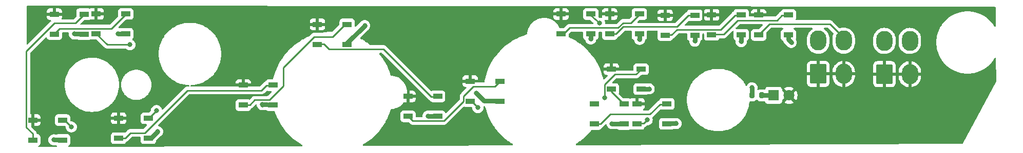
<source format=gbr>
%TF.GenerationSoftware,KiCad,Pcbnew,(6.0.9)*%
%TF.CreationDate,2022-12-26T18:23:53-09:00*%
%TF.ProjectId,PCB_ HUD VID RCD PANEL,5043422c-2048-4554-9420-564944205243,rev?*%
%TF.SameCoordinates,Original*%
%TF.FileFunction,Copper,L1,Top*%
%TF.FilePolarity,Positive*%
%FSLAX46Y46*%
G04 Gerber Fmt 4.6, Leading zero omitted, Abs format (unit mm)*
G04 Created by KiCad (PCBNEW (6.0.9)) date 2022-12-26 18:23:53*
%MOMM*%
%LPD*%
G01*
G04 APERTURE LIST*
G04 Aperture macros list*
%AMRoundRect*
0 Rectangle with rounded corners*
0 $1 Rounding radius*
0 $2 $3 $4 $5 $6 $7 $8 $9 X,Y pos of 4 corners*
0 Add a 4 corners polygon primitive as box body*
4,1,4,$2,$3,$4,$5,$6,$7,$8,$9,$2,$3,0*
0 Add four circle primitives for the rounded corners*
1,1,$1+$1,$2,$3*
1,1,$1+$1,$4,$5*
1,1,$1+$1,$6,$7*
1,1,$1+$1,$8,$9*
0 Add four rect primitives between the rounded corners*
20,1,$1+$1,$2,$3,$4,$5,0*
20,1,$1+$1,$4,$5,$6,$7,0*
20,1,$1+$1,$6,$7,$8,$9,0*
20,1,$1+$1,$8,$9,$2,$3,0*%
G04 Aperture macros list end*
%TA.AperFunction,SMDPad,CuDef*%
%ADD10RoundRect,0.200000X0.200000X0.275000X-0.200000X0.275000X-0.200000X-0.275000X0.200000X-0.275000X0*%
%TD*%
%TA.AperFunction,ComponentPad*%
%ADD11RoundRect,0.250001X-1.099999X-1.399999X1.099999X-1.399999X1.099999X1.399999X-1.099999X1.399999X0*%
%TD*%
%TA.AperFunction,ComponentPad*%
%ADD12O,2.700000X3.300000*%
%TD*%
%TA.AperFunction,ComponentPad*%
%ADD13R,1.800000X1.800000*%
%TD*%
%TA.AperFunction,ComponentPad*%
%ADD14C,1.800000*%
%TD*%
%TA.AperFunction,SMDPad,CuDef*%
%ADD15R,1.500000X0.900000*%
%TD*%
%TA.AperFunction,ViaPad*%
%ADD16C,0.800000*%
%TD*%
%TA.AperFunction,Conductor*%
%ADD17C,0.250000*%
%TD*%
%TA.AperFunction,Conductor*%
%ADD18C,0.750000*%
%TD*%
G04 APERTURE END LIST*
D10*
%TO.P,R1,1*%
%TO.N,Net-(D17-Pad1)*%
X178397000Y-82931000D03*
%TO.P,R1,2*%
%TO.N,/LEDGND*%
X176747000Y-82931000D03*
%TD*%
D11*
%TO.P,J2,1,Pin_1*%
%TO.N,/LED+5V*%
X187706000Y-79375000D03*
D12*
%TO.P,J2,2,Pin_2*%
X191906000Y-79375000D03*
%TO.P,J2,3,Pin_3*%
%TO.N,/LEDGND*%
X187706000Y-73875000D03*
%TO.P,J2,4,Pin_4*%
%TO.N,/DATAOUT*%
X191906000Y-73875000D03*
%TD*%
D11*
%TO.P,J1,1,Pin_1*%
%TO.N,/LED+5V*%
X198619000Y-79414000D03*
D12*
%TO.P,J1,2,Pin_2*%
X202819000Y-79414000D03*
%TO.P,J1,3,Pin_3*%
%TO.N,/LEDGND*%
X198619000Y-73914000D03*
%TO.P,J1,4,Pin_4*%
%TO.N,/DATAIN*%
X202819000Y-73914000D03*
%TD*%
D13*
%TO.P,D17,1,K*%
%TO.N,Net-(D17-Pad1)*%
X180340000Y-82931000D03*
D14*
%TO.P,D17,2,A*%
%TO.N,/LED+5V*%
X182880000Y-82931000D03*
%TD*%
D15*
%TO.P,D16,1,VDD*%
%TO.N,/LED+5V*%
X177890000Y-69622400D03*
%TO.P,D16,2,DOUT*%
%TO.N,/DATAOUT*%
X177890000Y-72922400D03*
%TO.P,D16,3,VSS*%
%TO.N,/LEDGND*%
X182790000Y-72922400D03*
%TO.P,D16,4,DIN*%
%TO.N,Net-(D15-Pad2)*%
X182790000Y-69622400D03*
%TD*%
%TO.P,D15,1,VDD*%
%TO.N,/LED+5V*%
X170129000Y-69596800D03*
%TO.P,D15,2,DOUT*%
%TO.N,Net-(D15-Pad2)*%
X170129000Y-72896800D03*
%TO.P,D15,3,VSS*%
%TO.N,/LEDGND*%
X175029000Y-72896800D03*
%TO.P,D15,4,DIN*%
%TO.N,Net-(D14-Pad2)*%
X175029000Y-69596800D03*
%TD*%
%TO.P,D14,1,VDD*%
%TO.N,/LED+5V*%
X162447000Y-69673200D03*
%TO.P,D14,2,DOUT*%
%TO.N,Net-(D14-Pad2)*%
X162447000Y-72973200D03*
%TO.P,D14,3,VSS*%
%TO.N,/LEDGND*%
X167347000Y-72973200D03*
%TO.P,D14,4,DIN*%
%TO.N,Net-(D13-Pad2)*%
X167347000Y-69673200D03*
%TD*%
%TO.P,D13,1,VDD*%
%TO.N,/LED+5V*%
X153303000Y-69470000D03*
%TO.P,D13,2,DOUT*%
%TO.N,Net-(D13-Pad2)*%
X153303000Y-72770000D03*
%TO.P,D13,3,VSS*%
%TO.N,/LEDGND*%
X158203000Y-72770000D03*
%TO.P,D13,4,DIN*%
%TO.N,Net-(D12-Pad2)*%
X158203000Y-69470000D03*
%TD*%
%TO.P,D12,1,VDD*%
%TO.N,/LED+5V*%
X145276000Y-69470000D03*
%TO.P,D12,2,DOUT*%
%TO.N,Net-(D12-Pad2)*%
X145276000Y-72770000D03*
%TO.P,D12,3,VSS*%
%TO.N,/LEDGND*%
X150176000Y-72770000D03*
%TO.P,D12,4,DIN*%
%TO.N,Net-(D11-Pad2)*%
X150176000Y-69470000D03*
%TD*%
%TO.P,D11,1,VDD*%
%TO.N,/LED+5V*%
X157812000Y-84328800D03*
%TO.P,D11,2,DOUT*%
%TO.N,Net-(D11-Pad2)*%
X157812000Y-87628800D03*
%TO.P,D11,3,VSS*%
%TO.N,/LEDGND*%
X162712000Y-87628800D03*
%TO.P,D11,4,DIN*%
%TO.N,Net-(D10-Pad2)*%
X162712000Y-84328800D03*
%TD*%
%TO.P,D10,1,VDD*%
%TO.N,/LED+5V*%
X150763000Y-84354400D03*
%TO.P,D10,2,DOUT*%
%TO.N,Net-(D10-Pad2)*%
X150763000Y-87654400D03*
%TO.P,D10,3,VSS*%
%TO.N,/LEDGND*%
X155663000Y-87654400D03*
%TO.P,D10,4,DIN*%
%TO.N,Net-(D10-Pad4)*%
X155663000Y-84354400D03*
%TD*%
%TO.P,D9,1,VDD*%
%TO.N,/LED+5V*%
X153596000Y-78588800D03*
%TO.P,D9,2,DOUT*%
%TO.N,Net-(D10-Pad4)*%
X153596000Y-81888800D03*
%TO.P,D9,3,VSS*%
%TO.N,/LEDGND*%
X158496000Y-81888800D03*
%TO.P,D9,4,DIN*%
%TO.N,Net-(D8-Pad2)*%
X158496000Y-78588800D03*
%TD*%
%TO.P,D8,1,VDD*%
%TO.N,/LED+5V*%
X130302000Y-80569600D03*
%TO.P,D8,2,DOUT*%
%TO.N,Net-(D8-Pad2)*%
X130302000Y-83869600D03*
%TO.P,D8,3,VSS*%
%TO.N,/LEDGND*%
X135202000Y-83869600D03*
%TO.P,D8,4,DIN*%
%TO.N,Net-(D7-Pad2)*%
X135202000Y-80569600D03*
%TD*%
%TO.P,D7,1,VDD*%
%TO.N,/LED+5V*%
X120029000Y-83084400D03*
%TO.P,D7,2,DOUT*%
%TO.N,Net-(D7-Pad2)*%
X120029000Y-86384400D03*
%TO.P,D7,3,VSS*%
%TO.N,/LEDGND*%
X124929000Y-86384400D03*
%TO.P,D7,4,DIN*%
%TO.N,Net-(D6-Pad2)*%
X124929000Y-83084400D03*
%TD*%
%TO.P,D6,1,VDD*%
%TO.N,/LED+5V*%
X105105000Y-71171600D03*
%TO.P,D6,2,DOUT*%
%TO.N,Net-(D6-Pad2)*%
X105105000Y-74471600D03*
%TO.P,D6,3,VSS*%
%TO.N,/LEDGND*%
X110005000Y-74471600D03*
%TO.P,D6,4,DIN*%
%TO.N,Net-(D5-Pad2)*%
X110005000Y-71171600D03*
%TD*%
%TO.P,D5,1,VDD*%
%TO.N,/LED+5V*%
X92862400Y-81230000D03*
%TO.P,D5,2,DOUT*%
%TO.N,Net-(D5-Pad2)*%
X92862400Y-84530000D03*
%TO.P,D5,3,VSS*%
%TO.N,/LEDGND*%
X97762400Y-84530000D03*
%TO.P,D5,4,DIN*%
%TO.N,Net-(D4-Pad2)*%
X97762400Y-81230000D03*
%TD*%
%TO.P,D4,1,VDD*%
%TO.N,/LED+5V*%
X72316000Y-86716400D03*
%TO.P,D4,2,DOUT*%
%TO.N,Net-(D4-Pad2)*%
X72316000Y-90016400D03*
%TO.P,D4,3,VSS*%
%TO.N,/LEDGND*%
X77216000Y-90016400D03*
%TO.P,D4,4,DIN*%
%TO.N,Net-(D3-Pad2)*%
X77216000Y-86716400D03*
%TD*%
%TO.P,D3,1,VDD*%
%TO.N,/LED+5V*%
X68607600Y-69444400D03*
%TO.P,D3,2,DOUT*%
%TO.N,Net-(D3-Pad2)*%
X68607600Y-72744400D03*
%TO.P,D3,3,VSS*%
%TO.N,/LEDGND*%
X73507600Y-72744400D03*
%TO.P,D3,4,DIN*%
%TO.N,Net-(D2-Pad2)*%
X73507600Y-69444400D03*
%TD*%
%TO.P,D2,1,VDD*%
%TO.N,/LED+5V*%
X61698800Y-69495200D03*
%TO.P,D2,2,DOUT*%
%TO.N,Net-(D2-Pad2)*%
X61698800Y-72795200D03*
%TO.P,D2,3,VSS*%
%TO.N,/LEDGND*%
X66598800Y-72795200D03*
%TO.P,D2,4,DIN*%
%TO.N,Net-(D1-Pad2)*%
X66598800Y-69495200D03*
%TD*%
%TO.P,D1,1,VDD*%
%TO.N,/LED+5V*%
X58166000Y-87021200D03*
%TO.P,D1,2,DOUT*%
%TO.N,Net-(D1-Pad2)*%
X58166000Y-90321200D03*
%TO.P,D1,3,VSS*%
%TO.N,/LEDGND*%
X63066000Y-90321200D03*
%TO.P,D1,4,DIN*%
%TO.N,/DATAIN*%
X63066000Y-87021200D03*
%TD*%
D16*
%TO.N,Net-(D3-Pad2)*%
X74168000Y-74549000D03*
X78562200Y-85420200D03*
%TO.N,Net-(D8-Pad2)*%
X131572000Y-84963000D03*
X152520999Y-83318001D03*
%TO.N,Net-(D11-Pad2)*%
X151638000Y-70993000D03*
X159491550Y-86974550D03*
%TO.N,/LEDGND*%
X159817000Y-81838800D03*
X183261000Y-74168000D03*
X153696000Y-87604400D03*
X167347000Y-73953000D03*
X131318000Y-82550000D03*
X123317000Y-86360000D03*
X150176000Y-73595000D03*
X164262000Y-87578800D03*
X175006000Y-74041000D03*
X96012000Y-84455000D03*
X61620800Y-90271200D03*
X65024000Y-72771000D03*
X176784000Y-81661000D03*
X158242000Y-73660000D03*
X72212600Y-72694400D03*
X112903000Y-71374000D03*
X78740000Y-88900000D03*
%TO.N,/DATAIN*%
X64516000Y-88138000D03*
%TD*%
D17*
%TO.N,Net-(D1-Pad2)*%
X58166000Y-89281000D02*
X58166000Y-90271200D01*
X57090700Y-75614700D02*
X57090700Y-88205700D01*
X57090700Y-88205700D02*
X58166000Y-89281000D01*
X65151000Y-70993000D02*
X61712400Y-70993000D01*
X61712400Y-70993000D02*
X57090700Y-75614700D01*
X66598800Y-69545200D02*
X65151000Y-70993000D01*
%TO.N,Net-(D2-Pad2)*%
X62574601Y-71869399D02*
X71132601Y-71869399D01*
X61698800Y-72745200D02*
X62574601Y-71869399D01*
X71132601Y-71869399D02*
X73507600Y-69494400D01*
%TO.N,Net-(D3-Pad2)*%
X74168000Y-74549000D02*
X70462200Y-74549000D01*
X77216000Y-86766400D02*
X78562200Y-85420200D01*
X70462200Y-74549000D02*
X68607600Y-72694400D01*
%TO.N,Net-(D4-Pad2)*%
X76606700Y-89141100D02*
X83642500Y-82105300D01*
X83642500Y-82105300D02*
X95861800Y-82105300D01*
X72316000Y-89966400D02*
X73391300Y-89966400D01*
X73391300Y-89966400D02*
X74216600Y-89141100D01*
X74216600Y-89141100D02*
X76606700Y-89141100D01*
X95861800Y-82105300D02*
X96687100Y-81280000D01*
X97762400Y-81280000D02*
X96687100Y-81280000D01*
%TO.N,Net-(D5-Pad2)*%
X92862400Y-84480000D02*
X93937700Y-84480000D01*
X99485000Y-81342100D02*
X99485000Y-78311800D01*
X97172400Y-83654700D02*
X99485000Y-81342100D01*
X109626400Y-71221600D02*
X107634100Y-73213900D01*
X110005000Y-71221600D02*
X109626400Y-71221600D01*
X94763000Y-83654700D02*
X97172400Y-83654700D01*
X107634100Y-73213900D02*
X104582900Y-73213900D01*
X99485000Y-78311800D02*
X104582900Y-73213900D01*
X93937700Y-84480000D02*
X94763000Y-83654700D01*
%TO.N,Net-(D6-Pad2)*%
X106180300Y-74421600D02*
X107005600Y-75246900D01*
X124929000Y-83134400D02*
X123853700Y-83134400D01*
X115966200Y-75246900D02*
X123853700Y-83134400D01*
X105105000Y-74421600D02*
X106180300Y-74421600D01*
X107005600Y-75246900D02*
X115966200Y-75246900D01*
%TO.N,Net-(D7-Pad2)*%
X125939001Y-87159401D02*
X129226999Y-83871403D01*
X129226999Y-83059599D02*
X130841997Y-81444601D01*
X120854001Y-87159401D02*
X125939001Y-87159401D01*
X120029000Y-86334400D02*
X120854001Y-87159401D01*
X134376999Y-81444601D02*
X135202000Y-80619600D01*
X129226999Y-83871403D02*
X129226999Y-83059599D01*
X130841997Y-81444601D02*
X134376999Y-81444601D01*
%TO.N,Net-(D8-Pad2)*%
X152520999Y-83318001D02*
X152520999Y-81078799D01*
X154135997Y-79463801D02*
X157670999Y-79463801D01*
X130302000Y-83819600D02*
X130428600Y-83819600D01*
X130428600Y-83819600D02*
X131572000Y-84963000D01*
X152520999Y-81078799D02*
X154135997Y-79463801D01*
X157670999Y-79463801D02*
X158496000Y-78638800D01*
%TO.N,Net-(D10-Pad4)*%
X153596000Y-81838800D02*
X153596000Y-82337400D01*
X153596000Y-82337400D02*
X155663000Y-84404400D01*
%TO.N,Net-(D10-Pad2)*%
X162712000Y-84378800D02*
X161636700Y-84378800D01*
X159967800Y-86047700D02*
X161636700Y-84378800D01*
X150763000Y-87604400D02*
X151838300Y-87604400D01*
X151838300Y-87604400D02*
X153395000Y-86047700D01*
X153395000Y-86047700D02*
X159967800Y-86047700D01*
%TO.N,Net-(D11-Pad2)*%
X159491550Y-86974550D02*
X158887300Y-87578800D01*
X151638000Y-70993000D02*
X151638000Y-71120000D01*
X150176000Y-69658000D02*
X151638000Y-70993000D01*
X150176000Y-69520000D02*
X150176000Y-69658000D01*
X158887300Y-87578800D02*
X157812000Y-87578800D01*
%TO.N,Net-(D12-Pad2)*%
X154706890Y-71755000D02*
X155526390Y-70935500D01*
X146685000Y-71755000D02*
X154706890Y-71755000D01*
X145720000Y-72720000D02*
X146685000Y-71755000D01*
X145276000Y-72720000D02*
X145720000Y-72720000D01*
X156787500Y-70935500D02*
X158203000Y-69520000D01*
X155526390Y-70935500D02*
X156787500Y-70935500D01*
%TO.N,Net-(D13-Pad2)*%
X154378300Y-72720000D02*
X155527300Y-71571000D01*
X167347000Y-69723200D02*
X166271700Y-69723200D01*
X153303000Y-72720000D02*
X154378300Y-72720000D01*
X164423900Y-71571000D02*
X166271700Y-69723200D01*
X155527300Y-71571000D02*
X164423900Y-71571000D01*
%TO.N,Net-(D14-Pad2)*%
X164424100Y-72021400D02*
X171579100Y-72021400D01*
X175029000Y-69646800D02*
X173953700Y-69646800D01*
X163522300Y-72923200D02*
X164424100Y-72021400D01*
X162447000Y-72923200D02*
X163522300Y-72923200D01*
X171579100Y-72021400D02*
X173953700Y-69646800D01*
%TO.N,Net-(D15-Pad2)*%
X172100100Y-72846800D02*
X174449200Y-70497700D01*
X170129000Y-72846800D02*
X172100100Y-72846800D01*
X174449200Y-70497700D02*
X180889400Y-70497700D01*
X181714700Y-69672400D02*
X182790000Y-69672400D01*
X180889400Y-70497700D02*
X181714700Y-69672400D01*
D18*
%TO.N,/LEDGND*%
X131318000Y-82550000D02*
X131318000Y-82550000D01*
X112903000Y-71374000D02*
X112903000Y-71374000D01*
X176784000Y-82296000D02*
X176784000Y-81661000D01*
X77216000Y-89966400D02*
X77673600Y-89966400D01*
X175006000Y-74041000D02*
X175029000Y-74018000D01*
X96012000Y-84455000D02*
X96037000Y-84480000D01*
X66598800Y-72745200D02*
X65024000Y-72771000D01*
X123317000Y-86360000D02*
X123343000Y-86334400D01*
X158496000Y-81838800D02*
X159817000Y-81838800D01*
X132587600Y-83819600D02*
X131318000Y-82550000D01*
X110005000Y-74272000D02*
X112903000Y-71374000D01*
X73507600Y-72694400D02*
X72212600Y-72694400D01*
D17*
X176784500Y-82296500D02*
X176784500Y-82931000D01*
D18*
X155663000Y-87604400D02*
X153696000Y-87604400D01*
X162712000Y-87578800D02*
X164262000Y-87578800D01*
X158242000Y-73660000D02*
X158203000Y-73621000D01*
X110005000Y-74421600D02*
X110005000Y-74272000D01*
X65024000Y-72771000D02*
X65049800Y-72745200D01*
X175029000Y-72846800D02*
X175006000Y-74041000D01*
X176784000Y-82931000D02*
X176784000Y-82296000D01*
D17*
X176784000Y-82296000D02*
X176784500Y-82296500D01*
D18*
X77673600Y-89966400D02*
X78740000Y-88900000D01*
X182790000Y-73697000D02*
X183261000Y-74168000D01*
X182790000Y-72872400D02*
X182790000Y-73697000D01*
X150176000Y-72720000D02*
X150176000Y-73595000D01*
X158203000Y-72720000D02*
X158242000Y-73660000D01*
X63066000Y-90271200D02*
X61620800Y-90271200D01*
X135202000Y-83819600D02*
X132587600Y-83819600D01*
X97762400Y-84480000D02*
X96012000Y-84455000D01*
X167347000Y-72923200D02*
X167347000Y-73953000D01*
X124929000Y-86334400D02*
X123317000Y-86360000D01*
D17*
%TO.N,/DATAIN*%
X63066000Y-87071200D02*
X63449200Y-87071200D01*
X63449200Y-87071200D02*
X64516000Y-88138000D01*
%TO.N,/DATAOUT*%
X179642400Y-71120000D02*
X177890000Y-72872400D01*
X189611000Y-71120000D02*
X179642400Y-71120000D01*
X191906000Y-73415000D02*
X189611000Y-71120000D01*
X191906000Y-73875000D02*
X191906000Y-73415000D01*
D18*
%TO.N,Net-(D17-Pad1)*%
X178359500Y-82931000D02*
X180340000Y-82931000D01*
X178359000Y-82931000D02*
X178359500Y-82931000D01*
%TD*%
%TA.AperFunction,Conductor*%
%TO.N,/LED+5V*%
G36*
X216845430Y-68274905D02*
G01*
X216913525Y-68294993D01*
X216959950Y-68348708D01*
X216971266Y-68399913D01*
X216995279Y-71449616D01*
X216975814Y-71517892D01*
X216922526Y-71564806D01*
X216852334Y-71575463D01*
X216787523Y-71546479D01*
X216763018Y-71518310D01*
X216567176Y-71210900D01*
X216565512Y-71208732D01*
X216565504Y-71208720D01*
X216295059Y-70856271D01*
X216293377Y-70854079D01*
X216291519Y-70852051D01*
X216291512Y-70852043D01*
X215991373Y-70524498D01*
X215989522Y-70522478D01*
X215937594Y-70474895D01*
X215659957Y-70220488D01*
X215659949Y-70220481D01*
X215657921Y-70218623D01*
X215632151Y-70198849D01*
X215303280Y-69946496D01*
X215303268Y-69946488D01*
X215301100Y-69944824D01*
X215297506Y-69942534D01*
X215081316Y-69804806D01*
X214921773Y-69703166D01*
X214522828Y-69495489D01*
X214107301Y-69323371D01*
X213820613Y-69232979D01*
X213680977Y-69188952D01*
X213680970Y-69188950D01*
X213678353Y-69188125D01*
X213448565Y-69137182D01*
X213241949Y-69091376D01*
X213241946Y-69091375D01*
X213239251Y-69090778D01*
X213236521Y-69090419D01*
X213236512Y-69090417D01*
X212976772Y-69056222D01*
X212793335Y-69032072D01*
X212524544Y-69020337D01*
X212460952Y-69017560D01*
X212460947Y-69017560D01*
X212459575Y-69017500D01*
X212228425Y-69017500D01*
X212227053Y-69017560D01*
X212227048Y-69017560D01*
X212163456Y-69020337D01*
X211894665Y-69032072D01*
X211711228Y-69056222D01*
X211451488Y-69090417D01*
X211451479Y-69090419D01*
X211448749Y-69090778D01*
X211446054Y-69091375D01*
X211446051Y-69091376D01*
X211239435Y-69137182D01*
X211009647Y-69188125D01*
X211007030Y-69188950D01*
X211007023Y-69188952D01*
X210867387Y-69232979D01*
X210580699Y-69323371D01*
X210165172Y-69495489D01*
X209766227Y-69703166D01*
X209606684Y-69804806D01*
X209390495Y-69942534D01*
X209386900Y-69944824D01*
X209384732Y-69946488D01*
X209384720Y-69946496D01*
X209055849Y-70198849D01*
X209030079Y-70218623D01*
X209028051Y-70220481D01*
X209028043Y-70220488D01*
X208750406Y-70474895D01*
X208698478Y-70522478D01*
X208696627Y-70524498D01*
X208396488Y-70852043D01*
X208396481Y-70852051D01*
X208394623Y-70854079D01*
X208392941Y-70856271D01*
X208122496Y-71208720D01*
X208122488Y-71208732D01*
X208120824Y-71210900D01*
X208119351Y-71213212D01*
X208119349Y-71213215D01*
X208070732Y-71289528D01*
X207879166Y-71590227D01*
X207671489Y-71989172D01*
X207670437Y-71991713D01*
X207670436Y-71991714D01*
X207668584Y-71996185D01*
X207499371Y-72404699D01*
X207423009Y-72646890D01*
X207366719Y-72825421D01*
X207364125Y-72833647D01*
X207363530Y-72836331D01*
X207269133Y-73262128D01*
X207266778Y-73272749D01*
X207266419Y-73275479D01*
X207266417Y-73275488D01*
X207240117Y-73475262D01*
X207208072Y-73718665D01*
X207188454Y-74168000D01*
X207208072Y-74617335D01*
X207228641Y-74773569D01*
X207266371Y-75060158D01*
X207266778Y-75063251D01*
X207267375Y-75065946D01*
X207267376Y-75065949D01*
X207296068Y-75195368D01*
X207364125Y-75502353D01*
X207364950Y-75504970D01*
X207364952Y-75504977D01*
X207405670Y-75634117D01*
X207499371Y-75931301D01*
X207671489Y-76346828D01*
X207879166Y-76745773D01*
X208012997Y-76955846D01*
X208116114Y-77117706D01*
X208120824Y-77125100D01*
X208122488Y-77127268D01*
X208122496Y-77127280D01*
X208363010Y-77440722D01*
X208394623Y-77481921D01*
X208396481Y-77483949D01*
X208396488Y-77483957D01*
X208693366Y-77807943D01*
X208698478Y-77813522D01*
X208700498Y-77815373D01*
X209028043Y-78115512D01*
X209028051Y-78115519D01*
X209030079Y-78117377D01*
X209032271Y-78119059D01*
X209384720Y-78389504D01*
X209384732Y-78389512D01*
X209386900Y-78391176D01*
X209766227Y-78632834D01*
X210165172Y-78840511D01*
X210580699Y-79012629D01*
X210816366Y-79086934D01*
X211007023Y-79147048D01*
X211007030Y-79147050D01*
X211009647Y-79147875D01*
X211012332Y-79148470D01*
X211012331Y-79148470D01*
X211446051Y-79244624D01*
X211446054Y-79244625D01*
X211448749Y-79245222D01*
X211451479Y-79245581D01*
X211451488Y-79245583D01*
X211671707Y-79274575D01*
X211894665Y-79303928D01*
X212163456Y-79315663D01*
X212227048Y-79318440D01*
X212227053Y-79318440D01*
X212228425Y-79318500D01*
X212459575Y-79318500D01*
X212460947Y-79318440D01*
X212460952Y-79318440D01*
X212524544Y-79315663D01*
X212793335Y-79303928D01*
X213016293Y-79274575D01*
X213236512Y-79245583D01*
X213236521Y-79245581D01*
X213239251Y-79245222D01*
X213241946Y-79244625D01*
X213241949Y-79244624D01*
X213675669Y-79148470D01*
X213675668Y-79148470D01*
X213678353Y-79147875D01*
X213680970Y-79147050D01*
X213680977Y-79147048D01*
X213871634Y-79086934D01*
X214107301Y-79012629D01*
X214522828Y-78840511D01*
X214921773Y-78632834D01*
X215301100Y-78391176D01*
X215303268Y-78389512D01*
X215303280Y-78389504D01*
X215655729Y-78119059D01*
X215657921Y-78117377D01*
X215659949Y-78115519D01*
X215659957Y-78115512D01*
X215987502Y-77815373D01*
X215989522Y-77813522D01*
X215994634Y-77807943D01*
X216291512Y-77483957D01*
X216291519Y-77483949D01*
X216293377Y-77481921D01*
X216324990Y-77440722D01*
X216565504Y-77127280D01*
X216565512Y-77127268D01*
X216567176Y-77125100D01*
X216568651Y-77122785D01*
X216805288Y-76751340D01*
X216858759Y-76704635D01*
X216928992Y-76694252D01*
X216993689Y-76723489D01*
X217032309Y-76783063D01*
X217037551Y-76818045D01*
X217066254Y-80463368D01*
X217066646Y-80513210D01*
X217051841Y-80573468D01*
X212175955Y-89721150D01*
X211565655Y-90866137D01*
X211515962Y-90916843D01*
X211454918Y-90932869D01*
X147824293Y-91161905D01*
X147756100Y-91142148D01*
X147709415Y-91088660D01*
X147699058Y-91018423D01*
X147728318Y-90953737D01*
X147759695Y-90927456D01*
X147855235Y-90870954D01*
X147926561Y-90822481D01*
X148373471Y-90518761D01*
X148373475Y-90518758D01*
X148375107Y-90517649D01*
X148383529Y-90511117D01*
X148862246Y-90139786D01*
X148871769Y-90132399D01*
X149343261Y-89716723D01*
X149787723Y-89272261D01*
X150203399Y-88800769D01*
X150311292Y-88661674D01*
X150368849Y-88620107D01*
X150410852Y-88612900D01*
X151561134Y-88612900D01*
X151623316Y-88606145D01*
X151759705Y-88555015D01*
X151876261Y-88467661D01*
X151963615Y-88351105D01*
X151993366Y-88271745D01*
X152036008Y-88214981D01*
X152076195Y-88194979D01*
X152091893Y-88190418D01*
X152098712Y-88186385D01*
X152098717Y-88186383D01*
X152109328Y-88180107D01*
X152127076Y-88171412D01*
X152145917Y-88163952D01*
X152152585Y-88159108D01*
X152181687Y-88137964D01*
X152191607Y-88131448D01*
X152222835Y-88112980D01*
X152222838Y-88112978D01*
X152229662Y-88108942D01*
X152243983Y-88094621D01*
X152259017Y-88081780D01*
X152268994Y-88074531D01*
X152275407Y-88069872D01*
X152303598Y-88035795D01*
X152311588Y-88027016D01*
X152593752Y-87744852D01*
X152656064Y-87710826D01*
X152726879Y-87715891D01*
X152783715Y-87758438D01*
X152802680Y-87795011D01*
X152861473Y-87975956D01*
X152864776Y-87981678D01*
X152864777Y-87981679D01*
X152879272Y-88006785D01*
X152956960Y-88141344D01*
X152961378Y-88146251D01*
X152961379Y-88146252D01*
X152991862Y-88180107D01*
X153084747Y-88283266D01*
X153239248Y-88395518D01*
X153245276Y-88398202D01*
X153245278Y-88398203D01*
X153407681Y-88470509D01*
X153413712Y-88473194D01*
X153495850Y-88490653D01*
X153594056Y-88511528D01*
X153594061Y-88511528D01*
X153600513Y-88512900D01*
X153791487Y-88512900D01*
X153797939Y-88511528D01*
X153797944Y-88511528D01*
X153896150Y-88490653D01*
X153922347Y-88487900D01*
X154534768Y-88487900D01*
X154602889Y-88507902D01*
X154610333Y-88513074D01*
X154659108Y-88549629D01*
X154659110Y-88549630D01*
X154666295Y-88555015D01*
X154802684Y-88606145D01*
X154864866Y-88612900D01*
X156461134Y-88612900D01*
X156523316Y-88606145D01*
X156659705Y-88555015D01*
X156678287Y-88541089D01*
X156681326Y-88538811D01*
X156747833Y-88513963D01*
X156813871Y-88528347D01*
X156815295Y-88529415D01*
X156951684Y-88580545D01*
X157013866Y-88587300D01*
X158610134Y-88587300D01*
X158672316Y-88580545D01*
X158808705Y-88529415D01*
X158925261Y-88442061D01*
X159012615Y-88325505D01*
X159042366Y-88246145D01*
X159085008Y-88189381D01*
X159125195Y-88169379D01*
X159140893Y-88164818D01*
X159147712Y-88160785D01*
X159147717Y-88160783D01*
X159158328Y-88154507D01*
X159176076Y-88145812D01*
X159194917Y-88138352D01*
X159210633Y-88126934D01*
X161453500Y-88126934D01*
X161460255Y-88189116D01*
X161511385Y-88325505D01*
X161598739Y-88442061D01*
X161715295Y-88529415D01*
X161851684Y-88580545D01*
X161913866Y-88587300D01*
X163510134Y-88587300D01*
X163572316Y-88580545D01*
X163708705Y-88529415D01*
X163715890Y-88524030D01*
X163715892Y-88524029D01*
X163764667Y-88487474D01*
X163831174Y-88462626D01*
X163840232Y-88462300D01*
X164035653Y-88462300D01*
X164061850Y-88465053D01*
X164160056Y-88485928D01*
X164160061Y-88485928D01*
X164166513Y-88487300D01*
X164357487Y-88487300D01*
X164363939Y-88485928D01*
X164363944Y-88485928D01*
X164473568Y-88462626D01*
X164544288Y-88447594D01*
X164550319Y-88444909D01*
X164712722Y-88372603D01*
X164712724Y-88372602D01*
X164718752Y-88369918D01*
X164873253Y-88257666D01*
X164928314Y-88196515D01*
X164996621Y-88120652D01*
X164996622Y-88120651D01*
X165001040Y-88115744D01*
X165068037Y-87999702D01*
X165093223Y-87956079D01*
X165093224Y-87956078D01*
X165096527Y-87950356D01*
X165155542Y-87768728D01*
X165156292Y-87761597D01*
X165174814Y-87585365D01*
X165175504Y-87578800D01*
X165155542Y-87388872D01*
X165096527Y-87207244D01*
X165088070Y-87192595D01*
X165018846Y-87072697D01*
X165001040Y-87041856D01*
X164969585Y-87006921D01*
X164877675Y-86904845D01*
X164877674Y-86904844D01*
X164873253Y-86899934D01*
X164757094Y-86815539D01*
X164724094Y-86791563D01*
X164724093Y-86791562D01*
X164718752Y-86787682D01*
X164712724Y-86784998D01*
X164712722Y-86784997D01*
X164550319Y-86712691D01*
X164550318Y-86712691D01*
X164544288Y-86710006D01*
X164437381Y-86687282D01*
X164363944Y-86671672D01*
X164363939Y-86671672D01*
X164357487Y-86670300D01*
X164166513Y-86670300D01*
X164160061Y-86671672D01*
X164160056Y-86671672D01*
X164061850Y-86692547D01*
X164035653Y-86695300D01*
X163643826Y-86695300D01*
X163599596Y-86687282D01*
X163597665Y-86686558D01*
X163572316Y-86677055D01*
X163510134Y-86670300D01*
X161913866Y-86670300D01*
X161851684Y-86677055D01*
X161715295Y-86728185D01*
X161598739Y-86815539D01*
X161511385Y-86932095D01*
X161460255Y-87068484D01*
X161453500Y-87130666D01*
X161453500Y-88126934D01*
X159210633Y-88126934D01*
X159230687Y-88112364D01*
X159240607Y-88105848D01*
X159271835Y-88087380D01*
X159271838Y-88087378D01*
X159278662Y-88083342D01*
X159292983Y-88069021D01*
X159308017Y-88056180D01*
X159317994Y-88048931D01*
X159324407Y-88044272D01*
X159352598Y-88010195D01*
X159360588Y-88001416D01*
X159442049Y-87919955D01*
X159504361Y-87885929D01*
X159531144Y-87883050D01*
X159587037Y-87883050D01*
X159593489Y-87881678D01*
X159593494Y-87881678D01*
X159680438Y-87863197D01*
X159773838Y-87843344D01*
X159781704Y-87839842D01*
X159942272Y-87768353D01*
X159942274Y-87768352D01*
X159948302Y-87765668D01*
X159953906Y-87761597D01*
X160043361Y-87696603D01*
X160102803Y-87653416D01*
X160132741Y-87620167D01*
X160226171Y-87516402D01*
X160226172Y-87516401D01*
X160230590Y-87511494D01*
X160326077Y-87346106D01*
X160385092Y-87164478D01*
X160393100Y-87088291D01*
X160404364Y-86981115D01*
X160405054Y-86974550D01*
X160389096Y-86822719D01*
X160385782Y-86791185D01*
X160385782Y-86791183D01*
X160385092Y-86784622D01*
X160352642Y-86684751D01*
X160345810Y-86663725D01*
X160343782Y-86592758D01*
X160380445Y-86531960D01*
X160391577Y-86522857D01*
X160404907Y-86513172D01*
X160433098Y-86479095D01*
X160441088Y-86470316D01*
X161633707Y-85277698D01*
X161696019Y-85243672D01*
X161767031Y-85248811D01*
X161844282Y-85277771D01*
X161844288Y-85277773D01*
X161851684Y-85280545D01*
X161913866Y-85287300D01*
X163510134Y-85287300D01*
X163572316Y-85280545D01*
X163708705Y-85229415D01*
X163825261Y-85142061D01*
X163912615Y-85025505D01*
X163963745Y-84889116D01*
X163970500Y-84826934D01*
X163970500Y-83830666D01*
X163963745Y-83768484D01*
X163935447Y-83693000D01*
X166040454Y-83693000D01*
X166060072Y-84142335D01*
X166079276Y-84288200D01*
X166114281Y-84554091D01*
X166118778Y-84588251D01*
X166119375Y-84590946D01*
X166119376Y-84590949D01*
X166159119Y-84770215D01*
X166216125Y-85027353D01*
X166216950Y-85029970D01*
X166216952Y-85029977D01*
X166259787Y-85165831D01*
X166351371Y-85456301D01*
X166523489Y-85871828D01*
X166731166Y-86270773D01*
X166972824Y-86650100D01*
X166974488Y-86652268D01*
X166974496Y-86652280D01*
X167240088Y-86998404D01*
X167246623Y-87006921D01*
X167248481Y-87008949D01*
X167248488Y-87008957D01*
X167545758Y-87333371D01*
X167550478Y-87338522D01*
X167552498Y-87340373D01*
X167880043Y-87640512D01*
X167880051Y-87640519D01*
X167882079Y-87642377D01*
X167884271Y-87644059D01*
X168236720Y-87914504D01*
X168236732Y-87914512D01*
X168238900Y-87916176D01*
X168241212Y-87917649D01*
X168241215Y-87917651D01*
X168329348Y-87973798D01*
X168618227Y-88157834D01*
X169017172Y-88365511D01*
X169019713Y-88366563D01*
X169019714Y-88366564D01*
X169027811Y-88369918D01*
X169432699Y-88537629D01*
X169694287Y-88620107D01*
X169859023Y-88672048D01*
X169859030Y-88672050D01*
X169861647Y-88672875D01*
X169864332Y-88673470D01*
X169864331Y-88673470D01*
X170298051Y-88769624D01*
X170298054Y-88769625D01*
X170300749Y-88770222D01*
X170303479Y-88770581D01*
X170303488Y-88770583D01*
X170520897Y-88799205D01*
X170746665Y-88828928D01*
X171015456Y-88840663D01*
X171079048Y-88843440D01*
X171079053Y-88843440D01*
X171080425Y-88843500D01*
X171311575Y-88843500D01*
X171312947Y-88843440D01*
X171312952Y-88843440D01*
X171376544Y-88840663D01*
X171645335Y-88828928D01*
X171871103Y-88799205D01*
X172088512Y-88770583D01*
X172088521Y-88770581D01*
X172091251Y-88770222D01*
X172093946Y-88769625D01*
X172093949Y-88769624D01*
X172527669Y-88673470D01*
X172527668Y-88673470D01*
X172530353Y-88672875D01*
X172532970Y-88672050D01*
X172532977Y-88672048D01*
X172697713Y-88620107D01*
X172959301Y-88537629D01*
X173364189Y-88369918D01*
X173372286Y-88366564D01*
X173372287Y-88366563D01*
X173374828Y-88365511D01*
X173773773Y-88157834D01*
X174062652Y-87973798D01*
X174150785Y-87917651D01*
X174150788Y-87917649D01*
X174153100Y-87916176D01*
X174155268Y-87914512D01*
X174155280Y-87914504D01*
X174507729Y-87644059D01*
X174509921Y-87642377D01*
X174511949Y-87640519D01*
X174511957Y-87640512D01*
X174839502Y-87340373D01*
X174841522Y-87338522D01*
X174846242Y-87333371D01*
X175143512Y-87008957D01*
X175143519Y-87008949D01*
X175145377Y-87006921D01*
X175151912Y-86998404D01*
X175417504Y-86652280D01*
X175417512Y-86652268D01*
X175419176Y-86650100D01*
X175660834Y-86270773D01*
X175868511Y-85871828D01*
X176040629Y-85456301D01*
X176132213Y-85165831D01*
X176175048Y-85029977D01*
X176175050Y-85029970D01*
X176175875Y-85027353D01*
X176232881Y-84770215D01*
X176272624Y-84590949D01*
X176272625Y-84590946D01*
X176273222Y-84588251D01*
X176277720Y-84554091D01*
X176312724Y-84288200D01*
X176331928Y-84142335D01*
X176333752Y-84100572D01*
X176334877Y-84074800D01*
X176336702Y-84032981D01*
X176359656Y-83965798D01*
X176415288Y-83921690D01*
X176474112Y-83913007D01*
X176490365Y-83914500D01*
X176493263Y-83914500D01*
X176747665Y-83914499D01*
X177003634Y-83914499D01*
X177006492Y-83914236D01*
X177006501Y-83914236D01*
X177042004Y-83910974D01*
X177077062Y-83907753D01*
X177097271Y-83901420D01*
X177233450Y-83858744D01*
X177233452Y-83858743D01*
X177240699Y-83856472D01*
X177387381Y-83767639D01*
X177482905Y-83672115D01*
X177545217Y-83638089D01*
X177616032Y-83643154D01*
X177661095Y-83672115D01*
X177756619Y-83767639D01*
X177903301Y-83856472D01*
X177910548Y-83858743D01*
X177910550Y-83858744D01*
X177975615Y-83879134D01*
X178066938Y-83907753D01*
X178140365Y-83914500D01*
X178143263Y-83914500D01*
X178397665Y-83914499D01*
X178653634Y-83914499D01*
X178656492Y-83914236D01*
X178656501Y-83914236D01*
X178692004Y-83910974D01*
X178727062Y-83907753D01*
X178747271Y-83901420D01*
X178790994Y-83887718D01*
X178861979Y-83886434D01*
X178922390Y-83923731D01*
X178946655Y-83963723D01*
X178976011Y-84042029D01*
X178989385Y-84077705D01*
X179076739Y-84194261D01*
X179193295Y-84281615D01*
X179329684Y-84332745D01*
X179391866Y-84339500D01*
X181288134Y-84339500D01*
X181350316Y-84332745D01*
X181486705Y-84281615D01*
X181603261Y-84194261D01*
X181679597Y-84092406D01*
X182083423Y-84092406D01*
X182088704Y-84099461D01*
X182265080Y-84202527D01*
X182274363Y-84206974D01*
X182481003Y-84285883D01*
X182490901Y-84288759D01*
X182707653Y-84332857D01*
X182717883Y-84334076D01*
X182938914Y-84342182D01*
X182949223Y-84341714D01*
X183168623Y-84313608D01*
X183178688Y-84311468D01*
X183390557Y-84247905D01*
X183400152Y-84244144D01*
X183598778Y-84146838D01*
X183607636Y-84141559D01*
X183665097Y-84100572D01*
X183673497Y-84089874D01*
X183666510Y-84076721D01*
X182892811Y-83303021D01*
X182878868Y-83295408D01*
X182877034Y-83295539D01*
X182870420Y-83299790D01*
X182090180Y-84080031D01*
X182083423Y-84092406D01*
X181679597Y-84092406D01*
X181690615Y-84077705D01*
X181741745Y-83941316D01*
X181748500Y-83879134D01*
X181748500Y-83755480D01*
X181768502Y-83687359D01*
X181785405Y-83666384D01*
X182507979Y-82943811D01*
X182514356Y-82932132D01*
X183244408Y-82932132D01*
X183244539Y-82933966D01*
X183248790Y-82940580D01*
X184026307Y-83718096D01*
X184038313Y-83724652D01*
X184050052Y-83715684D01*
X184088010Y-83662859D01*
X184093321Y-83654020D01*
X184191318Y-83455737D01*
X184195117Y-83446142D01*
X184259415Y-83234517D01*
X184261594Y-83224436D01*
X184290702Y-83003338D01*
X184291221Y-82996663D01*
X184292744Y-82934364D01*
X184292550Y-82927646D01*
X184274279Y-82705400D01*
X184272596Y-82695238D01*
X184218710Y-82480708D01*
X184215389Y-82470953D01*
X184127193Y-82268118D01*
X184122315Y-82259020D01*
X184049224Y-82146038D01*
X184038538Y-82136835D01*
X184028973Y-82141238D01*
X183252021Y-82918189D01*
X183244408Y-82932132D01*
X182514356Y-82932132D01*
X182515592Y-82929868D01*
X182515461Y-82928034D01*
X182511210Y-82921420D01*
X181785405Y-82195616D01*
X181751380Y-82133303D01*
X181748500Y-82106520D01*
X181748500Y-81982866D01*
X181741745Y-81920684D01*
X181690615Y-81784295D01*
X181681184Y-81771711D01*
X182085508Y-81771711D01*
X182092251Y-81784040D01*
X182867189Y-82558979D01*
X182881132Y-82566592D01*
X182882966Y-82566461D01*
X182889580Y-82562210D01*
X183668994Y-81782795D01*
X183676011Y-81769944D01*
X183668237Y-81759274D01*
X183665902Y-81757430D01*
X183657320Y-81751729D01*
X183463678Y-81644833D01*
X183454272Y-81640606D01*
X183245772Y-81566772D01*
X183235809Y-81564140D01*
X183018047Y-81525350D01*
X183007796Y-81524381D01*
X182786616Y-81521679D01*
X182776332Y-81522399D01*
X182557693Y-81555855D01*
X182547666Y-81558244D01*
X182337426Y-81626961D01*
X182327916Y-81630958D01*
X182131725Y-81733089D01*
X182123007Y-81738578D01*
X182093961Y-81760386D01*
X182085508Y-81771711D01*
X181681184Y-81771711D01*
X181603261Y-81667739D01*
X181486705Y-81580385D01*
X181350316Y-81529255D01*
X181288134Y-81522500D01*
X179391866Y-81522500D01*
X179329684Y-81529255D01*
X179193295Y-81580385D01*
X179076739Y-81667739D01*
X178989385Y-81784295D01*
X178986233Y-81792703D01*
X178986232Y-81792705D01*
X178946655Y-81898277D01*
X178904014Y-81955042D01*
X178837452Y-81979742D01*
X178790994Y-81974282D01*
X178771927Y-81968307D01*
X178727062Y-81954247D01*
X178653635Y-81947500D01*
X178650737Y-81947500D01*
X178396335Y-81947501D01*
X178140366Y-81947501D01*
X178137508Y-81947764D01*
X178137499Y-81947764D01*
X178101996Y-81951026D01*
X178066938Y-81954247D01*
X178060560Y-81956246D01*
X178060559Y-81956246D01*
X177910550Y-82003256D01*
X177910548Y-82003257D01*
X177903301Y-82005528D01*
X177896805Y-82009462D01*
X177896803Y-82009463D01*
X177858771Y-82032496D01*
X177790141Y-82050675D01*
X177722578Y-82028864D01*
X177677532Y-81973988D01*
X177667500Y-81924720D01*
X177667500Y-81901790D01*
X177673667Y-81862854D01*
X177675502Y-81857206D01*
X177677542Y-81850928D01*
X177683662Y-81792705D01*
X177696814Y-81667565D01*
X177697504Y-81661000D01*
X177694789Y-81635169D01*
X177678232Y-81477635D01*
X177678232Y-81477633D01*
X177677542Y-81471072D01*
X177618527Y-81289444D01*
X177598184Y-81254208D01*
X177572041Y-81208928D01*
X177523040Y-81124056D01*
X177515091Y-81115227D01*
X177399675Y-80987045D01*
X177399674Y-80987044D01*
X177395253Y-80982134D01*
X177276008Y-80895497D01*
X177246094Y-80873763D01*
X177246093Y-80873762D01*
X177240752Y-80869882D01*
X177234724Y-80867198D01*
X177234722Y-80867197D01*
X177133423Y-80822096D01*
X185848000Y-80822096D01*
X185848337Y-80828611D01*
X185858256Y-80924203D01*
X185861150Y-80937602D01*
X185912588Y-81091783D01*
X185918762Y-81104962D01*
X186004063Y-81242807D01*
X186013099Y-81254208D01*
X186127830Y-81368739D01*
X186139241Y-81377751D01*
X186277245Y-81462818D01*
X186290423Y-81468962D01*
X186444716Y-81520139D01*
X186458081Y-81523005D01*
X186552439Y-81532672D01*
X186558855Y-81533000D01*
X187433885Y-81533000D01*
X187449124Y-81528525D01*
X187450329Y-81527135D01*
X187452000Y-81519452D01*
X187452000Y-81514885D01*
X187960000Y-81514885D01*
X187964475Y-81530124D01*
X187965865Y-81531329D01*
X187973548Y-81533000D01*
X188853096Y-81533000D01*
X188859611Y-81532663D01*
X188955203Y-81522744D01*
X188968602Y-81519850D01*
X189122783Y-81468412D01*
X189135962Y-81462238D01*
X189273807Y-81376937D01*
X189285208Y-81367901D01*
X189399739Y-81253170D01*
X189408751Y-81241759D01*
X189493818Y-81103755D01*
X189499962Y-81090577D01*
X189551139Y-80936284D01*
X189554005Y-80922919D01*
X189563672Y-80828561D01*
X189564000Y-80822145D01*
X189564000Y-79741206D01*
X190048000Y-79741206D01*
X190048165Y-79745777D01*
X190062213Y-79939380D01*
X190063527Y-79948389D01*
X190119689Y-80202769D01*
X190122292Y-80211499D01*
X190214586Y-80455107D01*
X190218421Y-80463368D01*
X190344915Y-80691101D01*
X190349905Y-80698726D01*
X190507946Y-80905809D01*
X190513986Y-80912636D01*
X190700264Y-81094735D01*
X190707226Y-81100618D01*
X190917843Y-81253922D01*
X190925573Y-81258733D01*
X191156122Y-81380031D01*
X191164472Y-81383678D01*
X191410099Y-81470419D01*
X191418894Y-81472825D01*
X191634225Y-81515267D01*
X191647137Y-81514088D01*
X191651939Y-81499174D01*
X192160000Y-81499174D01*
X192164251Y-81513651D01*
X192176512Y-81515714D01*
X192212133Y-81512315D01*
X192221125Y-81510795D01*
X192474158Y-81448878D01*
X192482827Y-81446078D01*
X192724282Y-81348278D01*
X192732455Y-81344256D01*
X192957253Y-81212632D01*
X192964765Y-81207469D01*
X193168213Y-81044769D01*
X193174896Y-81038580D01*
X193340692Y-80861096D01*
X196761000Y-80861096D01*
X196761337Y-80867611D01*
X196771256Y-80963203D01*
X196774150Y-80976602D01*
X196825588Y-81130783D01*
X196831762Y-81143962D01*
X196917063Y-81281807D01*
X196926099Y-81293208D01*
X197040830Y-81407739D01*
X197052241Y-81416751D01*
X197190245Y-81501818D01*
X197203423Y-81507962D01*
X197357716Y-81559139D01*
X197371081Y-81562005D01*
X197465439Y-81571672D01*
X197471855Y-81572000D01*
X198346885Y-81572000D01*
X198362124Y-81567525D01*
X198363329Y-81566135D01*
X198365000Y-81558452D01*
X198365000Y-81553885D01*
X198873000Y-81553885D01*
X198877475Y-81569124D01*
X198878865Y-81570329D01*
X198886548Y-81572000D01*
X199766096Y-81572000D01*
X199772611Y-81571663D01*
X199868203Y-81561744D01*
X199881602Y-81558850D01*
X200035783Y-81507412D01*
X200048962Y-81501238D01*
X200186807Y-81415937D01*
X200198208Y-81406901D01*
X200312739Y-81292170D01*
X200321751Y-81280759D01*
X200406818Y-81142755D01*
X200412962Y-81129577D01*
X200464139Y-80975284D01*
X200467005Y-80961919D01*
X200476672Y-80867561D01*
X200477000Y-80861145D01*
X200477000Y-79780206D01*
X200961000Y-79780206D01*
X200961165Y-79784777D01*
X200975213Y-79978380D01*
X200976527Y-79987389D01*
X201032689Y-80241769D01*
X201035292Y-80250499D01*
X201127586Y-80494107D01*
X201131421Y-80502368D01*
X201257915Y-80730101D01*
X201262905Y-80737726D01*
X201420946Y-80944809D01*
X201426986Y-80951636D01*
X201613264Y-81133735D01*
X201620226Y-81139618D01*
X201830843Y-81292922D01*
X201838573Y-81297733D01*
X202069122Y-81419031D01*
X202077472Y-81422678D01*
X202323099Y-81509419D01*
X202331894Y-81511825D01*
X202547225Y-81554267D01*
X202560137Y-81553088D01*
X202564939Y-81538174D01*
X203073000Y-81538174D01*
X203077251Y-81552651D01*
X203089512Y-81554714D01*
X203125133Y-81551315D01*
X203134125Y-81549795D01*
X203387158Y-81487878D01*
X203395827Y-81485078D01*
X203637282Y-81387278D01*
X203645455Y-81383256D01*
X203870253Y-81251632D01*
X203877765Y-81246469D01*
X204081213Y-81083769D01*
X204087896Y-81077580D01*
X204265733Y-80887206D01*
X204271443Y-80880129D01*
X204419934Y-80666082D01*
X204424571Y-80658241D01*
X204540604Y-80425003D01*
X204544060Y-80416578D01*
X204625212Y-80169026D01*
X204627412Y-80160201D01*
X204672103Y-79902811D01*
X204672950Y-79895193D01*
X204676922Y-79815408D01*
X204677000Y-79812267D01*
X204677000Y-79686115D01*
X204672525Y-79670876D01*
X204671135Y-79669671D01*
X204663452Y-79668000D01*
X203091115Y-79668000D01*
X203075876Y-79672475D01*
X203074671Y-79673865D01*
X203073000Y-79681548D01*
X203073000Y-81538174D01*
X202564939Y-81538174D01*
X202565000Y-81537985D01*
X202565000Y-79686115D01*
X202560525Y-79670876D01*
X202559135Y-79669671D01*
X202551452Y-79668000D01*
X200979115Y-79668000D01*
X200963876Y-79672475D01*
X200962671Y-79673865D01*
X200961000Y-79681548D01*
X200961000Y-79780206D01*
X200477000Y-79780206D01*
X200477000Y-79686115D01*
X200472525Y-79670876D01*
X200471135Y-79669671D01*
X200463452Y-79668000D01*
X198891115Y-79668000D01*
X198875876Y-79672475D01*
X198874671Y-79673865D01*
X198873000Y-79681548D01*
X198873000Y-81553885D01*
X198365000Y-81553885D01*
X198365000Y-79686115D01*
X198360525Y-79670876D01*
X198359135Y-79669671D01*
X198351452Y-79668000D01*
X196779115Y-79668000D01*
X196763876Y-79672475D01*
X196762671Y-79673865D01*
X196761000Y-79681548D01*
X196761000Y-80861096D01*
X193340692Y-80861096D01*
X193352733Y-80848206D01*
X193358443Y-80841129D01*
X193506934Y-80627082D01*
X193511571Y-80619241D01*
X193627604Y-80386003D01*
X193631060Y-80377578D01*
X193712212Y-80130026D01*
X193714412Y-80121201D01*
X193759103Y-79863811D01*
X193759950Y-79856193D01*
X193763922Y-79776408D01*
X193764000Y-79773267D01*
X193764000Y-79647115D01*
X193759525Y-79631876D01*
X193758135Y-79630671D01*
X193750452Y-79629000D01*
X192178115Y-79629000D01*
X192162876Y-79633475D01*
X192161671Y-79634865D01*
X192160000Y-79642548D01*
X192160000Y-81499174D01*
X191651939Y-81499174D01*
X191652000Y-81498985D01*
X191652000Y-79647115D01*
X191647525Y-79631876D01*
X191646135Y-79630671D01*
X191638452Y-79629000D01*
X190066115Y-79629000D01*
X190050876Y-79633475D01*
X190049671Y-79634865D01*
X190048000Y-79642548D01*
X190048000Y-79741206D01*
X189564000Y-79741206D01*
X189564000Y-79647115D01*
X189559525Y-79631876D01*
X189558135Y-79630671D01*
X189550452Y-79629000D01*
X187978115Y-79629000D01*
X187962876Y-79633475D01*
X187961671Y-79634865D01*
X187960000Y-79642548D01*
X187960000Y-81514885D01*
X187452000Y-81514885D01*
X187452000Y-79647115D01*
X187447525Y-79631876D01*
X187446135Y-79630671D01*
X187438452Y-79629000D01*
X185866115Y-79629000D01*
X185850876Y-79633475D01*
X185849671Y-79634865D01*
X185848000Y-79642548D01*
X185848000Y-80822096D01*
X177133423Y-80822096D01*
X177072319Y-80794891D01*
X177072318Y-80794891D01*
X177066288Y-80792206D01*
X176968508Y-80771422D01*
X176885944Y-80753872D01*
X176885939Y-80753872D01*
X176879487Y-80752500D01*
X176688513Y-80752500D01*
X176682061Y-80753872D01*
X176682056Y-80753872D01*
X176599492Y-80771422D01*
X176501712Y-80792206D01*
X176495682Y-80794891D01*
X176495681Y-80794891D01*
X176333278Y-80867197D01*
X176333276Y-80867198D01*
X176327248Y-80869882D01*
X176321907Y-80873762D01*
X176321906Y-80873763D01*
X176291992Y-80895497D01*
X176172747Y-80982134D01*
X176168326Y-80987044D01*
X176168325Y-80987045D01*
X176052910Y-81115227D01*
X176044960Y-81124056D01*
X175995959Y-81208928D01*
X175960214Y-81270840D01*
X175908831Y-81319833D01*
X175839118Y-81333269D01*
X175773207Y-81306883D01*
X175739332Y-81266020D01*
X175684107Y-81159934D01*
X175660834Y-81115227D01*
X175483678Y-80837148D01*
X175420651Y-80738215D01*
X175420649Y-80738212D01*
X175419176Y-80735900D01*
X175417512Y-80733732D01*
X175417504Y-80733720D01*
X175147059Y-80381271D01*
X175145377Y-80379079D01*
X175143519Y-80377051D01*
X175143512Y-80377043D01*
X174843373Y-80049498D01*
X174841522Y-80047478D01*
X174775946Y-79987389D01*
X174511957Y-79745488D01*
X174511949Y-79745481D01*
X174509921Y-79743623D01*
X174479621Y-79720373D01*
X174155280Y-79471496D01*
X174155268Y-79471488D01*
X174153100Y-79469824D01*
X174145899Y-79465236D01*
X173935377Y-79331119D01*
X173773773Y-79228166D01*
X173608028Y-79141885D01*
X196761000Y-79141885D01*
X196765475Y-79157124D01*
X196766865Y-79158329D01*
X196774548Y-79160000D01*
X198346885Y-79160000D01*
X198362124Y-79155525D01*
X198363329Y-79154135D01*
X198365000Y-79146452D01*
X198365000Y-79141885D01*
X198873000Y-79141885D01*
X198877475Y-79157124D01*
X198878865Y-79158329D01*
X198886548Y-79160000D01*
X200458885Y-79160000D01*
X200474124Y-79155525D01*
X200475329Y-79154135D01*
X200477000Y-79146452D01*
X200477000Y-79141885D01*
X200961000Y-79141885D01*
X200965475Y-79157124D01*
X200966865Y-79158329D01*
X200974548Y-79160000D01*
X202546885Y-79160000D01*
X202562124Y-79155525D01*
X202563329Y-79154135D01*
X202565000Y-79146452D01*
X202565000Y-79141885D01*
X203073000Y-79141885D01*
X203077475Y-79157124D01*
X203078865Y-79158329D01*
X203086548Y-79160000D01*
X204658885Y-79160000D01*
X204674124Y-79155525D01*
X204675329Y-79154135D01*
X204677000Y-79146452D01*
X204677000Y-79047794D01*
X204676835Y-79043223D01*
X204662787Y-78849620D01*
X204661473Y-78840611D01*
X204605311Y-78586231D01*
X204602708Y-78577501D01*
X204510414Y-78333893D01*
X204506579Y-78325632D01*
X204380085Y-78097899D01*
X204375095Y-78090274D01*
X204217054Y-77883191D01*
X204211014Y-77876364D01*
X204024736Y-77694265D01*
X204017774Y-77688382D01*
X203807157Y-77535078D01*
X203799427Y-77530267D01*
X203568878Y-77408969D01*
X203560528Y-77405322D01*
X203314901Y-77318581D01*
X203306106Y-77316175D01*
X203090775Y-77273733D01*
X203077863Y-77274912D01*
X203073000Y-77290015D01*
X203073000Y-79141885D01*
X202565000Y-79141885D01*
X202565000Y-77289826D01*
X202560749Y-77275349D01*
X202548488Y-77273286D01*
X202512867Y-77276685D01*
X202503875Y-77278205D01*
X202250842Y-77340122D01*
X202242173Y-77342922D01*
X202000718Y-77440722D01*
X201992545Y-77444744D01*
X201767747Y-77576368D01*
X201760235Y-77581531D01*
X201556787Y-77744231D01*
X201550104Y-77750420D01*
X201372267Y-77940794D01*
X201366557Y-77947871D01*
X201218066Y-78161918D01*
X201213429Y-78169759D01*
X201097396Y-78402997D01*
X201093940Y-78411422D01*
X201012788Y-78658974D01*
X201010588Y-78667799D01*
X200965897Y-78925189D01*
X200965050Y-78932807D01*
X200961078Y-79012592D01*
X200961000Y-79015733D01*
X200961000Y-79141885D01*
X200477000Y-79141885D01*
X200477000Y-77966904D01*
X200476663Y-77960389D01*
X200466744Y-77864797D01*
X200463850Y-77851398D01*
X200412412Y-77697217D01*
X200406238Y-77684038D01*
X200320937Y-77546193D01*
X200311901Y-77534792D01*
X200197170Y-77420261D01*
X200185759Y-77411249D01*
X200047755Y-77326182D01*
X200034577Y-77320038D01*
X199880284Y-77268861D01*
X199866919Y-77265995D01*
X199772561Y-77256328D01*
X199766144Y-77256000D01*
X198891115Y-77256000D01*
X198875876Y-77260475D01*
X198874671Y-77261865D01*
X198873000Y-77269548D01*
X198873000Y-79141885D01*
X198365000Y-79141885D01*
X198365000Y-77274115D01*
X198360525Y-77258876D01*
X198359135Y-77257671D01*
X198351452Y-77256000D01*
X197471904Y-77256000D01*
X197465389Y-77256337D01*
X197369797Y-77266256D01*
X197356398Y-77269150D01*
X197202217Y-77320588D01*
X197189038Y-77326762D01*
X197051193Y-77412063D01*
X197039792Y-77421099D01*
X196925261Y-77535830D01*
X196916249Y-77547241D01*
X196831182Y-77685245D01*
X196825038Y-77698423D01*
X196773861Y-77852716D01*
X196770995Y-77866081D01*
X196761328Y-77960439D01*
X196761000Y-77966856D01*
X196761000Y-79141885D01*
X173608028Y-79141885D01*
X173533110Y-79102885D01*
X185848000Y-79102885D01*
X185852475Y-79118124D01*
X185853865Y-79119329D01*
X185861548Y-79121000D01*
X187433885Y-79121000D01*
X187449124Y-79116525D01*
X187450329Y-79115135D01*
X187452000Y-79107452D01*
X187452000Y-79102885D01*
X187960000Y-79102885D01*
X187964475Y-79118124D01*
X187965865Y-79119329D01*
X187973548Y-79121000D01*
X189545885Y-79121000D01*
X189561124Y-79116525D01*
X189562329Y-79115135D01*
X189564000Y-79107452D01*
X189564000Y-79102885D01*
X190048000Y-79102885D01*
X190052475Y-79118124D01*
X190053865Y-79119329D01*
X190061548Y-79121000D01*
X191633885Y-79121000D01*
X191649124Y-79116525D01*
X191650329Y-79115135D01*
X191652000Y-79107452D01*
X191652000Y-79102885D01*
X192160000Y-79102885D01*
X192164475Y-79118124D01*
X192165865Y-79119329D01*
X192173548Y-79121000D01*
X193745885Y-79121000D01*
X193761124Y-79116525D01*
X193762329Y-79115135D01*
X193764000Y-79107452D01*
X193764000Y-79008794D01*
X193763835Y-79004223D01*
X193749787Y-78810620D01*
X193748473Y-78801611D01*
X193692311Y-78547231D01*
X193689708Y-78538501D01*
X193597414Y-78294893D01*
X193593579Y-78286632D01*
X193467085Y-78058899D01*
X193462095Y-78051274D01*
X193304054Y-77844191D01*
X193298014Y-77837364D01*
X193111736Y-77655265D01*
X193104774Y-77649382D01*
X192894157Y-77496078D01*
X192886427Y-77491267D01*
X192655878Y-77369969D01*
X192647528Y-77366322D01*
X192401901Y-77279581D01*
X192393106Y-77277175D01*
X192177775Y-77234733D01*
X192164863Y-77235912D01*
X192160000Y-77251015D01*
X192160000Y-79102885D01*
X191652000Y-79102885D01*
X191652000Y-77250826D01*
X191647749Y-77236349D01*
X191635488Y-77234286D01*
X191599867Y-77237685D01*
X191590875Y-77239205D01*
X191337842Y-77301122D01*
X191329173Y-77303922D01*
X191087718Y-77401722D01*
X191079545Y-77405744D01*
X190854747Y-77537368D01*
X190847235Y-77542531D01*
X190643787Y-77705231D01*
X190637104Y-77711420D01*
X190459267Y-77901794D01*
X190453557Y-77908871D01*
X190305066Y-78122918D01*
X190300429Y-78130759D01*
X190184396Y-78363997D01*
X190180940Y-78372422D01*
X190099788Y-78619974D01*
X190097588Y-78628799D01*
X190052897Y-78886189D01*
X190052050Y-78893807D01*
X190048078Y-78973592D01*
X190048000Y-78976733D01*
X190048000Y-79102885D01*
X189564000Y-79102885D01*
X189564000Y-77927904D01*
X189563663Y-77921389D01*
X189553744Y-77825797D01*
X189550850Y-77812398D01*
X189499412Y-77658217D01*
X189493238Y-77645038D01*
X189407937Y-77507193D01*
X189398901Y-77495792D01*
X189284170Y-77381261D01*
X189272759Y-77372249D01*
X189134755Y-77287182D01*
X189121577Y-77281038D01*
X188967284Y-77229861D01*
X188953919Y-77226995D01*
X188859561Y-77217328D01*
X188853144Y-77217000D01*
X187978115Y-77217000D01*
X187962876Y-77221475D01*
X187961671Y-77222865D01*
X187960000Y-77230548D01*
X187960000Y-79102885D01*
X187452000Y-79102885D01*
X187452000Y-77235115D01*
X187447525Y-77219876D01*
X187446135Y-77218671D01*
X187438452Y-77217000D01*
X186558904Y-77217000D01*
X186552389Y-77217337D01*
X186456797Y-77227256D01*
X186443398Y-77230150D01*
X186289217Y-77281588D01*
X186276038Y-77287762D01*
X186138193Y-77373063D01*
X186126792Y-77382099D01*
X186012261Y-77496830D01*
X186003249Y-77508241D01*
X185918182Y-77646245D01*
X185912038Y-77659423D01*
X185860861Y-77813716D01*
X185857995Y-77827081D01*
X185848328Y-77921439D01*
X185848000Y-77927856D01*
X185848000Y-79102885D01*
X173533110Y-79102885D01*
X173374828Y-79020489D01*
X172959301Y-78848371D01*
X172685938Y-78762180D01*
X172532977Y-78713952D01*
X172532970Y-78713950D01*
X172530353Y-78713125D01*
X172268810Y-78655142D01*
X172093949Y-78616376D01*
X172093946Y-78616375D01*
X172091251Y-78615778D01*
X172088521Y-78615419D01*
X172088512Y-78615417D01*
X171866819Y-78586231D01*
X171645335Y-78557072D01*
X171376544Y-78545337D01*
X171312952Y-78542560D01*
X171312947Y-78542560D01*
X171311575Y-78542500D01*
X171080425Y-78542500D01*
X171079053Y-78542560D01*
X171079048Y-78542560D01*
X171015456Y-78545337D01*
X170746665Y-78557072D01*
X170525181Y-78586231D01*
X170303488Y-78615417D01*
X170303479Y-78615419D01*
X170300749Y-78615778D01*
X170298054Y-78616375D01*
X170298051Y-78616376D01*
X170123190Y-78655142D01*
X169861647Y-78713125D01*
X169859030Y-78713950D01*
X169859023Y-78713952D01*
X169706062Y-78762180D01*
X169432699Y-78848371D01*
X169017172Y-79020489D01*
X168618227Y-79228166D01*
X168456623Y-79331119D01*
X168246102Y-79465236D01*
X168238900Y-79469824D01*
X168236732Y-79471488D01*
X168236720Y-79471496D01*
X167912379Y-79720373D01*
X167882079Y-79743623D01*
X167880051Y-79745481D01*
X167880043Y-79745488D01*
X167616054Y-79987389D01*
X167550478Y-80047478D01*
X167548627Y-80049498D01*
X167248488Y-80377043D01*
X167248481Y-80377051D01*
X167246623Y-80379079D01*
X167244941Y-80381271D01*
X166974496Y-80733720D01*
X166974488Y-80733732D01*
X166972824Y-80735900D01*
X166971351Y-80738212D01*
X166971349Y-80738215D01*
X166908322Y-80837148D01*
X166731166Y-81115227D01*
X166523489Y-81514172D01*
X166522437Y-81516713D01*
X166522436Y-81516714D01*
X166518080Y-81527231D01*
X166351371Y-81929699D01*
X166283528Y-82144871D01*
X166226941Y-82324344D01*
X166216125Y-82358647D01*
X166215530Y-82361331D01*
X166120626Y-82789415D01*
X166118778Y-82797749D01*
X166118419Y-82800479D01*
X166118417Y-82800488D01*
X166099544Y-82943844D01*
X166060072Y-83243665D01*
X166040454Y-83693000D01*
X163935447Y-83693000D01*
X163912615Y-83632095D01*
X163825261Y-83515539D01*
X163708705Y-83428185D01*
X163572316Y-83377055D01*
X163510134Y-83370300D01*
X161913866Y-83370300D01*
X161851684Y-83377055D01*
X161715295Y-83428185D01*
X161598739Y-83515539D01*
X161511385Y-83632095D01*
X161484455Y-83703930D01*
X161481634Y-83711455D01*
X161438992Y-83768219D01*
X161398805Y-83788221D01*
X161383107Y-83792782D01*
X161376288Y-83796815D01*
X161376283Y-83796817D01*
X161365672Y-83803093D01*
X161347924Y-83811788D01*
X161329083Y-83819248D01*
X161322667Y-83823910D01*
X161322666Y-83823910D01*
X161293313Y-83845236D01*
X161283393Y-83851752D01*
X161252165Y-83870220D01*
X161252162Y-83870222D01*
X161245338Y-83874258D01*
X161231017Y-83888579D01*
X161215984Y-83901419D01*
X161199593Y-83913328D01*
X161190987Y-83923731D01*
X161171402Y-83947405D01*
X161163412Y-83956184D01*
X159742300Y-85377295D01*
X159679988Y-85411321D01*
X159653205Y-85414200D01*
X158939531Y-85414200D01*
X158871410Y-85394198D01*
X158824917Y-85340542D01*
X158814813Y-85270268D01*
X158844307Y-85205688D01*
X158863966Y-85187373D01*
X158917728Y-85147081D01*
X158930285Y-85134524D01*
X159006786Y-85032449D01*
X159015324Y-85016854D01*
X159060478Y-84896406D01*
X159064105Y-84881151D01*
X159069631Y-84830286D01*
X159070000Y-84823472D01*
X159070000Y-84600915D01*
X159065525Y-84585676D01*
X159064135Y-84584471D01*
X159056452Y-84582800D01*
X157684000Y-84582800D01*
X157615879Y-84562798D01*
X157569386Y-84509142D01*
X157558000Y-84456800D01*
X157558000Y-84056685D01*
X158066000Y-84056685D01*
X158070475Y-84071924D01*
X158071865Y-84073129D01*
X158079548Y-84074800D01*
X159051884Y-84074800D01*
X159067123Y-84070325D01*
X159068328Y-84068935D01*
X159069999Y-84061252D01*
X159069999Y-83834131D01*
X159069629Y-83827310D01*
X159064105Y-83776448D01*
X159060479Y-83761196D01*
X159015324Y-83640746D01*
X159006786Y-83625151D01*
X158930285Y-83523076D01*
X158917724Y-83510515D01*
X158815649Y-83434014D01*
X158800054Y-83425476D01*
X158679606Y-83380322D01*
X158664351Y-83376695D01*
X158613486Y-83371169D01*
X158606672Y-83370800D01*
X158084115Y-83370800D01*
X158068876Y-83375275D01*
X158067671Y-83376665D01*
X158066000Y-83384348D01*
X158066000Y-84056685D01*
X157558000Y-84056685D01*
X157558000Y-83388916D01*
X157553525Y-83373677D01*
X157552135Y-83372472D01*
X157544452Y-83370801D01*
X157017331Y-83370801D01*
X157010510Y-83371171D01*
X156959648Y-83376695D01*
X156944396Y-83380321D01*
X156823946Y-83425476D01*
X156808352Y-83434014D01*
X156794156Y-83444653D01*
X156727650Y-83469501D01*
X156661427Y-83455076D01*
X156659705Y-83453785D01*
X156651304Y-83450636D01*
X156651301Y-83450634D01*
X156570586Y-83420376D01*
X156523316Y-83402655D01*
X156461134Y-83395900D01*
X155602595Y-83395900D01*
X155534474Y-83375898D01*
X155513500Y-83358995D01*
X154838544Y-82684039D01*
X154804518Y-82621727D01*
X154809657Y-82550716D01*
X154847745Y-82449116D01*
X154854500Y-82386934D01*
X157237500Y-82386934D01*
X157244255Y-82449116D01*
X157295385Y-82585505D01*
X157382739Y-82702061D01*
X157499295Y-82789415D01*
X157635684Y-82840545D01*
X157697866Y-82847300D01*
X159294134Y-82847300D01*
X159356316Y-82840545D01*
X159492705Y-82789415D01*
X159499890Y-82784030D01*
X159499892Y-82784029D01*
X159519876Y-82769051D01*
X159541247Y-82753035D01*
X159607752Y-82728186D01*
X159643010Y-82730614D01*
X159715049Y-82745927D01*
X159715058Y-82745928D01*
X159721513Y-82747300D01*
X159912487Y-82747300D01*
X159918939Y-82745928D01*
X159918944Y-82745928D01*
X160005887Y-82727447D01*
X160099288Y-82707594D01*
X160105319Y-82704909D01*
X160267722Y-82632603D01*
X160267724Y-82632602D01*
X160273752Y-82629918D01*
X160287277Y-82620092D01*
X160338769Y-82582680D01*
X160428253Y-82517666D01*
X160483314Y-82456515D01*
X160551621Y-82380652D01*
X160551622Y-82380651D01*
X160556040Y-82375744D01*
X160651527Y-82210356D01*
X160710542Y-82028728D01*
X160712981Y-82005528D01*
X160729814Y-81845365D01*
X160730504Y-81838800D01*
X160723030Y-81767692D01*
X160711232Y-81655435D01*
X160711232Y-81655433D01*
X160710542Y-81648872D01*
X160651527Y-81467244D01*
X160643623Y-81453553D01*
X160605709Y-81387885D01*
X160556040Y-81301856D01*
X160516241Y-81257654D01*
X160432675Y-81164845D01*
X160432674Y-81164844D01*
X160428253Y-81159934D01*
X160305970Y-81071090D01*
X160279094Y-81051563D01*
X160279093Y-81051562D01*
X160273752Y-81047682D01*
X160267724Y-81044998D01*
X160267722Y-81044997D01*
X160105319Y-80972691D01*
X160105318Y-80972691D01*
X160099288Y-80970006D01*
X159992381Y-80947282D01*
X159918944Y-80931672D01*
X159918939Y-80931672D01*
X159912487Y-80930300D01*
X159721513Y-80930300D01*
X159715061Y-80931672D01*
X159715056Y-80931672D01*
X159616850Y-80952547D01*
X159590653Y-80955300D01*
X159427826Y-80955300D01*
X159383596Y-80947282D01*
X159356316Y-80937055D01*
X159294134Y-80930300D01*
X157697866Y-80930300D01*
X157635684Y-80937055D01*
X157499295Y-80988185D01*
X157382739Y-81075539D01*
X157295385Y-81192095D01*
X157244255Y-81328484D01*
X157237500Y-81390666D01*
X157237500Y-82386934D01*
X154854500Y-82386934D01*
X154854500Y-81390666D01*
X154847745Y-81328484D01*
X154796615Y-81192095D01*
X154709261Y-81075539D01*
X154592705Y-80988185D01*
X154456316Y-80937055D01*
X154394134Y-80930300D01*
X153869593Y-80930300D01*
X153801472Y-80910298D01*
X153754979Y-80856642D01*
X153744875Y-80786368D01*
X153774369Y-80721788D01*
X153780498Y-80715204D01*
X153982493Y-80513210D01*
X154361498Y-80134205D01*
X154423810Y-80100180D01*
X154450593Y-80097301D01*
X157592232Y-80097301D01*
X157603415Y-80097828D01*
X157610908Y-80099503D01*
X157618834Y-80099254D01*
X157618835Y-80099254D01*
X157678985Y-80097363D01*
X157682944Y-80097301D01*
X157710855Y-80097301D01*
X157714790Y-80096804D01*
X157714855Y-80096796D01*
X157726692Y-80095863D01*
X157758950Y-80094849D01*
X157762969Y-80094723D01*
X157770888Y-80094474D01*
X157790342Y-80088822D01*
X157809699Y-80084814D01*
X157821929Y-80083269D01*
X157821930Y-80083269D01*
X157829796Y-80082275D01*
X157837167Y-80079356D01*
X157837169Y-80079356D01*
X157870911Y-80065997D01*
X157882141Y-80062152D01*
X157916982Y-80052030D01*
X157916983Y-80052030D01*
X157924592Y-80049819D01*
X157931411Y-80045786D01*
X157931416Y-80045784D01*
X157942027Y-80039508D01*
X157959775Y-80030813D01*
X157978616Y-80023353D01*
X158014386Y-79997365D01*
X158024306Y-79990849D01*
X158055534Y-79972381D01*
X158055537Y-79972379D01*
X158062361Y-79968343D01*
X158076682Y-79954022D01*
X158091716Y-79941181D01*
X158094195Y-79939380D01*
X158108106Y-79929273D01*
X158136297Y-79895196D01*
X158144287Y-79886417D01*
X158446499Y-79584205D01*
X158508811Y-79550179D01*
X158535594Y-79547300D01*
X159294134Y-79547300D01*
X159356316Y-79540545D01*
X159492705Y-79489415D01*
X159609261Y-79402061D01*
X159696615Y-79285505D01*
X159747745Y-79149116D01*
X159754500Y-79086934D01*
X159754500Y-78090666D01*
X159747745Y-78028484D01*
X159696615Y-77892095D01*
X159609261Y-77775539D01*
X159492705Y-77688185D01*
X159356316Y-77637055D01*
X159294134Y-77630300D01*
X157697866Y-77630300D01*
X157635684Y-77637055D01*
X157499295Y-77688185D01*
X157382739Y-77775539D01*
X157295385Y-77892095D01*
X157244255Y-78028484D01*
X157237500Y-78090666D01*
X157237500Y-78704301D01*
X157217498Y-78772422D01*
X157163842Y-78818915D01*
X157111500Y-78830301D01*
X154214764Y-78830301D01*
X154203581Y-78829774D01*
X154196088Y-78828099D01*
X154188162Y-78828348D01*
X154188161Y-78828348D01*
X154128011Y-78830239D01*
X154124052Y-78830301D01*
X154096141Y-78830301D01*
X154092207Y-78830798D01*
X154092206Y-78830798D01*
X154092141Y-78830806D01*
X154080304Y-78831739D01*
X154048046Y-78832753D01*
X154044027Y-78832879D01*
X154036108Y-78833128D01*
X154028497Y-78835339D01*
X154028498Y-78835339D01*
X154020037Y-78837797D01*
X153984885Y-78842800D01*
X152356116Y-78842800D01*
X152340877Y-78847275D01*
X152339672Y-78848665D01*
X152338001Y-78856348D01*
X152338001Y-79083469D01*
X152338371Y-79090290D01*
X152343895Y-79141152D01*
X152347521Y-79156404D01*
X152392676Y-79276854D01*
X152401214Y-79292449D01*
X152477715Y-79394524D01*
X152490276Y-79407085D01*
X152592351Y-79483586D01*
X152607946Y-79492124D01*
X152728394Y-79537278D01*
X152743649Y-79540905D01*
X152794514Y-79546431D01*
X152801328Y-79546800D01*
X152852903Y-79546800D01*
X152921024Y-79566802D01*
X152967517Y-79620458D01*
X152977621Y-79690732D01*
X152948127Y-79755312D01*
X152942005Y-79761888D01*
X152453945Y-80249948D01*
X152391633Y-80283973D01*
X152320817Y-80278908D01*
X152263982Y-80236361D01*
X152241884Y-80188338D01*
X152238453Y-80172986D01*
X152210850Y-80049498D01*
X152185627Y-79936655D01*
X152185624Y-79936644D01*
X152185195Y-79934724D01*
X152172384Y-79890628D01*
X152010382Y-79333014D01*
X152010378Y-79333001D01*
X152009831Y-79331119D01*
X152009168Y-79329278D01*
X152009163Y-79329262D01*
X151797582Y-78741574D01*
X151797581Y-78741572D01*
X151796913Y-78739716D01*
X151787727Y-78718487D01*
X151613851Y-78316685D01*
X152338000Y-78316685D01*
X152342475Y-78331924D01*
X152343865Y-78333129D01*
X152351548Y-78334800D01*
X153323885Y-78334800D01*
X153339124Y-78330325D01*
X153340329Y-78328935D01*
X153342000Y-78321252D01*
X153342000Y-78316685D01*
X153850000Y-78316685D01*
X153854475Y-78331924D01*
X153855865Y-78333129D01*
X153863548Y-78334800D01*
X154835884Y-78334800D01*
X154851123Y-78330325D01*
X154852328Y-78328935D01*
X154853999Y-78321252D01*
X154853999Y-78094131D01*
X154853629Y-78087310D01*
X154848105Y-78036448D01*
X154844479Y-78021196D01*
X154799324Y-77900746D01*
X154790786Y-77885151D01*
X154714285Y-77783076D01*
X154701724Y-77770515D01*
X154599649Y-77694014D01*
X154584054Y-77685476D01*
X154463606Y-77640322D01*
X154448351Y-77636695D01*
X154397486Y-77631169D01*
X154390672Y-77630800D01*
X153868115Y-77630800D01*
X153852876Y-77635275D01*
X153851671Y-77636665D01*
X153850000Y-77644348D01*
X153850000Y-78316685D01*
X153342000Y-78316685D01*
X153342000Y-77648916D01*
X153337525Y-77633677D01*
X153336135Y-77632472D01*
X153328452Y-77630801D01*
X152801331Y-77630801D01*
X152794510Y-77631171D01*
X152743648Y-77636695D01*
X152728396Y-77640321D01*
X152607946Y-77685476D01*
X152592351Y-77694014D01*
X152490276Y-77770515D01*
X152477715Y-77783076D01*
X152401214Y-77885151D01*
X152392676Y-77900746D01*
X152347522Y-78021194D01*
X152343895Y-78036449D01*
X152338369Y-78087314D01*
X152338000Y-78094128D01*
X152338000Y-78316685D01*
X151613851Y-78316685D01*
X151548063Y-78164657D01*
X151548062Y-78164656D01*
X151547281Y-78162850D01*
X151261919Y-77602796D01*
X151033760Y-77217000D01*
X150942966Y-77063476D01*
X150942964Y-77063473D01*
X150941954Y-77061765D01*
X150938937Y-77057325D01*
X150589761Y-76543529D01*
X150589758Y-76543525D01*
X150588649Y-76541893D01*
X150586269Y-76538824D01*
X150233181Y-76083626D01*
X150203399Y-76045231D01*
X149787723Y-75573739D01*
X149343261Y-75129277D01*
X148871769Y-74713601D01*
X148633517Y-74528794D01*
X148376670Y-74329563D01*
X148376662Y-74329557D01*
X148375107Y-74328351D01*
X148351529Y-74312327D01*
X147856870Y-73976157D01*
X147856867Y-73976155D01*
X147855235Y-73975046D01*
X147815484Y-73951537D01*
X147315927Y-73656100D01*
X147314204Y-73655081D01*
X146960501Y-73474860D01*
X146755909Y-73370615D01*
X146755902Y-73370612D01*
X146754150Y-73369719D01*
X146703174Y-73347660D01*
X146610460Y-73307539D01*
X146555885Y-73262128D01*
X146534500Y-73191902D01*
X146534500Y-72853595D01*
X146554502Y-72785474D01*
X146571405Y-72764499D01*
X146910501Y-72425404D01*
X146972813Y-72391379D01*
X146999596Y-72388500D01*
X148791500Y-72388500D01*
X148859621Y-72408502D01*
X148906114Y-72462158D01*
X148917500Y-72514500D01*
X148917500Y-73268134D01*
X148924255Y-73330316D01*
X148975385Y-73466705D01*
X149062739Y-73583261D01*
X149179295Y-73670615D01*
X149201244Y-73678843D01*
X149258007Y-73721483D01*
X149277933Y-73772423D01*
X149280394Y-73771900D01*
X149281768Y-73778365D01*
X149282458Y-73784928D01*
X149284498Y-73791205D01*
X149284498Y-73791207D01*
X149313522Y-73880531D01*
X149341473Y-73966556D01*
X149436960Y-74131944D01*
X149441378Y-74136851D01*
X149441379Y-74136852D01*
X149520176Y-74224365D01*
X149564747Y-74273866D01*
X149659556Y-74342749D01*
X149698300Y-74370898D01*
X149719248Y-74386118D01*
X149725276Y-74388802D01*
X149725278Y-74388803D01*
X149887681Y-74461109D01*
X149893712Y-74463794D01*
X149987113Y-74483647D01*
X150074056Y-74502128D01*
X150074061Y-74502128D01*
X150080513Y-74503500D01*
X150271487Y-74503500D01*
X150277939Y-74502128D01*
X150277944Y-74502128D01*
X150364887Y-74483647D01*
X150458288Y-74463794D01*
X150464319Y-74461109D01*
X150626722Y-74388803D01*
X150626724Y-74388802D01*
X150632752Y-74386118D01*
X150653701Y-74370898D01*
X150692444Y-74342749D01*
X150787253Y-74273866D01*
X150831824Y-74224365D01*
X150910621Y-74136852D01*
X150910622Y-74136851D01*
X150915040Y-74131944D01*
X151010527Y-73966556D01*
X151038478Y-73880531D01*
X151067502Y-73791207D01*
X151067502Y-73791205D01*
X151069542Y-73784928D01*
X151070232Y-73778365D01*
X151071606Y-73771900D01*
X151074277Y-73772468D01*
X151096695Y-73717990D01*
X151150756Y-73678843D01*
X151172705Y-73670615D01*
X151289261Y-73583261D01*
X151376615Y-73466705D01*
X151427745Y-73330316D01*
X151434500Y-73268134D01*
X151434500Y-72514500D01*
X151454502Y-72446379D01*
X151508158Y-72399886D01*
X151560500Y-72388500D01*
X151918500Y-72388500D01*
X151986621Y-72408502D01*
X152033114Y-72462158D01*
X152044500Y-72514500D01*
X152044500Y-73268134D01*
X152051255Y-73330316D01*
X152102385Y-73466705D01*
X152189739Y-73583261D01*
X152306295Y-73670615D01*
X152442684Y-73721745D01*
X152504866Y-73728500D01*
X154101134Y-73728500D01*
X154163316Y-73721745D01*
X154299705Y-73670615D01*
X154416261Y-73583261D01*
X154503615Y-73466705D01*
X154533366Y-73387345D01*
X154576008Y-73330581D01*
X154616195Y-73310579D01*
X154631893Y-73306018D01*
X154638712Y-73301985D01*
X154638717Y-73301983D01*
X154649328Y-73295707D01*
X154667076Y-73287012D01*
X154685917Y-73279552D01*
X154709900Y-73262128D01*
X154721687Y-73253564D01*
X154731607Y-73247048D01*
X154762835Y-73228580D01*
X154762838Y-73228578D01*
X154769662Y-73224542D01*
X154783983Y-73210221D01*
X154799017Y-73197380D01*
X154808994Y-73190131D01*
X154815407Y-73185472D01*
X154843598Y-73151395D01*
X154851588Y-73142616D01*
X155752799Y-72241405D01*
X155815111Y-72207379D01*
X155841894Y-72204500D01*
X156818500Y-72204500D01*
X156886621Y-72224502D01*
X156933114Y-72278158D01*
X156944500Y-72330500D01*
X156944500Y-73268134D01*
X156951255Y-73330316D01*
X157002385Y-73466705D01*
X157089739Y-73583261D01*
X157206295Y-73670615D01*
X157251574Y-73687589D01*
X157308337Y-73730231D01*
X157329050Y-73772960D01*
X157346354Y-73837540D01*
X157347780Y-73843478D01*
X157348458Y-73849928D01*
X157354381Y-73868154D01*
X157356243Y-73874444D01*
X157361885Y-73895498D01*
X157371585Y-73931700D01*
X157373638Y-73939363D01*
X157379844Y-73951543D01*
X157387406Y-73969796D01*
X157407473Y-74031556D01*
X157502960Y-74196944D01*
X157507378Y-74201851D01*
X157507379Y-74201852D01*
X157623015Y-74330279D01*
X157630747Y-74338866D01*
X157671795Y-74368689D01*
X157769193Y-74439453D01*
X157785248Y-74451118D01*
X157791276Y-74453802D01*
X157791278Y-74453803D01*
X157902900Y-74503500D01*
X157959712Y-74528794D01*
X158053113Y-74548647D01*
X158140056Y-74567128D01*
X158140061Y-74567128D01*
X158146513Y-74568500D01*
X158337487Y-74568500D01*
X158343939Y-74567128D01*
X158343944Y-74567128D01*
X158430887Y-74548647D01*
X158524288Y-74528794D01*
X158581100Y-74503500D01*
X158692722Y-74453803D01*
X158692724Y-74453802D01*
X158698752Y-74451118D01*
X158714808Y-74439453D01*
X158812205Y-74368689D01*
X158853253Y-74338866D01*
X158860985Y-74330279D01*
X158976621Y-74201852D01*
X158976622Y-74201851D01*
X158981040Y-74196944D01*
X159057764Y-74064055D01*
X159073223Y-74037279D01*
X159073226Y-74037273D01*
X159076527Y-74031556D01*
X159117055Y-73906825D01*
X159133502Y-73856207D01*
X159133502Y-73856205D01*
X159135542Y-73849928D01*
X159136844Y-73837540D01*
X159144884Y-73761049D01*
X159171898Y-73695392D01*
X159200375Y-73671508D01*
X159199705Y-73670615D01*
X159226083Y-73650846D01*
X159316261Y-73583261D01*
X159403615Y-73466705D01*
X159454745Y-73330316D01*
X159461500Y-73268134D01*
X159461500Y-72330500D01*
X159481502Y-72262379D01*
X159535158Y-72215886D01*
X159587500Y-72204500D01*
X161091576Y-72204500D01*
X161159697Y-72224502D01*
X161206190Y-72278158D01*
X161216294Y-72348432D01*
X161209558Y-72374729D01*
X161198030Y-72405480D01*
X161198029Y-72405485D01*
X161195255Y-72412884D01*
X161188500Y-72475066D01*
X161188500Y-73471334D01*
X161195255Y-73533516D01*
X161246385Y-73669905D01*
X161333739Y-73786461D01*
X161450295Y-73873815D01*
X161586684Y-73924945D01*
X161648866Y-73931700D01*
X163245134Y-73931700D01*
X163307316Y-73924945D01*
X163443705Y-73873815D01*
X163560261Y-73786461D01*
X163647615Y-73669905D01*
X163677366Y-73590545D01*
X163720008Y-73533781D01*
X163760195Y-73513779D01*
X163775893Y-73509218D01*
X163782712Y-73505185D01*
X163782717Y-73505183D01*
X163793328Y-73498907D01*
X163811076Y-73490212D01*
X163829917Y-73482752D01*
X163836841Y-73477722D01*
X163865687Y-73456764D01*
X163875607Y-73450248D01*
X163906835Y-73431780D01*
X163906838Y-73431778D01*
X163913662Y-73427742D01*
X163927983Y-73413421D01*
X163943017Y-73400580D01*
X163959407Y-73388672D01*
X163964458Y-73382567D01*
X163964463Y-73382562D01*
X163987599Y-73354596D01*
X163995587Y-73345818D01*
X164649600Y-72691805D01*
X164711912Y-72657779D01*
X164738695Y-72654900D01*
X165962500Y-72654900D01*
X166030621Y-72674902D01*
X166077114Y-72728558D01*
X166088500Y-72780900D01*
X166088500Y-73471334D01*
X166095255Y-73533516D01*
X166146385Y-73669905D01*
X166233739Y-73786461D01*
X166350295Y-73873815D01*
X166358703Y-73876967D01*
X166366575Y-73881277D01*
X166365457Y-73883319D01*
X166412072Y-73918337D01*
X166436387Y-73980506D01*
X166452304Y-74131944D01*
X166453458Y-74142928D01*
X166512473Y-74324556D01*
X166515776Y-74330278D01*
X166515777Y-74330279D01*
X166535165Y-74363860D01*
X166607960Y-74489944D01*
X166612378Y-74494851D01*
X166612379Y-74494852D01*
X166701110Y-74593398D01*
X166735747Y-74631866D01*
X166821457Y-74694138D01*
X166883105Y-74738928D01*
X166890248Y-74744118D01*
X166896276Y-74746802D01*
X166896278Y-74746803D01*
X167058681Y-74819109D01*
X167064712Y-74821794D01*
X167149809Y-74839882D01*
X167245056Y-74860128D01*
X167245061Y-74860128D01*
X167251513Y-74861500D01*
X167442487Y-74861500D01*
X167448939Y-74860128D01*
X167448944Y-74860128D01*
X167544191Y-74839882D01*
X167629288Y-74821794D01*
X167635319Y-74819109D01*
X167797722Y-74746803D01*
X167797724Y-74746802D01*
X167803752Y-74744118D01*
X167810896Y-74738928D01*
X167872543Y-74694138D01*
X167958253Y-74631866D01*
X167992890Y-74593398D01*
X168081621Y-74494852D01*
X168081622Y-74494851D01*
X168086040Y-74489944D01*
X168158835Y-74363860D01*
X168178223Y-74330279D01*
X168178224Y-74330278D01*
X168181527Y-74324556D01*
X168240542Y-74142928D01*
X168241697Y-74131944D01*
X168257613Y-73980506D01*
X168284626Y-73914849D01*
X168328435Y-73883123D01*
X168327425Y-73881277D01*
X168335297Y-73876967D01*
X168343705Y-73873815D01*
X168460261Y-73786461D01*
X168547615Y-73669905D01*
X168598745Y-73533516D01*
X168605500Y-73471334D01*
X168605500Y-72780900D01*
X168625502Y-72712779D01*
X168679158Y-72666286D01*
X168731500Y-72654900D01*
X168744500Y-72654900D01*
X168812621Y-72674902D01*
X168859114Y-72728558D01*
X168870500Y-72780900D01*
X168870500Y-73394934D01*
X168877255Y-73457116D01*
X168928385Y-73593505D01*
X169015739Y-73710061D01*
X169132295Y-73797415D01*
X169268684Y-73848545D01*
X169330866Y-73855300D01*
X170927134Y-73855300D01*
X170989316Y-73848545D01*
X171125705Y-73797415D01*
X171242261Y-73710061D01*
X171329615Y-73593505D01*
X171332769Y-73585093D01*
X171341401Y-73562069D01*
X171384043Y-73505305D01*
X171450605Y-73480606D01*
X171459382Y-73480300D01*
X172021333Y-73480300D01*
X172032516Y-73480827D01*
X172040009Y-73482502D01*
X172047935Y-73482253D01*
X172047936Y-73482253D01*
X172108086Y-73480362D01*
X172112045Y-73480300D01*
X172139956Y-73480300D01*
X172143891Y-73479803D01*
X172143956Y-73479795D01*
X172155793Y-73478862D01*
X172188051Y-73477848D01*
X172192070Y-73477722D01*
X172199989Y-73477473D01*
X172219443Y-73471821D01*
X172238800Y-73467813D01*
X172251030Y-73466268D01*
X172251031Y-73466268D01*
X172258897Y-73465274D01*
X172266268Y-73462355D01*
X172266270Y-73462355D01*
X172300012Y-73448996D01*
X172311242Y-73445151D01*
X172346083Y-73435029D01*
X172346084Y-73435029D01*
X172353693Y-73432818D01*
X172360512Y-73428785D01*
X172360517Y-73428783D01*
X172371128Y-73422507D01*
X172388876Y-73413812D01*
X172407717Y-73406352D01*
X172425052Y-73393758D01*
X172443487Y-73380364D01*
X172453407Y-73373848D01*
X172484635Y-73355380D01*
X172484638Y-73355378D01*
X172491462Y-73351342D01*
X172505783Y-73337021D01*
X172520817Y-73324180D01*
X172523184Y-73322460D01*
X172537207Y-73312272D01*
X172565398Y-73278195D01*
X172573388Y-73269416D01*
X173557275Y-72285529D01*
X173619587Y-72251503D01*
X173690402Y-72256568D01*
X173747238Y-72299115D01*
X173772049Y-72365635D01*
X173771634Y-72388226D01*
X173770500Y-72398666D01*
X173770500Y-73394934D01*
X173777255Y-73457116D01*
X173828385Y-73593505D01*
X173915739Y-73710061D01*
X174032295Y-73797415D01*
X174040197Y-73800377D01*
X174090153Y-73850447D01*
X174104806Y-73923876D01*
X174103984Y-73931700D01*
X174092496Y-74041000D01*
X174093186Y-74047565D01*
X174108289Y-74191259D01*
X174112458Y-74230928D01*
X174171473Y-74412556D01*
X174174776Y-74418278D01*
X174174777Y-74418279D01*
X174189893Y-74444460D01*
X174266960Y-74577944D01*
X174271378Y-74582851D01*
X174271379Y-74582852D01*
X174381311Y-74704944D01*
X174394747Y-74719866D01*
X174461467Y-74768341D01*
X174536927Y-74823166D01*
X174549248Y-74832118D01*
X174555276Y-74834802D01*
X174555278Y-74834803D01*
X174615241Y-74861500D01*
X174723712Y-74909794D01*
X174817112Y-74929647D01*
X174904056Y-74948128D01*
X174904061Y-74948128D01*
X174910513Y-74949500D01*
X175101487Y-74949500D01*
X175107939Y-74948128D01*
X175107944Y-74948128D01*
X175194888Y-74929647D01*
X175288288Y-74909794D01*
X175396759Y-74861500D01*
X175456722Y-74834803D01*
X175456724Y-74834802D01*
X175462752Y-74832118D01*
X175475074Y-74823166D01*
X175550533Y-74768341D01*
X175617253Y-74719866D01*
X175630689Y-74704944D01*
X175740621Y-74582852D01*
X175740622Y-74582851D01*
X175745040Y-74577944D01*
X175822107Y-74444460D01*
X175837223Y-74418279D01*
X175837224Y-74418278D01*
X175840527Y-74412556D01*
X175899542Y-74230928D01*
X175903712Y-74191259D01*
X175918814Y-74047565D01*
X175919504Y-74041000D01*
X175915872Y-74006441D01*
X175915355Y-73986679D01*
X175915805Y-73978099D01*
X175915805Y-73978095D01*
X175916150Y-73971507D01*
X175912352Y-73947528D01*
X175921451Y-73877118D01*
X175967173Y-73822804D01*
X175992573Y-73809836D01*
X176017293Y-73800569D01*
X176017296Y-73800567D01*
X176025705Y-73797415D01*
X176142261Y-73710061D01*
X176229615Y-73593505D01*
X176280745Y-73457116D01*
X176287500Y-73394934D01*
X176287500Y-72398666D01*
X176280745Y-72336484D01*
X176229615Y-72200095D01*
X176142261Y-72083539D01*
X176025705Y-71996185D01*
X175889316Y-71945055D01*
X175827134Y-71938300D01*
X174230866Y-71938300D01*
X174222081Y-71939254D01*
X174220426Y-71939434D01*
X174150544Y-71926902D01*
X174098531Y-71878579D01*
X174080900Y-71809807D01*
X174103249Y-71742419D01*
X174117720Y-71725084D01*
X174674702Y-71168103D01*
X174737012Y-71134079D01*
X174763795Y-71131200D01*
X178431105Y-71131200D01*
X178499226Y-71151202D01*
X178545719Y-71204858D01*
X178555823Y-71275132D01*
X178526329Y-71339712D01*
X178520203Y-71346292D01*
X177939499Y-71926996D01*
X177877187Y-71961021D01*
X177850404Y-71963900D01*
X177091866Y-71963900D01*
X177029684Y-71970655D01*
X176893295Y-72021785D01*
X176776739Y-72109139D01*
X176689385Y-72225695D01*
X176638255Y-72362084D01*
X176631500Y-72424266D01*
X176631500Y-73420534D01*
X176638255Y-73482716D01*
X176689385Y-73619105D01*
X176776739Y-73735661D01*
X176893295Y-73823015D01*
X177029684Y-73874145D01*
X177091866Y-73880900D01*
X178688134Y-73880900D01*
X178750316Y-73874145D01*
X178886705Y-73823015D01*
X179003261Y-73735661D01*
X179090615Y-73619105D01*
X179141745Y-73482716D01*
X179148500Y-73420534D01*
X179148500Y-72561995D01*
X179168502Y-72493874D01*
X179185405Y-72472899D01*
X179867901Y-71790404D01*
X179930213Y-71756379D01*
X179956996Y-71753500D01*
X181813893Y-71753500D01*
X181882014Y-71773502D01*
X181928507Y-71827158D01*
X181938611Y-71897432D01*
X181909117Y-71962012D01*
X181858123Y-71997482D01*
X181793295Y-72021785D01*
X181676739Y-72109139D01*
X181589385Y-72225695D01*
X181538255Y-72362084D01*
X181531500Y-72424266D01*
X181531500Y-73420534D01*
X181538255Y-73482716D01*
X181589385Y-73619105D01*
X181676739Y-73735661D01*
X181683919Y-73741042D01*
X181786113Y-73817633D01*
X181786116Y-73817635D01*
X181793295Y-73823015D01*
X181860208Y-73848099D01*
X181916972Y-73890740D01*
X181935811Y-73927146D01*
X181941571Y-73944874D01*
X181943444Y-73951196D01*
X181950646Y-73978072D01*
X181960638Y-74015363D01*
X181963634Y-74021242D01*
X181963637Y-74021251D01*
X181966728Y-74027317D01*
X181974292Y-74045579D01*
X181976392Y-74052043D01*
X181976395Y-74052051D01*
X181978436Y-74058331D01*
X181981738Y-74064050D01*
X181981740Y-74064055D01*
X182011654Y-74115867D01*
X182014787Y-74121637D01*
X182044953Y-74180839D01*
X182049109Y-74185971D01*
X182053391Y-74191259D01*
X182064589Y-74207552D01*
X182071296Y-74219169D01*
X182075713Y-74224075D01*
X182075717Y-74224080D01*
X182115747Y-74268538D01*
X182120031Y-74273554D01*
X182129132Y-74284792D01*
X182132528Y-74288986D01*
X182146573Y-74303031D01*
X182151114Y-74307816D01*
X182195566Y-74357185D01*
X182200905Y-74361064D01*
X182200906Y-74361065D01*
X182206420Y-74365071D01*
X182221453Y-74377911D01*
X182473994Y-74630451D01*
X182494018Y-74656547D01*
X182521960Y-74704944D01*
X182526378Y-74709851D01*
X182526379Y-74709852D01*
X182645325Y-74841955D01*
X182649747Y-74846866D01*
X182660457Y-74854647D01*
X182789122Y-74948128D01*
X182804248Y-74959118D01*
X182810276Y-74961802D01*
X182810278Y-74961803D01*
X182972681Y-75034109D01*
X182978712Y-75036794D01*
X183072113Y-75056647D01*
X183159056Y-75075128D01*
X183159061Y-75075128D01*
X183165513Y-75076500D01*
X183356487Y-75076500D01*
X183362939Y-75075128D01*
X183362944Y-75075128D01*
X183449887Y-75056647D01*
X183543288Y-75036794D01*
X183549319Y-75034109D01*
X183711722Y-74961803D01*
X183711724Y-74961802D01*
X183717752Y-74959118D01*
X183732879Y-74948128D01*
X183861543Y-74854647D01*
X183872253Y-74846866D01*
X183876675Y-74841955D01*
X183995621Y-74709852D01*
X183995622Y-74709851D01*
X184000040Y-74704944D01*
X184086284Y-74555565D01*
X184092223Y-74545279D01*
X184092224Y-74545278D01*
X184095527Y-74539556D01*
X184154542Y-74357928D01*
X184156138Y-74342749D01*
X184173814Y-74174565D01*
X184174504Y-74168000D01*
X184163579Y-74064055D01*
X184155232Y-73984635D01*
X184155232Y-73984633D01*
X184154542Y-73978072D01*
X184095527Y-73796444D01*
X184085618Y-73779281D01*
X184021356Y-73667976D01*
X184004618Y-73598981D01*
X184012493Y-73560747D01*
X184038971Y-73490118D01*
X184038973Y-73490112D01*
X184041745Y-73482716D01*
X184048500Y-73420534D01*
X184048500Y-72424266D01*
X184041745Y-72362084D01*
X183990615Y-72225695D01*
X183903261Y-72109139D01*
X183786705Y-72021785D01*
X183721877Y-71997482D01*
X183665113Y-71954840D01*
X183640413Y-71888279D01*
X183655620Y-71818930D01*
X183705906Y-71768812D01*
X183766107Y-71753500D01*
X186674011Y-71753500D01*
X186742132Y-71773502D01*
X186788625Y-71827158D01*
X186798729Y-71897432D01*
X186769235Y-71962012D01*
X186737676Y-71988232D01*
X186650518Y-72039265D01*
X186539651Y-72127928D01*
X186449411Y-72200095D01*
X186439881Y-72207716D01*
X186255766Y-72404809D01*
X186102032Y-72626416D01*
X186100001Y-72630499D01*
X186099999Y-72630502D01*
X186053181Y-72724610D01*
X185981899Y-72867894D01*
X185980478Y-72872228D01*
X185980477Y-72872231D01*
X185915095Y-73071679D01*
X185897882Y-73124186D01*
X185897102Y-73128677D01*
X185897102Y-73128678D01*
X185853021Y-73382562D01*
X185851743Y-73389921D01*
X185851552Y-73393758D01*
X185847666Y-73471822D01*
X185847500Y-73475149D01*
X185847500Y-74243512D01*
X185847665Y-74245780D01*
X185847665Y-74245792D01*
X185855429Y-74352794D01*
X185862047Y-74444004D01*
X185863031Y-74448459D01*
X185863031Y-74448462D01*
X185918396Y-74699226D01*
X185920194Y-74707372D01*
X185945274Y-74773569D01*
X186014102Y-74955237D01*
X186015750Y-74959588D01*
X186050601Y-75022332D01*
X186136928Y-75177749D01*
X186146714Y-75195368D01*
X186149486Y-75199000D01*
X186263608Y-75348535D01*
X186310343Y-75409773D01*
X186313609Y-75412966D01*
X186313611Y-75412968D01*
X186359165Y-75457500D01*
X186503208Y-75598312D01*
X186721270Y-75757034D01*
X186795397Y-75796034D01*
X186955921Y-75880490D01*
X186955927Y-75880493D01*
X186959961Y-75882615D01*
X186964266Y-75884135D01*
X186964270Y-75884137D01*
X187209967Y-75970902D01*
X187214280Y-75972425D01*
X187342032Y-75997605D01*
X187474428Y-76023700D01*
X187474434Y-76023701D01*
X187478900Y-76024581D01*
X187483453Y-76024808D01*
X187483456Y-76024808D01*
X187743708Y-76037764D01*
X187743714Y-76037764D01*
X187748277Y-76037991D01*
X188016769Y-76012375D01*
X188021203Y-76011290D01*
X188021209Y-76011289D01*
X188274312Y-75949355D01*
X188278750Y-75948269D01*
X188528733Y-75847015D01*
X188694875Y-75749735D01*
X188757537Y-75713045D01*
X188757538Y-75713044D01*
X188761482Y-75710735D01*
X188972119Y-75542284D01*
X189156234Y-75345191D01*
X189309968Y-75123584D01*
X189312483Y-75118530D01*
X189389569Y-74963579D01*
X189430101Y-74882106D01*
X189439103Y-74854647D01*
X189512698Y-74630147D01*
X189512699Y-74630141D01*
X189514118Y-74625814D01*
X189516273Y-74613400D01*
X189559601Y-74363860D01*
X189559602Y-74363852D01*
X189560257Y-74360079D01*
X189561892Y-74327239D01*
X189564422Y-74276422D01*
X189564422Y-74276414D01*
X189564500Y-74274851D01*
X189564500Y-73506488D01*
X189563964Y-73499091D01*
X189551737Y-73330581D01*
X189549953Y-73305996D01*
X189547936Y-73296860D01*
X189492791Y-73047088D01*
X189492790Y-73047084D01*
X189491806Y-73042628D01*
X189429345Y-72877765D01*
X189397868Y-72794682D01*
X189397867Y-72794679D01*
X189396250Y-72790412D01*
X189289566Y-72598344D01*
X189267504Y-72558625D01*
X189267503Y-72558624D01*
X189265286Y-72554632D01*
X189158365Y-72414532D01*
X189104429Y-72343859D01*
X189104428Y-72343858D01*
X189101657Y-72340227D01*
X189090260Y-72329085D01*
X188968119Y-72209684D01*
X188908792Y-72151688D01*
X188690730Y-71992966D01*
X188686694Y-71990843D01*
X188682815Y-71988428D01*
X188683393Y-71987500D01*
X188636039Y-71941593D01*
X188619874Y-71872461D01*
X188643650Y-71805564D01*
X188699819Y-71762141D01*
X188745677Y-71753500D01*
X189296406Y-71753500D01*
X189364527Y-71773502D01*
X189385501Y-71790405D01*
X190211201Y-72616105D01*
X190245227Y-72678417D01*
X190240162Y-72749232D01*
X190234917Y-72761322D01*
X190183933Y-72863805D01*
X190181899Y-72867894D01*
X190180478Y-72872228D01*
X190180477Y-72872231D01*
X190115095Y-73071679D01*
X190097882Y-73124186D01*
X190097102Y-73128677D01*
X190097102Y-73128678D01*
X190053021Y-73382562D01*
X190051743Y-73389921D01*
X190051552Y-73393758D01*
X190047666Y-73471822D01*
X190047500Y-73475149D01*
X190047500Y-74243512D01*
X190047665Y-74245780D01*
X190047665Y-74245792D01*
X190055429Y-74352794D01*
X190062047Y-74444004D01*
X190063031Y-74448459D01*
X190063031Y-74448462D01*
X190118396Y-74699226D01*
X190120194Y-74707372D01*
X190145274Y-74773569D01*
X190214102Y-74955237D01*
X190215750Y-74959588D01*
X190250601Y-75022332D01*
X190336928Y-75177749D01*
X190346714Y-75195368D01*
X190349486Y-75199000D01*
X190463608Y-75348535D01*
X190510343Y-75409773D01*
X190513609Y-75412966D01*
X190513611Y-75412968D01*
X190559165Y-75457500D01*
X190703208Y-75598312D01*
X190921270Y-75757034D01*
X190995397Y-75796034D01*
X191155921Y-75880490D01*
X191155927Y-75880493D01*
X191159961Y-75882615D01*
X191164266Y-75884135D01*
X191164270Y-75884137D01*
X191409967Y-75970902D01*
X191414280Y-75972425D01*
X191542032Y-75997605D01*
X191674428Y-76023700D01*
X191674434Y-76023701D01*
X191678900Y-76024581D01*
X191683453Y-76024808D01*
X191683456Y-76024808D01*
X191943708Y-76037764D01*
X191943714Y-76037764D01*
X191948277Y-76037991D01*
X192216769Y-76012375D01*
X192221203Y-76011290D01*
X192221209Y-76011289D01*
X192474312Y-75949355D01*
X192478750Y-75948269D01*
X192728733Y-75847015D01*
X192894875Y-75749735D01*
X192957537Y-75713045D01*
X192957538Y-75713044D01*
X192961482Y-75710735D01*
X193172119Y-75542284D01*
X193356234Y-75345191D01*
X193509968Y-75123584D01*
X193512483Y-75118530D01*
X193589569Y-74963579D01*
X193630101Y-74882106D01*
X193639103Y-74854647D01*
X193712698Y-74630147D01*
X193712699Y-74630141D01*
X193714118Y-74625814D01*
X193716273Y-74613400D01*
X193759601Y-74363860D01*
X193759602Y-74363852D01*
X193760257Y-74360079D01*
X193761892Y-74327239D01*
X193764119Y-74282512D01*
X196760500Y-74282512D01*
X196760665Y-74284780D01*
X196760665Y-74284792D01*
X196769936Y-74412556D01*
X196775047Y-74483004D01*
X196776031Y-74487459D01*
X196776031Y-74487462D01*
X196831840Y-74740237D01*
X196833194Y-74746372D01*
X196868622Y-74839882D01*
X196910352Y-74950026D01*
X196928750Y-74998588D01*
X196996960Y-75121390D01*
X197035834Y-75191375D01*
X197059714Y-75234368D01*
X197062486Y-75238000D01*
X197199701Y-75417794D01*
X197223343Y-75448773D01*
X197226609Y-75451966D01*
X197226611Y-75451968D01*
X197315582Y-75538943D01*
X197416208Y-75637312D01*
X197634270Y-75796034D01*
X197718214Y-75840199D01*
X197868921Y-75919490D01*
X197868927Y-75919493D01*
X197872961Y-75921615D01*
X197877266Y-75923135D01*
X197877270Y-75923137D01*
X198122967Y-76009902D01*
X198127280Y-76011425D01*
X198255032Y-76036605D01*
X198387428Y-76062700D01*
X198387434Y-76062701D01*
X198391900Y-76063581D01*
X198396453Y-76063808D01*
X198396456Y-76063808D01*
X198656708Y-76076764D01*
X198656714Y-76076764D01*
X198661277Y-76076991D01*
X198929769Y-76051375D01*
X198934203Y-76050290D01*
X198934209Y-76050289D01*
X199187312Y-75988355D01*
X199191750Y-75987269D01*
X199441733Y-75886015D01*
X199674482Y-75749735D01*
X199885119Y-75581284D01*
X200069234Y-75384191D01*
X200222968Y-75162584D01*
X200229130Y-75150199D01*
X200301159Y-75005413D01*
X200343101Y-74921106D01*
X200346360Y-74911166D01*
X200425698Y-74669147D01*
X200425699Y-74669141D01*
X200427118Y-74664814D01*
X200431970Y-74636867D01*
X200472601Y-74402860D01*
X200472602Y-74402852D01*
X200473257Y-74399079D01*
X200475010Y-74363860D01*
X200477422Y-74315422D01*
X200477422Y-74315414D01*
X200477500Y-74313851D01*
X200477500Y-74282512D01*
X200960500Y-74282512D01*
X200960665Y-74284780D01*
X200960665Y-74284792D01*
X200969936Y-74412556D01*
X200975047Y-74483004D01*
X200976031Y-74487459D01*
X200976031Y-74487462D01*
X201031840Y-74740237D01*
X201033194Y-74746372D01*
X201068622Y-74839882D01*
X201110352Y-74950026D01*
X201128750Y-74998588D01*
X201196960Y-75121390D01*
X201235834Y-75191375D01*
X201259714Y-75234368D01*
X201262486Y-75238000D01*
X201399701Y-75417794D01*
X201423343Y-75448773D01*
X201426609Y-75451966D01*
X201426611Y-75451968D01*
X201515582Y-75538943D01*
X201616208Y-75637312D01*
X201834270Y-75796034D01*
X201918214Y-75840199D01*
X202068921Y-75919490D01*
X202068927Y-75919493D01*
X202072961Y-75921615D01*
X202077266Y-75923135D01*
X202077270Y-75923137D01*
X202322967Y-76009902D01*
X202327280Y-76011425D01*
X202455032Y-76036605D01*
X202587428Y-76062700D01*
X202587434Y-76062701D01*
X202591900Y-76063581D01*
X202596453Y-76063808D01*
X202596456Y-76063808D01*
X202856708Y-76076764D01*
X202856714Y-76076764D01*
X202861277Y-76076991D01*
X203129769Y-76051375D01*
X203134203Y-76050290D01*
X203134209Y-76050289D01*
X203387312Y-75988355D01*
X203391750Y-75987269D01*
X203641733Y-75886015D01*
X203874482Y-75749735D01*
X204085119Y-75581284D01*
X204269234Y-75384191D01*
X204422968Y-75162584D01*
X204429130Y-75150199D01*
X204501159Y-75005413D01*
X204543101Y-74921106D01*
X204546360Y-74911166D01*
X204625698Y-74669147D01*
X204625699Y-74669141D01*
X204627118Y-74664814D01*
X204631970Y-74636867D01*
X204672601Y-74402860D01*
X204672602Y-74402852D01*
X204673257Y-74399079D01*
X204675010Y-74363860D01*
X204677422Y-74315422D01*
X204677422Y-74315414D01*
X204677500Y-74313851D01*
X204677500Y-73545488D01*
X204677169Y-73540915D01*
X204667405Y-73406352D01*
X204662953Y-73344996D01*
X204661969Y-73340538D01*
X204605791Y-73086088D01*
X204605790Y-73086084D01*
X204604806Y-73081628D01*
X204556590Y-72954365D01*
X204510868Y-72833682D01*
X204510867Y-72833679D01*
X204509250Y-72829412D01*
X204378286Y-72593632D01*
X204277948Y-72462158D01*
X204217429Y-72382859D01*
X204217428Y-72382858D01*
X204214657Y-72379227D01*
X204183156Y-72348432D01*
X204082141Y-72249683D01*
X204021792Y-72190688D01*
X203803730Y-72031966D01*
X203675059Y-71964269D01*
X203569079Y-71908510D01*
X203569073Y-71908507D01*
X203565039Y-71906385D01*
X203560734Y-71904865D01*
X203560730Y-71904863D01*
X203315033Y-71818098D01*
X203315032Y-71818098D01*
X203310720Y-71816575D01*
X203147441Y-71784393D01*
X203050572Y-71765300D01*
X203050566Y-71765299D01*
X203046100Y-71764419D01*
X203041547Y-71764192D01*
X203041544Y-71764192D01*
X202781292Y-71751236D01*
X202781286Y-71751236D01*
X202776723Y-71751009D01*
X202508231Y-71776625D01*
X202503797Y-71777710D01*
X202503791Y-71777711D01*
X202250688Y-71839645D01*
X202246250Y-71840731D01*
X201996267Y-71941985D01*
X201903700Y-71996185D01*
X201825253Y-72042118D01*
X201763518Y-72078265D01*
X201651417Y-72167915D01*
X201611178Y-72200095D01*
X201552881Y-72246716D01*
X201368766Y-72443809D01*
X201215032Y-72665416D01*
X201213001Y-72669499D01*
X201212999Y-72669502D01*
X201167794Y-72760368D01*
X201094899Y-72906894D01*
X201093478Y-72911228D01*
X201093477Y-72911231D01*
X201015769Y-73148279D01*
X201010882Y-73163186D01*
X201010102Y-73167677D01*
X201010102Y-73167678D01*
X200965857Y-73422507D01*
X200964743Y-73428921D01*
X200964552Y-73432758D01*
X200961250Y-73499091D01*
X200960500Y-73514149D01*
X200960500Y-74282512D01*
X200477500Y-74282512D01*
X200477500Y-73545488D01*
X200477169Y-73540915D01*
X200467405Y-73406352D01*
X200462953Y-73344996D01*
X200461969Y-73340538D01*
X200405791Y-73086088D01*
X200405790Y-73086084D01*
X200404806Y-73081628D01*
X200356590Y-72954365D01*
X200310868Y-72833682D01*
X200310867Y-72833679D01*
X200309250Y-72829412D01*
X200178286Y-72593632D01*
X200077948Y-72462158D01*
X200017429Y-72382859D01*
X200017428Y-72382858D01*
X200014657Y-72379227D01*
X199983156Y-72348432D01*
X199882141Y-72249683D01*
X199821792Y-72190688D01*
X199603730Y-72031966D01*
X199475059Y-71964269D01*
X199369079Y-71908510D01*
X199369073Y-71908507D01*
X199365039Y-71906385D01*
X199360734Y-71904865D01*
X199360730Y-71904863D01*
X199115033Y-71818098D01*
X199115032Y-71818098D01*
X199110720Y-71816575D01*
X198947441Y-71784393D01*
X198850572Y-71765300D01*
X198850566Y-71765299D01*
X198846100Y-71764419D01*
X198841547Y-71764192D01*
X198841544Y-71764192D01*
X198581292Y-71751236D01*
X198581286Y-71751236D01*
X198576723Y-71751009D01*
X198308231Y-71776625D01*
X198303797Y-71777710D01*
X198303791Y-71777711D01*
X198050688Y-71839645D01*
X198046250Y-71840731D01*
X197796267Y-71941985D01*
X197703700Y-71996185D01*
X197625253Y-72042118D01*
X197563518Y-72078265D01*
X197451417Y-72167915D01*
X197411178Y-72200095D01*
X197352881Y-72246716D01*
X197168766Y-72443809D01*
X197015032Y-72665416D01*
X197013001Y-72669499D01*
X197012999Y-72669502D01*
X196967794Y-72760368D01*
X196894899Y-72906894D01*
X196893478Y-72911228D01*
X196893477Y-72911231D01*
X196815769Y-73148279D01*
X196810882Y-73163186D01*
X196810102Y-73167677D01*
X196810102Y-73167678D01*
X196765857Y-73422507D01*
X196764743Y-73428921D01*
X196764552Y-73432758D01*
X196761250Y-73499091D01*
X196760500Y-73514149D01*
X196760500Y-74282512D01*
X193764119Y-74282512D01*
X193764422Y-74276422D01*
X193764422Y-74276414D01*
X193764500Y-74274851D01*
X193764500Y-73506488D01*
X193763964Y-73499091D01*
X193751737Y-73330581D01*
X193749953Y-73305996D01*
X193747936Y-73296860D01*
X193692791Y-73047088D01*
X193692790Y-73047084D01*
X193691806Y-73042628D01*
X193629345Y-72877765D01*
X193597868Y-72794682D01*
X193597867Y-72794679D01*
X193596250Y-72790412D01*
X193489566Y-72598344D01*
X193467504Y-72558625D01*
X193467503Y-72558624D01*
X193465286Y-72554632D01*
X193358365Y-72414532D01*
X193304429Y-72343859D01*
X193304428Y-72343858D01*
X193301657Y-72340227D01*
X193290260Y-72329085D01*
X193168119Y-72209684D01*
X193108792Y-72151688D01*
X192890730Y-71992966D01*
X192744160Y-71915852D01*
X192656079Y-71869510D01*
X192656073Y-71869507D01*
X192652039Y-71867385D01*
X192647734Y-71865865D01*
X192647730Y-71865863D01*
X192402033Y-71779098D01*
X192402032Y-71779098D01*
X192397720Y-71777575D01*
X192219352Y-71742419D01*
X192137572Y-71726300D01*
X192137566Y-71726299D01*
X192133100Y-71725419D01*
X192128547Y-71725192D01*
X192128544Y-71725192D01*
X191868292Y-71712236D01*
X191868286Y-71712236D01*
X191863723Y-71712009D01*
X191595231Y-71737625D01*
X191590797Y-71738710D01*
X191590791Y-71738711D01*
X191364374Y-71794115D01*
X191333250Y-71801731D01*
X191307694Y-71812082D01*
X191237049Y-71819117D01*
X191171298Y-71784393D01*
X190114652Y-70727747D01*
X190107112Y-70719461D01*
X190103000Y-70712982D01*
X190053348Y-70666356D01*
X190050507Y-70663602D01*
X190030770Y-70643865D01*
X190027573Y-70641385D01*
X190018551Y-70633680D01*
X190014130Y-70629528D01*
X189986321Y-70603414D01*
X189979375Y-70599595D01*
X189979372Y-70599593D01*
X189968566Y-70593652D01*
X189952047Y-70582801D01*
X189948690Y-70580197D01*
X189936041Y-70570386D01*
X189928772Y-70567241D01*
X189928768Y-70567238D01*
X189895463Y-70552826D01*
X189884813Y-70547609D01*
X189846060Y-70526305D01*
X189826437Y-70521267D01*
X189807734Y-70514863D01*
X189796420Y-70509967D01*
X189796419Y-70509967D01*
X189789145Y-70506819D01*
X189781322Y-70505580D01*
X189781312Y-70505577D01*
X189745476Y-70499901D01*
X189733856Y-70497495D01*
X189698711Y-70488472D01*
X189698710Y-70488472D01*
X189691030Y-70486500D01*
X189670776Y-70486500D01*
X189651065Y-70484949D01*
X189638886Y-70483020D01*
X189631057Y-70481780D01*
X189623165Y-70482526D01*
X189587039Y-70485941D01*
X189575181Y-70486500D01*
X184109660Y-70486500D01*
X184041539Y-70466498D01*
X183995046Y-70412842D01*
X183984942Y-70342568D01*
X183991678Y-70316271D01*
X184038972Y-70190114D01*
X184038973Y-70190111D01*
X184041745Y-70182716D01*
X184048500Y-70120534D01*
X184048500Y-69124266D01*
X184041745Y-69062084D01*
X183990615Y-68925695D01*
X183903261Y-68809139D01*
X183786705Y-68721785D01*
X183650316Y-68670655D01*
X183588134Y-68663900D01*
X181991866Y-68663900D01*
X181929684Y-68670655D01*
X181793295Y-68721785D01*
X181676739Y-68809139D01*
X181589385Y-68925695D01*
X181586233Y-68934103D01*
X181559634Y-69005054D01*
X181516992Y-69061819D01*
X181476807Y-69081820D01*
X181468720Y-69084170D01*
X181461106Y-69086382D01*
X181454287Y-69090415D01*
X181454282Y-69090417D01*
X181443671Y-69096693D01*
X181425921Y-69105390D01*
X181407083Y-69112848D01*
X181400667Y-69117509D01*
X181400666Y-69117510D01*
X181371325Y-69138828D01*
X181361401Y-69145347D01*
X181330160Y-69163822D01*
X181330155Y-69163826D01*
X181323337Y-69167858D01*
X181309013Y-69182182D01*
X181293981Y-69195021D01*
X181277593Y-69206928D01*
X181260449Y-69227652D01*
X181249412Y-69240993D01*
X181241422Y-69249773D01*
X180663900Y-69827295D01*
X180601588Y-69861321D01*
X180574805Y-69864200D01*
X176413500Y-69864200D01*
X176345379Y-69844198D01*
X176298886Y-69790542D01*
X176287500Y-69738200D01*
X176287500Y-69350285D01*
X176632000Y-69350285D01*
X176636475Y-69365524D01*
X176637865Y-69366729D01*
X176645548Y-69368400D01*
X177617885Y-69368400D01*
X177633124Y-69363925D01*
X177634329Y-69362535D01*
X177636000Y-69354852D01*
X177636000Y-69350285D01*
X178144000Y-69350285D01*
X178148475Y-69365524D01*
X178149865Y-69366729D01*
X178157548Y-69368400D01*
X179129884Y-69368400D01*
X179145123Y-69363925D01*
X179146328Y-69362535D01*
X179147999Y-69354852D01*
X179147999Y-69127731D01*
X179147629Y-69120910D01*
X179142105Y-69070048D01*
X179138479Y-69054796D01*
X179093324Y-68934346D01*
X179084786Y-68918751D01*
X179008285Y-68816676D01*
X178995724Y-68804115D01*
X178893649Y-68727614D01*
X178878054Y-68719076D01*
X178757606Y-68673922D01*
X178742351Y-68670295D01*
X178691486Y-68664769D01*
X178684672Y-68664400D01*
X178162115Y-68664400D01*
X178146876Y-68668875D01*
X178145671Y-68670265D01*
X178144000Y-68677948D01*
X178144000Y-69350285D01*
X177636000Y-69350285D01*
X177636000Y-68682516D01*
X177631525Y-68667277D01*
X177630135Y-68666072D01*
X177622452Y-68664401D01*
X177095331Y-68664401D01*
X177088510Y-68664771D01*
X177037648Y-68670295D01*
X177022396Y-68673921D01*
X176901946Y-68719076D01*
X176886351Y-68727614D01*
X176784276Y-68804115D01*
X176771715Y-68816676D01*
X176695214Y-68918751D01*
X176686676Y-68934346D01*
X176641522Y-69054794D01*
X176637895Y-69070049D01*
X176632369Y-69120914D01*
X176632000Y-69127728D01*
X176632000Y-69350285D01*
X176287500Y-69350285D01*
X176287500Y-69098666D01*
X176280745Y-69036484D01*
X176229615Y-68900095D01*
X176142261Y-68783539D01*
X176025705Y-68696185D01*
X175889316Y-68645055D01*
X175827134Y-68638300D01*
X174230866Y-68638300D01*
X174168684Y-68645055D01*
X174032295Y-68696185D01*
X173915739Y-68783539D01*
X173828385Y-68900095D01*
X173825233Y-68908503D01*
X173825232Y-68908505D01*
X173821804Y-68917649D01*
X173802753Y-68968469D01*
X173798635Y-68979453D01*
X173755994Y-69036218D01*
X173715803Y-69056221D01*
X173700107Y-69060781D01*
X173693284Y-69064816D01*
X173682666Y-69071095D01*
X173664913Y-69079792D01*
X173659792Y-69081820D01*
X173646083Y-69087248D01*
X173625598Y-69102131D01*
X173610312Y-69113237D01*
X173600395Y-69119751D01*
X173562338Y-69142258D01*
X173548017Y-69156579D01*
X173532984Y-69169419D01*
X173516593Y-69181328D01*
X173502896Y-69197885D01*
X173488402Y-69215405D01*
X173480412Y-69224184D01*
X171353600Y-71350995D01*
X171291288Y-71385021D01*
X171264505Y-71387900D01*
X165807095Y-71387900D01*
X165738974Y-71367898D01*
X165692481Y-71314242D01*
X165682377Y-71243968D01*
X165711871Y-71179388D01*
X165718000Y-71172804D01*
X165927645Y-70963160D01*
X166268708Y-70622097D01*
X166331020Y-70588072D01*
X166402032Y-70593211D01*
X166479282Y-70622171D01*
X166479288Y-70622173D01*
X166486684Y-70624945D01*
X166548866Y-70631700D01*
X168145134Y-70631700D01*
X168207316Y-70624945D01*
X168343705Y-70573815D01*
X168460261Y-70486461D01*
X168547615Y-70369905D01*
X168598745Y-70233516D01*
X168605500Y-70171334D01*
X168605500Y-70091469D01*
X168871001Y-70091469D01*
X168871371Y-70098290D01*
X168876895Y-70149152D01*
X168880521Y-70164404D01*
X168925676Y-70284854D01*
X168934214Y-70300449D01*
X169010715Y-70402524D01*
X169023276Y-70415085D01*
X169125351Y-70491586D01*
X169140946Y-70500124D01*
X169261394Y-70545278D01*
X169276649Y-70548905D01*
X169327514Y-70554431D01*
X169334328Y-70554800D01*
X169856885Y-70554800D01*
X169872124Y-70550325D01*
X169873329Y-70548935D01*
X169875000Y-70541252D01*
X169875000Y-70536684D01*
X170383000Y-70536684D01*
X170387475Y-70551923D01*
X170388865Y-70553128D01*
X170396548Y-70554799D01*
X170923669Y-70554799D01*
X170930490Y-70554429D01*
X170981352Y-70548905D01*
X170996604Y-70545279D01*
X171117054Y-70500124D01*
X171132649Y-70491586D01*
X171234724Y-70415085D01*
X171247285Y-70402524D01*
X171323786Y-70300449D01*
X171332324Y-70284854D01*
X171377478Y-70164406D01*
X171381105Y-70149151D01*
X171386631Y-70098286D01*
X171387000Y-70091472D01*
X171387000Y-69868915D01*
X171382525Y-69853676D01*
X171381135Y-69852471D01*
X171373452Y-69850800D01*
X170401115Y-69850800D01*
X170385876Y-69855275D01*
X170384671Y-69856665D01*
X170383000Y-69864348D01*
X170383000Y-70536684D01*
X169875000Y-70536684D01*
X169875000Y-69868915D01*
X169870525Y-69853676D01*
X169869135Y-69852471D01*
X169861452Y-69850800D01*
X168889116Y-69850800D01*
X168873877Y-69855275D01*
X168872672Y-69856665D01*
X168871001Y-69864348D01*
X168871001Y-70091469D01*
X168605500Y-70091469D01*
X168605500Y-69324685D01*
X168871000Y-69324685D01*
X168875475Y-69339924D01*
X168876865Y-69341129D01*
X168884548Y-69342800D01*
X169856885Y-69342800D01*
X169872124Y-69338325D01*
X169873329Y-69336935D01*
X169875000Y-69329252D01*
X169875000Y-69324685D01*
X170383000Y-69324685D01*
X170387475Y-69339924D01*
X170388865Y-69341129D01*
X170396548Y-69342800D01*
X171368884Y-69342800D01*
X171384123Y-69338325D01*
X171385328Y-69336935D01*
X171386999Y-69329252D01*
X171386999Y-69102131D01*
X171386629Y-69095310D01*
X171381105Y-69044448D01*
X171377479Y-69029196D01*
X171332324Y-68908746D01*
X171323786Y-68893151D01*
X171247285Y-68791076D01*
X171234724Y-68778515D01*
X171132649Y-68702014D01*
X171117054Y-68693476D01*
X170996606Y-68648322D01*
X170981351Y-68644695D01*
X170930486Y-68639169D01*
X170923672Y-68638800D01*
X170401115Y-68638800D01*
X170385876Y-68643275D01*
X170384671Y-68644665D01*
X170383000Y-68652348D01*
X170383000Y-69324685D01*
X169875000Y-69324685D01*
X169875000Y-68656916D01*
X169870525Y-68641677D01*
X169869135Y-68640472D01*
X169861452Y-68638801D01*
X169334331Y-68638801D01*
X169327510Y-68639171D01*
X169276648Y-68644695D01*
X169261396Y-68648321D01*
X169140946Y-68693476D01*
X169125351Y-68702014D01*
X169023276Y-68778515D01*
X169010715Y-68791076D01*
X168934214Y-68893151D01*
X168925676Y-68908746D01*
X168880522Y-69029194D01*
X168876895Y-69044449D01*
X168871369Y-69095314D01*
X168871000Y-69102128D01*
X168871000Y-69324685D01*
X168605500Y-69324685D01*
X168605500Y-69175066D01*
X168598745Y-69112884D01*
X168547615Y-68976495D01*
X168460261Y-68859939D01*
X168343705Y-68772585D01*
X168207316Y-68721455D01*
X168145134Y-68714700D01*
X166548866Y-68714700D01*
X166486684Y-68721455D01*
X166350295Y-68772585D01*
X166233739Y-68859939D01*
X166146385Y-68976495D01*
X166143233Y-68984903D01*
X166116634Y-69055854D01*
X166073992Y-69112619D01*
X166033812Y-69132619D01*
X166018107Y-69137182D01*
X166011281Y-69141219D01*
X166000672Y-69147493D01*
X165982924Y-69156188D01*
X165964083Y-69163648D01*
X165957667Y-69168310D01*
X165957666Y-69168310D01*
X165928313Y-69189636D01*
X165918393Y-69196152D01*
X165887165Y-69214620D01*
X165887162Y-69214622D01*
X165880338Y-69218658D01*
X165866017Y-69232979D01*
X165850984Y-69245819D01*
X165834593Y-69257728D01*
X165829542Y-69263834D01*
X165806402Y-69291805D01*
X165798412Y-69300584D01*
X164198400Y-70900595D01*
X164136088Y-70934621D01*
X164109305Y-70937500D01*
X157985594Y-70937500D01*
X157917473Y-70917498D01*
X157870980Y-70863842D01*
X157860876Y-70793568D01*
X157890370Y-70728988D01*
X157896499Y-70722405D01*
X158153499Y-70465405D01*
X158215811Y-70431379D01*
X158242594Y-70428500D01*
X159001134Y-70428500D01*
X159063316Y-70421745D01*
X159199705Y-70370615D01*
X159316261Y-70283261D01*
X159402743Y-70167869D01*
X161189001Y-70167869D01*
X161189371Y-70174690D01*
X161194895Y-70225552D01*
X161198521Y-70240804D01*
X161243676Y-70361254D01*
X161252214Y-70376849D01*
X161328715Y-70478924D01*
X161341276Y-70491485D01*
X161443351Y-70567986D01*
X161458946Y-70576524D01*
X161579394Y-70621678D01*
X161594649Y-70625305D01*
X161645514Y-70630831D01*
X161652328Y-70631200D01*
X162174885Y-70631200D01*
X162190124Y-70626725D01*
X162191329Y-70625335D01*
X162193000Y-70617652D01*
X162193000Y-70613084D01*
X162701000Y-70613084D01*
X162705475Y-70628323D01*
X162706865Y-70629528D01*
X162714548Y-70631199D01*
X163241669Y-70631199D01*
X163248490Y-70630829D01*
X163299352Y-70625305D01*
X163314604Y-70621679D01*
X163435054Y-70576524D01*
X163450649Y-70567986D01*
X163552724Y-70491485D01*
X163565285Y-70478924D01*
X163641786Y-70376849D01*
X163650324Y-70361254D01*
X163695478Y-70240806D01*
X163699105Y-70225551D01*
X163704631Y-70174686D01*
X163705000Y-70167872D01*
X163705000Y-69945315D01*
X163700525Y-69930076D01*
X163699135Y-69928871D01*
X163691452Y-69927200D01*
X162719115Y-69927200D01*
X162703876Y-69931675D01*
X162702671Y-69933065D01*
X162701000Y-69940748D01*
X162701000Y-70613084D01*
X162193000Y-70613084D01*
X162193000Y-69945315D01*
X162188525Y-69930076D01*
X162187135Y-69928871D01*
X162179452Y-69927200D01*
X161207116Y-69927200D01*
X161191877Y-69931675D01*
X161190672Y-69933065D01*
X161189001Y-69940748D01*
X161189001Y-70167869D01*
X159402743Y-70167869D01*
X159403615Y-70166705D01*
X159454745Y-70030316D01*
X159461500Y-69968134D01*
X159461500Y-69401085D01*
X161189000Y-69401085D01*
X161193475Y-69416324D01*
X161194865Y-69417529D01*
X161202548Y-69419200D01*
X162174885Y-69419200D01*
X162190124Y-69414725D01*
X162191329Y-69413335D01*
X162193000Y-69405652D01*
X162193000Y-69401085D01*
X162701000Y-69401085D01*
X162705475Y-69416324D01*
X162706865Y-69417529D01*
X162714548Y-69419200D01*
X163686884Y-69419200D01*
X163702123Y-69414725D01*
X163703328Y-69413335D01*
X163704999Y-69405652D01*
X163704999Y-69178531D01*
X163704629Y-69171710D01*
X163699105Y-69120848D01*
X163695479Y-69105596D01*
X163650324Y-68985146D01*
X163641786Y-68969551D01*
X163565285Y-68867476D01*
X163552724Y-68854915D01*
X163450649Y-68778414D01*
X163435054Y-68769876D01*
X163314606Y-68724722D01*
X163299351Y-68721095D01*
X163248486Y-68715569D01*
X163241672Y-68715200D01*
X162719115Y-68715200D01*
X162703876Y-68719675D01*
X162702671Y-68721065D01*
X162701000Y-68728748D01*
X162701000Y-69401085D01*
X162193000Y-69401085D01*
X162193000Y-68733316D01*
X162188525Y-68718077D01*
X162187135Y-68716872D01*
X162179452Y-68715201D01*
X161652331Y-68715201D01*
X161645510Y-68715571D01*
X161594648Y-68721095D01*
X161579396Y-68724721D01*
X161458946Y-68769876D01*
X161443351Y-68778414D01*
X161341276Y-68854915D01*
X161328715Y-68867476D01*
X161252214Y-68969551D01*
X161243676Y-68985146D01*
X161198522Y-69105594D01*
X161194895Y-69120849D01*
X161189369Y-69171714D01*
X161189000Y-69178528D01*
X161189000Y-69401085D01*
X159461500Y-69401085D01*
X159461500Y-68971866D01*
X159454745Y-68909684D01*
X159403615Y-68773295D01*
X159316261Y-68656739D01*
X159199705Y-68569385D01*
X159063316Y-68518255D01*
X159001134Y-68511500D01*
X157404866Y-68511500D01*
X157342684Y-68518255D01*
X157206295Y-68569385D01*
X157089739Y-68656739D01*
X157002385Y-68773295D01*
X156951255Y-68909684D01*
X156944500Y-68971866D01*
X156944500Y-69830405D01*
X156924498Y-69898526D01*
X156907595Y-69919500D01*
X156562000Y-70265095D01*
X156499688Y-70299121D01*
X156472905Y-70302000D01*
X155605157Y-70302000D01*
X155593974Y-70301473D01*
X155586481Y-70299798D01*
X155578555Y-70300047D01*
X155578554Y-70300047D01*
X155518404Y-70301938D01*
X155514445Y-70302000D01*
X155486534Y-70302000D01*
X155482600Y-70302497D01*
X155482599Y-70302497D01*
X155482534Y-70302505D01*
X155470697Y-70303438D01*
X155438439Y-70304452D01*
X155434420Y-70304578D01*
X155426501Y-70304827D01*
X155407047Y-70310479D01*
X155387690Y-70314487D01*
X155375460Y-70316032D01*
X155375459Y-70316032D01*
X155367593Y-70317026D01*
X155360222Y-70319945D01*
X155360220Y-70319945D01*
X155326478Y-70333304D01*
X155315248Y-70337149D01*
X155280407Y-70347271D01*
X155280406Y-70347271D01*
X155272797Y-70349482D01*
X155265978Y-70353515D01*
X155265973Y-70353517D01*
X155255362Y-70359793D01*
X155237614Y-70368488D01*
X155218773Y-70375948D01*
X155212357Y-70380610D01*
X155212356Y-70380610D01*
X155183003Y-70401936D01*
X155173083Y-70408452D01*
X155141855Y-70426920D01*
X155141852Y-70426922D01*
X155135028Y-70430958D01*
X155120707Y-70445279D01*
X155105674Y-70458119D01*
X155089283Y-70470028D01*
X155084232Y-70476133D01*
X155084227Y-70476138D01*
X155061091Y-70504104D01*
X155053103Y-70512882D01*
X154481390Y-71084595D01*
X154419078Y-71118621D01*
X154392295Y-71121500D01*
X152676814Y-71121500D01*
X152608693Y-71101498D01*
X152562200Y-71047842D01*
X152551102Y-70996824D01*
X152551504Y-70993000D01*
X152542963Y-70911735D01*
X152532232Y-70809635D01*
X152532232Y-70809633D01*
X152531542Y-70803072D01*
X152472527Y-70621444D01*
X152469223Y-70615721D01*
X152466539Y-70609693D01*
X152468029Y-70609030D01*
X152453222Y-70548010D01*
X152476440Y-70480917D01*
X152532245Y-70437028D01*
X152579080Y-70428000D01*
X153030885Y-70428000D01*
X153046124Y-70423525D01*
X153047329Y-70422135D01*
X153049000Y-70414452D01*
X153049000Y-70409884D01*
X153557000Y-70409884D01*
X153561475Y-70425123D01*
X153562865Y-70426328D01*
X153570548Y-70427999D01*
X154097669Y-70427999D01*
X154104490Y-70427629D01*
X154155352Y-70422105D01*
X154170604Y-70418479D01*
X154291054Y-70373324D01*
X154306649Y-70364786D01*
X154408724Y-70288285D01*
X154421285Y-70275724D01*
X154497786Y-70173649D01*
X154506324Y-70158054D01*
X154551478Y-70037606D01*
X154555105Y-70022351D01*
X154560631Y-69971486D01*
X154561000Y-69964672D01*
X154561000Y-69742115D01*
X154556525Y-69726876D01*
X154555135Y-69725671D01*
X154547452Y-69724000D01*
X153575115Y-69724000D01*
X153559876Y-69728475D01*
X153558671Y-69729865D01*
X153557000Y-69737548D01*
X153557000Y-70409884D01*
X153049000Y-70409884D01*
X153049000Y-69742115D01*
X153044525Y-69726876D01*
X153043135Y-69725671D01*
X153035452Y-69724000D01*
X152063116Y-69724000D01*
X152047877Y-69728475D01*
X152046672Y-69729865D01*
X152045001Y-69737548D01*
X152045001Y-69964669D01*
X152045370Y-69971488D01*
X152046511Y-69981989D01*
X152033982Y-70051872D01*
X151985660Y-70103886D01*
X151916888Y-70121520D01*
X151895055Y-70118842D01*
X151833434Y-70105745D01*
X151739944Y-70085872D01*
X151739939Y-70085872D01*
X151733487Y-70084500D01*
X151631431Y-70084500D01*
X151563310Y-70064498D01*
X151546468Y-70051545D01*
X151475537Y-69986775D01*
X151438721Y-69926070D01*
X151434500Y-69893730D01*
X151434500Y-69197885D01*
X152045000Y-69197885D01*
X152049475Y-69213124D01*
X152050865Y-69214329D01*
X152058548Y-69216000D01*
X153030885Y-69216000D01*
X153046124Y-69211525D01*
X153047329Y-69210135D01*
X153049000Y-69202452D01*
X153049000Y-69197885D01*
X153557000Y-69197885D01*
X153561475Y-69213124D01*
X153562865Y-69214329D01*
X153570548Y-69216000D01*
X154542884Y-69216000D01*
X154558123Y-69211525D01*
X154559328Y-69210135D01*
X154560999Y-69202452D01*
X154560999Y-68975331D01*
X154560629Y-68968510D01*
X154555105Y-68917648D01*
X154551479Y-68902396D01*
X154506324Y-68781946D01*
X154497786Y-68766351D01*
X154421285Y-68664276D01*
X154408724Y-68651715D01*
X154306649Y-68575214D01*
X154291054Y-68566676D01*
X154170606Y-68521522D01*
X154155351Y-68517895D01*
X154104486Y-68512369D01*
X154097672Y-68512000D01*
X153575115Y-68512000D01*
X153559876Y-68516475D01*
X153558671Y-68517865D01*
X153557000Y-68525548D01*
X153557000Y-69197885D01*
X153049000Y-69197885D01*
X153049000Y-68530116D01*
X153044525Y-68514877D01*
X153043135Y-68513672D01*
X153035452Y-68512001D01*
X152508331Y-68512001D01*
X152501510Y-68512371D01*
X152450648Y-68517895D01*
X152435396Y-68521521D01*
X152314946Y-68566676D01*
X152299351Y-68575214D01*
X152197276Y-68651715D01*
X152184715Y-68664276D01*
X152108214Y-68766351D01*
X152099676Y-68781946D01*
X152054522Y-68902394D01*
X152050895Y-68917649D01*
X152045369Y-68968514D01*
X152045000Y-68975328D01*
X152045000Y-69197885D01*
X151434500Y-69197885D01*
X151434500Y-68971866D01*
X151427745Y-68909684D01*
X151376615Y-68773295D01*
X151289261Y-68656739D01*
X151172705Y-68569385D01*
X151036316Y-68518255D01*
X150974134Y-68511500D01*
X149377866Y-68511500D01*
X149315684Y-68518255D01*
X149179295Y-68569385D01*
X149062739Y-68656739D01*
X148975385Y-68773295D01*
X148924255Y-68909684D01*
X148917500Y-68971866D01*
X148917500Y-69968134D01*
X148924255Y-70030316D01*
X148975385Y-70166705D01*
X149062739Y-70283261D01*
X149179295Y-70370615D01*
X149315684Y-70421745D01*
X149377866Y-70428500D01*
X150031441Y-70428500D01*
X150099562Y-70448502D01*
X150116403Y-70461455D01*
X150522361Y-70832148D01*
X150599356Y-70902455D01*
X150636173Y-70963160D01*
X150634325Y-71034132D01*
X150594401Y-71092839D01*
X150529074Y-71120642D01*
X150514394Y-71121500D01*
X146763767Y-71121500D01*
X146752584Y-71120973D01*
X146745091Y-71119298D01*
X146737165Y-71119547D01*
X146737164Y-71119547D01*
X146677014Y-71121438D01*
X146673055Y-71121500D01*
X146645144Y-71121500D01*
X146641210Y-71121997D01*
X146641209Y-71121997D01*
X146641144Y-71122005D01*
X146629307Y-71122938D01*
X146597490Y-71123938D01*
X146593029Y-71124078D01*
X146585110Y-71124327D01*
X146567454Y-71129456D01*
X146565658Y-71129978D01*
X146546306Y-71133986D01*
X146539235Y-71134880D01*
X146526203Y-71136526D01*
X146518834Y-71139443D01*
X146518832Y-71139444D01*
X146485097Y-71152800D01*
X146473869Y-71156645D01*
X146431407Y-71168982D01*
X146424584Y-71173017D01*
X146424582Y-71173018D01*
X146413972Y-71179293D01*
X146396224Y-71187988D01*
X146377383Y-71195448D01*
X146370967Y-71200110D01*
X146370966Y-71200110D01*
X146341613Y-71221436D01*
X146331693Y-71227952D01*
X146300465Y-71246420D01*
X146300462Y-71246422D01*
X146293638Y-71250458D01*
X146279317Y-71264779D01*
X146264284Y-71277619D01*
X146247893Y-71289528D01*
X146242843Y-71295632D01*
X146242838Y-71295637D01*
X146219707Y-71323598D01*
X146211717Y-71332379D01*
X145769499Y-71774596D01*
X145707187Y-71808621D01*
X145680404Y-71811500D01*
X145142423Y-71811500D01*
X145074302Y-71791498D01*
X145027185Y-71736450D01*
X144974658Y-71617637D01*
X144802872Y-71328892D01*
X144786774Y-71308025D01*
X144654463Y-71136526D01*
X144597642Y-71062876D01*
X144594983Y-71060175D01*
X144594977Y-71060168D01*
X144364606Y-70826150D01*
X144364604Y-70826148D01*
X144361940Y-70823442D01*
X144344614Y-70809635D01*
X144102149Y-70616424D01*
X144102148Y-70616423D01*
X144099181Y-70614059D01*
X143813169Y-70437759D01*
X143508050Y-70297097D01*
X143504450Y-70295938D01*
X143504443Y-70295935D01*
X143191850Y-70195272D01*
X143191847Y-70195271D01*
X143188241Y-70194110D01*
X143184525Y-70193391D01*
X143184517Y-70193389D01*
X142862094Y-70131008D01*
X142862088Y-70131007D01*
X142858376Y-70130289D01*
X142854600Y-70130022D01*
X142854595Y-70130021D01*
X142734524Y-70121520D01*
X142593004Y-70111500D01*
X142409522Y-70111500D01*
X142407655Y-70111613D01*
X142407640Y-70111613D01*
X142162405Y-70126398D01*
X142162401Y-70126398D01*
X142158627Y-70126626D01*
X142154909Y-70127305D01*
X142154901Y-70127306D01*
X141933191Y-70167797D01*
X141828112Y-70186988D01*
X141507242Y-70286621D01*
X141503777Y-70288175D01*
X141503776Y-70288175D01*
X141486469Y-70295935D01*
X141200666Y-70424080D01*
X140912824Y-70597375D01*
X140909840Y-70599702D01*
X140909833Y-70599707D01*
X140661256Y-70793568D01*
X140647886Y-70803995D01*
X140409690Y-71040948D01*
X140201686Y-71304800D01*
X140199723Y-71308021D01*
X140199721Y-71308025D01*
X140125367Y-71430075D01*
X140026886Y-71591730D01*
X140025320Y-71595174D01*
X140025318Y-71595178D01*
X139889392Y-71894131D01*
X139889389Y-71894138D01*
X139887823Y-71897583D01*
X139786512Y-72217926D01*
X139771245Y-72299115D01*
X139729163Y-72522901D01*
X139724420Y-72548121D01*
X139712594Y-72728558D01*
X139712462Y-72730565D01*
X139688048Y-72797231D01*
X139631466Y-72840116D01*
X139621885Y-72843321D01*
X139404014Y-72906618D01*
X139404001Y-72906622D01*
X139402119Y-72907169D01*
X139400278Y-72907832D01*
X139400262Y-72907837D01*
X138812574Y-73119418D01*
X138810716Y-73120087D01*
X138808907Y-73120870D01*
X138808904Y-73120871D01*
X138266671Y-73355516D01*
X138233850Y-73369719D01*
X137673796Y-73655081D01*
X137672073Y-73656100D01*
X137172517Y-73951537D01*
X137132765Y-73975046D01*
X137131133Y-73976155D01*
X137131130Y-73976157D01*
X136636472Y-74312327D01*
X136612893Y-74328351D01*
X136611338Y-74329557D01*
X136611330Y-74329563D01*
X136354483Y-74528794D01*
X136116231Y-74713601D01*
X135644739Y-75129277D01*
X135200277Y-75573739D01*
X134784601Y-76045231D01*
X134754819Y-76083626D01*
X134401732Y-76538824D01*
X134399351Y-76541893D01*
X134398242Y-76543525D01*
X134398239Y-76543529D01*
X134049063Y-77057325D01*
X134046046Y-77061765D01*
X134045036Y-77063473D01*
X134045034Y-77063476D01*
X133954240Y-77217000D01*
X133726081Y-77602796D01*
X133440719Y-78162850D01*
X133439938Y-78164656D01*
X133439937Y-78164657D01*
X133200274Y-78718487D01*
X133191087Y-78739716D01*
X133190419Y-78741572D01*
X133190418Y-78741574D01*
X132978837Y-79329262D01*
X132978832Y-79329278D01*
X132978169Y-79331119D01*
X132977622Y-79333001D01*
X132977618Y-79333014D01*
X132815616Y-79890628D01*
X132802805Y-79934724D01*
X132802376Y-79936644D01*
X132802373Y-79936655D01*
X132734247Y-80241437D01*
X132665689Y-80548149D01*
X132665379Y-80550105D01*
X132665379Y-80550106D01*
X132640876Y-80704812D01*
X132610463Y-80768965D01*
X132550195Y-80806492D01*
X132516427Y-80811101D01*
X130920764Y-80811101D01*
X130909581Y-80810574D01*
X130902088Y-80808899D01*
X130894162Y-80809148D01*
X130894161Y-80809148D01*
X130834011Y-80811039D01*
X130830052Y-80811101D01*
X130802141Y-80811101D01*
X130798207Y-80811598D01*
X130798206Y-80811598D01*
X130798141Y-80811606D01*
X130786304Y-80812539D01*
X130754046Y-80813553D01*
X130750027Y-80813679D01*
X130742108Y-80813928D01*
X130734497Y-80816139D01*
X130734498Y-80816139D01*
X130726037Y-80818597D01*
X130690885Y-80823600D01*
X129062116Y-80823600D01*
X129046877Y-80828075D01*
X129045672Y-80829465D01*
X129044001Y-80837148D01*
X129044001Y-81064269D01*
X129044371Y-81071090D01*
X129049895Y-81121952D01*
X129053521Y-81137204D01*
X129098676Y-81257654D01*
X129107214Y-81273249D01*
X129183715Y-81375324D01*
X129196276Y-81387885D01*
X129298351Y-81464386D01*
X129313946Y-81472924D01*
X129434394Y-81518078D01*
X129449649Y-81521705D01*
X129500514Y-81527231D01*
X129507328Y-81527600D01*
X129558904Y-81527600D01*
X129627025Y-81547602D01*
X129673518Y-81601258D01*
X129683622Y-81671532D01*
X129654128Y-81736112D01*
X129648019Y-81742675D01*
X128834735Y-82555958D01*
X128826461Y-82563487D01*
X128819981Y-82567599D01*
X128780313Y-82609842D01*
X128773356Y-82617250D01*
X128770601Y-82620092D01*
X128750864Y-82639829D01*
X128748384Y-82643026D01*
X128740681Y-82652046D01*
X128710413Y-82684278D01*
X128706594Y-82691224D01*
X128706592Y-82691227D01*
X128700651Y-82702033D01*
X128689800Y-82718552D01*
X128677385Y-82734558D01*
X128674240Y-82741827D01*
X128674237Y-82741831D01*
X128659825Y-82775136D01*
X128654608Y-82785786D01*
X128633304Y-82824539D01*
X128631333Y-82832214D01*
X128631333Y-82832215D01*
X128628266Y-82844161D01*
X128621862Y-82862865D01*
X128613818Y-82881454D01*
X128612579Y-82889277D01*
X128612576Y-82889287D01*
X128606900Y-82925123D01*
X128604494Y-82936743D01*
X128602671Y-82943844D01*
X128593499Y-82979569D01*
X128593499Y-82999823D01*
X128591948Y-83019533D01*
X128588779Y-83039542D01*
X128589525Y-83047434D01*
X128592940Y-83083560D01*
X128593499Y-83095418D01*
X128593499Y-83556808D01*
X128573497Y-83624929D01*
X128556594Y-83645903D01*
X126373023Y-85829474D01*
X126310711Y-85863500D01*
X126239896Y-85858435D01*
X126183060Y-85815888D01*
X126165946Y-85784608D01*
X126162913Y-85776516D01*
X126129615Y-85687695D01*
X126042261Y-85571139D01*
X125925705Y-85483785D01*
X125789316Y-85432655D01*
X125727134Y-85425900D01*
X124130866Y-85425900D01*
X124068684Y-85432655D01*
X124061289Y-85435427D01*
X124061282Y-85435429D01*
X124000536Y-85458202D01*
X123958308Y-85466204D01*
X123745064Y-85469591D01*
X123558645Y-85472552D01*
X123535974Y-85470860D01*
X123427839Y-85452872D01*
X123402880Y-85448720D01*
X123402879Y-85448720D01*
X123396369Y-85447637D01*
X123389779Y-85447931D01*
X123389777Y-85447931D01*
X123312630Y-85451375D01*
X123307011Y-85451500D01*
X123221513Y-85451500D01*
X123215061Y-85452872D01*
X123215056Y-85452872D01*
X123130432Y-85470860D01*
X123034712Y-85491206D01*
X123028682Y-85493891D01*
X123028681Y-85493891D01*
X122866278Y-85566197D01*
X122866276Y-85566198D01*
X122860248Y-85568882D01*
X122854907Y-85572762D01*
X122854906Y-85572763D01*
X122804843Y-85609136D01*
X122705747Y-85681134D01*
X122701326Y-85686044D01*
X122701325Y-85686045D01*
X122630869Y-85764295D01*
X122577960Y-85823056D01*
X122482473Y-85988444D01*
X122423458Y-86170072D01*
X122422768Y-86176633D01*
X122422768Y-86176635D01*
X122407228Y-86324495D01*
X122403496Y-86360000D01*
X122404186Y-86366565D01*
X122404186Y-86366568D01*
X122406305Y-86386732D01*
X122393532Y-86456571D01*
X122345029Y-86508417D01*
X122280995Y-86525901D01*
X121413500Y-86525901D01*
X121345379Y-86505899D01*
X121298886Y-86452243D01*
X121287500Y-86399901D01*
X121287500Y-85886266D01*
X121280745Y-85824084D01*
X121229615Y-85687695D01*
X121142261Y-85571139D01*
X121025705Y-85483785D01*
X120889316Y-85432655D01*
X120827134Y-85425900D01*
X119230866Y-85425900D01*
X119168684Y-85432655D01*
X119032295Y-85483785D01*
X118915739Y-85571139D01*
X118828385Y-85687695D01*
X118777255Y-85824084D01*
X118770500Y-85886266D01*
X118770500Y-86882534D01*
X118777255Y-86944716D01*
X118828385Y-87081105D01*
X118915739Y-87197661D01*
X119032295Y-87285015D01*
X119168684Y-87336145D01*
X119230866Y-87342900D01*
X120089406Y-87342900D01*
X120157527Y-87362902D01*
X120178501Y-87379805D01*
X120350344Y-87551648D01*
X120357888Y-87559938D01*
X120362001Y-87566419D01*
X120367778Y-87571844D01*
X120411668Y-87613059D01*
X120414510Y-87615814D01*
X120434232Y-87635536D01*
X120437356Y-87637959D01*
X120437360Y-87637963D01*
X120437425Y-87638013D01*
X120446446Y-87645718D01*
X120478680Y-87675987D01*
X120485628Y-87679806D01*
X120485630Y-87679808D01*
X120496433Y-87685747D01*
X120512960Y-87696603D01*
X120522699Y-87704158D01*
X120522701Y-87704159D01*
X120528961Y-87709015D01*
X120569541Y-87726575D01*
X120580189Y-87731792D01*
X120604977Y-87745419D01*
X120618941Y-87753096D01*
X120626617Y-87755067D01*
X120626620Y-87755068D01*
X120638563Y-87758134D01*
X120657267Y-87764538D01*
X120659879Y-87765668D01*
X120675856Y-87772582D01*
X120683679Y-87773821D01*
X120683689Y-87773824D01*
X120719525Y-87779500D01*
X120731145Y-87781906D01*
X120762960Y-87790074D01*
X120773971Y-87792901D01*
X120794225Y-87792901D01*
X120813935Y-87794452D01*
X120833944Y-87797621D01*
X120841836Y-87796875D01*
X120861555Y-87795011D01*
X120877963Y-87793460D01*
X120889820Y-87792901D01*
X125860234Y-87792901D01*
X125871417Y-87793428D01*
X125878910Y-87795103D01*
X125886836Y-87794854D01*
X125886837Y-87794854D01*
X125946987Y-87792963D01*
X125950946Y-87792901D01*
X125978857Y-87792901D01*
X125982792Y-87792404D01*
X125982857Y-87792396D01*
X125994694Y-87791463D01*
X126026952Y-87790449D01*
X126030971Y-87790323D01*
X126038890Y-87790074D01*
X126058344Y-87784422D01*
X126077701Y-87780414D01*
X126089931Y-87778869D01*
X126089932Y-87778869D01*
X126097798Y-87777875D01*
X126105169Y-87774956D01*
X126105171Y-87774956D01*
X126138913Y-87761597D01*
X126150143Y-87757752D01*
X126184984Y-87747630D01*
X126184985Y-87747630D01*
X126192594Y-87745419D01*
X126199413Y-87741386D01*
X126199418Y-87741384D01*
X126210029Y-87735108D01*
X126227777Y-87726413D01*
X126246618Y-87718953D01*
X126282388Y-87692965D01*
X126292308Y-87686449D01*
X126323536Y-87667981D01*
X126323539Y-87667979D01*
X126330363Y-87663943D01*
X126344684Y-87649622D01*
X126359718Y-87636781D01*
X126361432Y-87635536D01*
X126376108Y-87624873D01*
X126404299Y-87590796D01*
X126412289Y-87582017D01*
X129188869Y-84805437D01*
X129251181Y-84771411D01*
X129322193Y-84776550D01*
X129441684Y-84821345D01*
X129503866Y-84828100D01*
X130489004Y-84828100D01*
X130557125Y-84848102D01*
X130578099Y-84865004D01*
X130624878Y-84911782D01*
X130658903Y-84974093D01*
X130661093Y-84987706D01*
X130665699Y-85031531D01*
X130676863Y-85137749D01*
X130678458Y-85152928D01*
X130737473Y-85334556D01*
X130740776Y-85340278D01*
X130740777Y-85340279D01*
X130762148Y-85377295D01*
X130832960Y-85499944D01*
X130837378Y-85504851D01*
X130837379Y-85504852D01*
X130953721Y-85634063D01*
X130960747Y-85641866D01*
X131115248Y-85754118D01*
X131121276Y-85756802D01*
X131121278Y-85756803D01*
X131246675Y-85812633D01*
X131289712Y-85831794D01*
X131383112Y-85851647D01*
X131470056Y-85870128D01*
X131470061Y-85870128D01*
X131476513Y-85871500D01*
X131667487Y-85871500D01*
X131673939Y-85870128D01*
X131673944Y-85870128D01*
X131760888Y-85851647D01*
X131854288Y-85831794D01*
X131897325Y-85812633D01*
X132022722Y-85756803D01*
X132022724Y-85756802D01*
X132028752Y-85754118D01*
X132183253Y-85641866D01*
X132190279Y-85634063D01*
X132306621Y-85504852D01*
X132306622Y-85504851D01*
X132311040Y-85499944D01*
X132381852Y-85377295D01*
X132403223Y-85340279D01*
X132403224Y-85340278D01*
X132406527Y-85334556D01*
X132465542Y-85152928D01*
X132467138Y-85137749D01*
X132484814Y-84969565D01*
X132485504Y-84963000D01*
X132479600Y-84906827D01*
X132473020Y-84844218D01*
X132485792Y-84774380D01*
X132534295Y-84722533D01*
X132604925Y-84705221D01*
X132634093Y-84706750D01*
X132640611Y-84705718D01*
X132647213Y-84705372D01*
X132647346Y-84707910D01*
X132706423Y-84715542D01*
X132760740Y-84761261D01*
X132778692Y-84803401D01*
X132802805Y-84911276D01*
X132803359Y-84913183D01*
X132803362Y-84913194D01*
X132976316Y-85508502D01*
X132978169Y-85514881D01*
X132978832Y-85516722D01*
X132978837Y-85516738D01*
X133177187Y-86067675D01*
X133191087Y-86106284D01*
X133191870Y-86108093D01*
X133191871Y-86108096D01*
X133372671Y-86525901D01*
X133440719Y-86683150D01*
X133726081Y-87243204D01*
X133727100Y-87244927D01*
X134043795Y-87780428D01*
X134046046Y-87784235D01*
X134047155Y-87785867D01*
X134047157Y-87785870D01*
X134370429Y-88261549D01*
X134399351Y-88304107D01*
X134400557Y-88305662D01*
X134400563Y-88305670D01*
X134579672Y-88536576D01*
X134784601Y-88800769D01*
X135200277Y-89272261D01*
X135644739Y-89716723D01*
X136116231Y-90132399D01*
X136125754Y-90139786D01*
X136604472Y-90511117D01*
X136612893Y-90517649D01*
X136614525Y-90518758D01*
X136614529Y-90518761D01*
X137061439Y-90822481D01*
X137132765Y-90870954D01*
X137292789Y-90965592D01*
X137341239Y-91017482D01*
X137353944Y-91087333D01*
X137326869Y-91152964D01*
X137268609Y-91193538D01*
X137229101Y-91200042D01*
X122777029Y-91252063D01*
X112701234Y-91288331D01*
X112633042Y-91268574D01*
X112586357Y-91215087D01*
X112576000Y-91144849D01*
X112605260Y-91080163D01*
X112636642Y-91053879D01*
X112932823Y-90878718D01*
X112932824Y-90878718D01*
X112934524Y-90877712D01*
X113220241Y-90683539D01*
X113453176Y-90525237D01*
X113453180Y-90525234D01*
X113454812Y-90524125D01*
X113951871Y-90138566D01*
X114423741Y-89722557D01*
X114868557Y-89277741D01*
X115284566Y-88805871D01*
X115670125Y-88308812D01*
X115674435Y-88302471D01*
X115894040Y-87979331D01*
X116023712Y-87788524D01*
X116069663Y-87710826D01*
X116289074Y-87339821D01*
X116343933Y-87247060D01*
X116629523Y-86686558D01*
X116636399Y-86670669D01*
X116878571Y-86111042D01*
X116878572Y-86111039D01*
X116879355Y-86109230D01*
X116893675Y-86069455D01*
X117091775Y-85519211D01*
X117091780Y-85519195D01*
X117092443Y-85517354D01*
X117093162Y-85514881D01*
X117143022Y-85343261D01*
X117157169Y-85294565D01*
X117195382Y-85234731D01*
X117259878Y-85205053D01*
X117270582Y-85203947D01*
X117316176Y-85201198D01*
X117425594Y-85194602D01*
X117425597Y-85194602D01*
X117429373Y-85194374D01*
X117433091Y-85193695D01*
X117433099Y-85193694D01*
X117686351Y-85147442D01*
X117759888Y-85134012D01*
X118080758Y-85034379D01*
X118085063Y-85032449D01*
X118134968Y-85010073D01*
X118387334Y-84896920D01*
X118675176Y-84723625D01*
X118678160Y-84721298D01*
X118678167Y-84721293D01*
X118937119Y-84519341D01*
X118937122Y-84519339D01*
X118940114Y-84517005D01*
X119178310Y-84280052D01*
X119206618Y-84244144D01*
X119327825Y-84090394D01*
X119385706Y-84049281D01*
X119426775Y-84042400D01*
X119756885Y-84042400D01*
X119772124Y-84037925D01*
X119773329Y-84036535D01*
X119775000Y-84028852D01*
X119775000Y-84024284D01*
X120283000Y-84024284D01*
X120287475Y-84039523D01*
X120288865Y-84040728D01*
X120296548Y-84042399D01*
X120823669Y-84042399D01*
X120830490Y-84042029D01*
X120881352Y-84036505D01*
X120896604Y-84032879D01*
X121017054Y-83987724D01*
X121032649Y-83979186D01*
X121134724Y-83902685D01*
X121147285Y-83890124D01*
X121223786Y-83788049D01*
X121232324Y-83772454D01*
X121277478Y-83652006D01*
X121281105Y-83636751D01*
X121286631Y-83585886D01*
X121287000Y-83579072D01*
X121287000Y-83356515D01*
X121282525Y-83341276D01*
X121281135Y-83340071D01*
X121273452Y-83338400D01*
X120301115Y-83338400D01*
X120285876Y-83342875D01*
X120284671Y-83344265D01*
X120283000Y-83351948D01*
X120283000Y-84024284D01*
X119775000Y-84024284D01*
X119775000Y-83206277D01*
X119780865Y-83168283D01*
X119786597Y-83150158D01*
X119801488Y-83103074D01*
X119844531Y-82874179D01*
X119856170Y-82812285D01*
X120283000Y-82812285D01*
X120287475Y-82827524D01*
X120288865Y-82828729D01*
X120296548Y-82830400D01*
X121268884Y-82830400D01*
X121284123Y-82825925D01*
X121285328Y-82824535D01*
X121286999Y-82816852D01*
X121286999Y-82589731D01*
X121286629Y-82582910D01*
X121281105Y-82532048D01*
X121277479Y-82516796D01*
X121232324Y-82396346D01*
X121223786Y-82380751D01*
X121147285Y-82278676D01*
X121134724Y-82266115D01*
X121032649Y-82189614D01*
X121017054Y-82181076D01*
X120896606Y-82135922D01*
X120881351Y-82132295D01*
X120830486Y-82126769D01*
X120823672Y-82126400D01*
X120301115Y-82126400D01*
X120285876Y-82130875D01*
X120284671Y-82132265D01*
X120283000Y-82139948D01*
X120283000Y-82812285D01*
X119856170Y-82812285D01*
X119862880Y-82776603D01*
X119862881Y-82776598D01*
X119863580Y-82772879D01*
X119885555Y-82437617D01*
X119867092Y-82102142D01*
X119864547Y-82087778D01*
X119828048Y-81881834D01*
X119808461Y-81771316D01*
X119807359Y-81767700D01*
X119807357Y-81767692D01*
X119711615Y-81453553D01*
X119711612Y-81453546D01*
X119710510Y-81449929D01*
X119574658Y-81142637D01*
X119572722Y-81139383D01*
X119572719Y-81139377D01*
X119404811Y-80857151D01*
X119404810Y-80857150D01*
X119402872Y-80853892D01*
X119398486Y-80848206D01*
X119259696Y-80668309D01*
X119197642Y-80587876D01*
X119194983Y-80585175D01*
X119194977Y-80585168D01*
X118964606Y-80351150D01*
X118964604Y-80351148D01*
X118961940Y-80348442D01*
X118941488Y-80332144D01*
X118702149Y-80141424D01*
X118702148Y-80141423D01*
X118699181Y-80139059D01*
X118413169Y-79962759D01*
X118108050Y-79822097D01*
X118104450Y-79820938D01*
X118104443Y-79820935D01*
X117791850Y-79720272D01*
X117791847Y-79720271D01*
X117788241Y-79719110D01*
X117784525Y-79718391D01*
X117784517Y-79718389D01*
X117462094Y-79656008D01*
X117462088Y-79656007D01*
X117458376Y-79655289D01*
X117454600Y-79655022D01*
X117454595Y-79655021D01*
X117269247Y-79641898D01*
X117202709Y-79617135D01*
X117160122Y-79560330D01*
X117157149Y-79551366D01*
X117155823Y-79546800D01*
X117130452Y-79459473D01*
X117092994Y-79330541D01*
X117092990Y-79330528D01*
X117092443Y-79328646D01*
X117091780Y-79326805D01*
X117091775Y-79326789D01*
X116880024Y-78738628D01*
X116880023Y-78738626D01*
X116879355Y-78736770D01*
X116871870Y-78719472D01*
X116630305Y-78161249D01*
X116630304Y-78161248D01*
X116629523Y-78159442D01*
X116343933Y-77598940D01*
X116059332Y-77117706D01*
X116024718Y-77059177D01*
X116024718Y-77059176D01*
X116023712Y-77057476D01*
X115783922Y-76704635D01*
X115671237Y-76538824D01*
X115671234Y-76538820D01*
X115670125Y-76537188D01*
X115318304Y-76083624D01*
X115292359Y-76017541D01*
X115306259Y-75947918D01*
X115355594Y-75896863D01*
X115417865Y-75880400D01*
X115651606Y-75880400D01*
X115719727Y-75900402D01*
X115740701Y-75917305D01*
X123350043Y-83526647D01*
X123357587Y-83534937D01*
X123361700Y-83541418D01*
X123367477Y-83546843D01*
X123411367Y-83588058D01*
X123414209Y-83590813D01*
X123433930Y-83610534D01*
X123437125Y-83613012D01*
X123446147Y-83620718D01*
X123478379Y-83650986D01*
X123485328Y-83654806D01*
X123496132Y-83660746D01*
X123512656Y-83671599D01*
X123528659Y-83684013D01*
X123569243Y-83701576D01*
X123579873Y-83706783D01*
X123618640Y-83728095D01*
X123626317Y-83730066D01*
X123626322Y-83730068D01*
X123638258Y-83733132D01*
X123656966Y-83739537D01*
X123673922Y-83746874D01*
X123675557Y-83747582D01*
X123675199Y-83748409D01*
X123729386Y-83783011D01*
X123735222Y-83790228D01*
X123815739Y-83897661D01*
X123932295Y-83985015D01*
X124068684Y-84036145D01*
X124130866Y-84042900D01*
X125727134Y-84042900D01*
X125789316Y-84036145D01*
X125925705Y-83985015D01*
X126042261Y-83897661D01*
X126129615Y-83781105D01*
X126180745Y-83644716D01*
X126187500Y-83582534D01*
X126187500Y-82586266D01*
X126180745Y-82524084D01*
X126129615Y-82387695D01*
X126042261Y-82271139D01*
X125925705Y-82183785D01*
X125789316Y-82132655D01*
X125727134Y-82125900D01*
X124130866Y-82125900D01*
X124068684Y-82132655D01*
X124057534Y-82136835D01*
X123940699Y-82180634D01*
X123940696Y-82180636D01*
X123932295Y-82183785D01*
X123928090Y-82186936D01*
X123860563Y-82201705D01*
X123794015Y-82176969D01*
X123780316Y-82165111D01*
X121912690Y-80297485D01*
X129044000Y-80297485D01*
X129048475Y-80312724D01*
X129049865Y-80313929D01*
X129057548Y-80315600D01*
X130029885Y-80315600D01*
X130045124Y-80311125D01*
X130046329Y-80309735D01*
X130048000Y-80302052D01*
X130048000Y-80297485D01*
X130556000Y-80297485D01*
X130560475Y-80312724D01*
X130561865Y-80313929D01*
X130569548Y-80315600D01*
X131541884Y-80315600D01*
X131557123Y-80311125D01*
X131558328Y-80309735D01*
X131559999Y-80302052D01*
X131559999Y-80074931D01*
X131559629Y-80068110D01*
X131554105Y-80017248D01*
X131550479Y-80001996D01*
X131505324Y-79881546D01*
X131496786Y-79865951D01*
X131420285Y-79763876D01*
X131407724Y-79751315D01*
X131305649Y-79674814D01*
X131290054Y-79666276D01*
X131169606Y-79621122D01*
X131154351Y-79617495D01*
X131103486Y-79611969D01*
X131096672Y-79611600D01*
X130574115Y-79611600D01*
X130558876Y-79616075D01*
X130557671Y-79617465D01*
X130556000Y-79625148D01*
X130556000Y-80297485D01*
X130048000Y-80297485D01*
X130048000Y-79629716D01*
X130043525Y-79614477D01*
X130042135Y-79613272D01*
X130034452Y-79611601D01*
X129507331Y-79611601D01*
X129500510Y-79611971D01*
X129449648Y-79617495D01*
X129434396Y-79621121D01*
X129313946Y-79666276D01*
X129298351Y-79674814D01*
X129196276Y-79751315D01*
X129183715Y-79763876D01*
X129107214Y-79865951D01*
X129098676Y-79881546D01*
X129053522Y-80001994D01*
X129049895Y-80017249D01*
X129044369Y-80068114D01*
X129044000Y-80074928D01*
X129044000Y-80297485D01*
X121912690Y-80297485D01*
X116469852Y-74854647D01*
X116462312Y-74846361D01*
X116458200Y-74839882D01*
X116408548Y-74793256D01*
X116405707Y-74790502D01*
X116385970Y-74770765D01*
X116382773Y-74768285D01*
X116373751Y-74760580D01*
X116356221Y-74744118D01*
X116341521Y-74730314D01*
X116334575Y-74726495D01*
X116334572Y-74726493D01*
X116323766Y-74720552D01*
X116307247Y-74709701D01*
X116298494Y-74702912D01*
X116291241Y-74697286D01*
X116283972Y-74694141D01*
X116283968Y-74694138D01*
X116250663Y-74679726D01*
X116240013Y-74674509D01*
X116201260Y-74653205D01*
X116181637Y-74648167D01*
X116162934Y-74641763D01*
X116151620Y-74636867D01*
X116151619Y-74636867D01*
X116144345Y-74633719D01*
X116136522Y-74632480D01*
X116136512Y-74632477D01*
X116100676Y-74626801D01*
X116089056Y-74624395D01*
X116053911Y-74615372D01*
X116053910Y-74615372D01*
X116046230Y-74613400D01*
X116025976Y-74613400D01*
X116006265Y-74611849D01*
X115994086Y-74609920D01*
X115986257Y-74608680D01*
X115978365Y-74609426D01*
X115942239Y-74612841D01*
X115930381Y-74613400D01*
X113873782Y-74613400D01*
X113805661Y-74593398D01*
X113796565Y-74586967D01*
X113454812Y-74321875D01*
X113409864Y-74291328D01*
X113057766Y-74052043D01*
X112934524Y-73968288D01*
X112899423Y-73947529D01*
X112491336Y-73706187D01*
X112393060Y-73648067D01*
X112206632Y-73553077D01*
X112155018Y-73504330D01*
X112137952Y-73435415D01*
X112160853Y-73368213D01*
X112174741Y-73351716D01*
X113358542Y-72167915D01*
X113373576Y-72155074D01*
X113378237Y-72151688D01*
X113414797Y-72125125D01*
X113508909Y-72056749D01*
X113508911Y-72056747D01*
X113514253Y-72052866D01*
X113525379Y-72040509D01*
X113637621Y-71915852D01*
X113637622Y-71915851D01*
X113642040Y-71910944D01*
X113715104Y-71784393D01*
X113734223Y-71751279D01*
X113734224Y-71751278D01*
X113737527Y-71745556D01*
X113796542Y-71563928D01*
X113798117Y-71548948D01*
X113815814Y-71380565D01*
X113816504Y-71374000D01*
X113804109Y-71256069D01*
X113797232Y-71190635D01*
X113797232Y-71190633D01*
X113796542Y-71184072D01*
X113737527Y-71002444D01*
X113733679Y-70995778D01*
X113686882Y-70914724D01*
X113642040Y-70837056D01*
X113610169Y-70801659D01*
X113518675Y-70700045D01*
X113518674Y-70700044D01*
X113514253Y-70695134D01*
X113396654Y-70609693D01*
X113365094Y-70586763D01*
X113365093Y-70586762D01*
X113359752Y-70582882D01*
X113353724Y-70580198D01*
X113353722Y-70580197D01*
X113191319Y-70507891D01*
X113191318Y-70507891D01*
X113185288Y-70505206D01*
X113089987Y-70484949D01*
X113004944Y-70466872D01*
X113004939Y-70466872D01*
X112998487Y-70465500D01*
X112807513Y-70465500D01*
X112801061Y-70466872D01*
X112801056Y-70466872D01*
X112716013Y-70484949D01*
X112620712Y-70505206D01*
X112614682Y-70507891D01*
X112614681Y-70507891D01*
X112452278Y-70580197D01*
X112452276Y-70580198D01*
X112446248Y-70582882D01*
X112440907Y-70586762D01*
X112440906Y-70586763D01*
X112409346Y-70609693D01*
X112291747Y-70695134D01*
X112287326Y-70700044D01*
X112287325Y-70700045D01*
X112195832Y-70801659D01*
X112163960Y-70837056D01*
X112160661Y-70842769D01*
X112160658Y-70842774D01*
X112136016Y-70885456D01*
X112115992Y-70911551D01*
X111478595Y-71548948D01*
X111416283Y-71582974D01*
X111345468Y-71577909D01*
X111288632Y-71535362D01*
X111263821Y-71468842D01*
X111263500Y-71459853D01*
X111263500Y-70673466D01*
X111256745Y-70611284D01*
X111205615Y-70474895D01*
X111118261Y-70358339D01*
X111001705Y-70270985D01*
X110865316Y-70219855D01*
X110803134Y-70213100D01*
X109206866Y-70213100D01*
X109144684Y-70219855D01*
X109008295Y-70270985D01*
X108891739Y-70358339D01*
X108804385Y-70474895D01*
X108753255Y-70611284D01*
X108746500Y-70673466D01*
X108746500Y-71153406D01*
X108726498Y-71221527D01*
X108709595Y-71242501D01*
X107574500Y-72377595D01*
X107512188Y-72411621D01*
X107485405Y-72414500D01*
X107408589Y-72414500D01*
X107221401Y-72420383D01*
X106942204Y-72429156D01*
X106942190Y-72429157D01*
X106940245Y-72429218D01*
X106938307Y-72429401D01*
X106938294Y-72429402D01*
X106315947Y-72488232D01*
X106315940Y-72488233D01*
X106313971Y-72488419D01*
X106312021Y-72488728D01*
X106312012Y-72488729D01*
X105743015Y-72578849D01*
X105723304Y-72580400D01*
X104661663Y-72580400D01*
X104650479Y-72579873D01*
X104642991Y-72578199D01*
X104635068Y-72578448D01*
X104574933Y-72580338D01*
X104570975Y-72580400D01*
X104543044Y-72580400D01*
X104539129Y-72580895D01*
X104539125Y-72580895D01*
X104539067Y-72580903D01*
X104539038Y-72580906D01*
X104527196Y-72581839D01*
X104483010Y-72583227D01*
X104470622Y-72586826D01*
X104463558Y-72588878D01*
X104444206Y-72592886D01*
X104438302Y-72593632D01*
X104424103Y-72595426D01*
X104416734Y-72598343D01*
X104416732Y-72598344D01*
X104382997Y-72611700D01*
X104371769Y-72615545D01*
X104329307Y-72627882D01*
X104322485Y-72631916D01*
X104322479Y-72631919D01*
X104311868Y-72638194D01*
X104294118Y-72646890D01*
X104282656Y-72651428D01*
X104282651Y-72651431D01*
X104275283Y-72654348D01*
X104268868Y-72659009D01*
X104239525Y-72680327D01*
X104229607Y-72686843D01*
X104210919Y-72697895D01*
X104191537Y-72709358D01*
X104177213Y-72723682D01*
X104162181Y-72736521D01*
X104145793Y-72748428D01*
X104132551Y-72764435D01*
X104117612Y-72782493D01*
X104109622Y-72791273D01*
X103733142Y-73167753D01*
X103694088Y-73194295D01*
X103305442Y-73362477D01*
X102744940Y-73648067D01*
X102646664Y-73706187D01*
X102238578Y-73947529D01*
X102203476Y-73968288D01*
X102080234Y-74052043D01*
X101728137Y-74291328D01*
X101683188Y-74321875D01*
X101186129Y-74707434D01*
X100714259Y-75123443D01*
X100269443Y-75568259D01*
X100268133Y-75569745D01*
X100268132Y-75569746D01*
X100242948Y-75598312D01*
X99853434Y-76040129D01*
X99467875Y-76537188D01*
X99466766Y-76538820D01*
X99466763Y-76538824D01*
X99354078Y-76704635D01*
X99114288Y-77057476D01*
X99113282Y-77059176D01*
X99113282Y-77059177D01*
X99078668Y-77117706D01*
X98794067Y-77598940D01*
X98508477Y-78159442D01*
X98507696Y-78161248D01*
X98507695Y-78161249D01*
X98266131Y-78719472D01*
X98258645Y-78736770D01*
X98257977Y-78738626D01*
X98257976Y-78738628D01*
X98046225Y-79326789D01*
X98046220Y-79326805D01*
X98045557Y-79328646D01*
X98045010Y-79330528D01*
X98045006Y-79330541D01*
X97870607Y-79930827D01*
X97870053Y-79932734D01*
X97869619Y-79934675D01*
X97869614Y-79934695D01*
X97816349Y-80172986D01*
X97781969Y-80235103D01*
X97719463Y-80268772D01*
X97693384Y-80271500D01*
X96964266Y-80271500D01*
X96902084Y-80278255D01*
X96765695Y-80329385D01*
X96649139Y-80416739D01*
X96561785Y-80533295D01*
X96556940Y-80546218D01*
X96532034Y-80612654D01*
X96489392Y-80669419D01*
X96449207Y-80689420D01*
X96441120Y-80691770D01*
X96433506Y-80693982D01*
X96426687Y-80698015D01*
X96426682Y-80698017D01*
X96416071Y-80704293D01*
X96398321Y-80712990D01*
X96379483Y-80720448D01*
X96373067Y-80725109D01*
X96373066Y-80725110D01*
X96358998Y-80735331D01*
X96346741Y-80744237D01*
X96343725Y-80746428D01*
X96333801Y-80752947D01*
X96302560Y-80771422D01*
X96302555Y-80771426D01*
X96295737Y-80775458D01*
X96281413Y-80789782D01*
X96266381Y-80802621D01*
X96249993Y-80814528D01*
X96231280Y-80837148D01*
X96221812Y-80848593D01*
X96213822Y-80857373D01*
X95636300Y-81434895D01*
X95573988Y-81468921D01*
X95547205Y-81471800D01*
X84277068Y-81471800D01*
X84208947Y-81451798D01*
X84162454Y-81398142D01*
X84152350Y-81327868D01*
X84181844Y-81263288D01*
X84241570Y-81224904D01*
X84271572Y-81219920D01*
X84523335Y-81208928D01*
X84746293Y-81179575D01*
X84966512Y-81150583D01*
X84966521Y-81150581D01*
X84969251Y-81150222D01*
X84971946Y-81149625D01*
X84971949Y-81149624D01*
X85405669Y-81053470D01*
X85405668Y-81053470D01*
X85408353Y-81052875D01*
X85410970Y-81052050D01*
X85410977Y-81052048D01*
X85596442Y-80993571D01*
X85709624Y-80957885D01*
X91604400Y-80957885D01*
X91608875Y-80973124D01*
X91610265Y-80974329D01*
X91617948Y-80976000D01*
X92590285Y-80976000D01*
X92605524Y-80971525D01*
X92606729Y-80970135D01*
X92608400Y-80962452D01*
X92608400Y-80957885D01*
X93116400Y-80957885D01*
X93120875Y-80973124D01*
X93122265Y-80974329D01*
X93129948Y-80976000D01*
X94102284Y-80976000D01*
X94117523Y-80971525D01*
X94118728Y-80970135D01*
X94120399Y-80962452D01*
X94120399Y-80735331D01*
X94120029Y-80728510D01*
X94114505Y-80677648D01*
X94110879Y-80662396D01*
X94065724Y-80541946D01*
X94057186Y-80526351D01*
X93980685Y-80424276D01*
X93968124Y-80411715D01*
X93866049Y-80335214D01*
X93850454Y-80326676D01*
X93730006Y-80281522D01*
X93714751Y-80277895D01*
X93663886Y-80272369D01*
X93657072Y-80272000D01*
X93134515Y-80272000D01*
X93119276Y-80276475D01*
X93118071Y-80277865D01*
X93116400Y-80285548D01*
X93116400Y-80957885D01*
X92608400Y-80957885D01*
X92608400Y-80290116D01*
X92603925Y-80274877D01*
X92602535Y-80273672D01*
X92594852Y-80272001D01*
X92067731Y-80272001D01*
X92060910Y-80272371D01*
X92010048Y-80277895D01*
X91994796Y-80281521D01*
X91874346Y-80326676D01*
X91858751Y-80335214D01*
X91756676Y-80411715D01*
X91744115Y-80424276D01*
X91667614Y-80526351D01*
X91659076Y-80541946D01*
X91613922Y-80662394D01*
X91610295Y-80677649D01*
X91604769Y-80728514D01*
X91604400Y-80735328D01*
X91604400Y-80957885D01*
X85709624Y-80957885D01*
X85837301Y-80917629D01*
X86242174Y-80749924D01*
X86250286Y-80746564D01*
X86250287Y-80746563D01*
X86252828Y-80745511D01*
X86651773Y-80537834D01*
X86983920Y-80326233D01*
X87028785Y-80297651D01*
X87028788Y-80297649D01*
X87031100Y-80296176D01*
X87033268Y-80294512D01*
X87033280Y-80294504D01*
X87385729Y-80024059D01*
X87387921Y-80022377D01*
X87389949Y-80020519D01*
X87389957Y-80020512D01*
X87717502Y-79720373D01*
X87719522Y-79718522D01*
X87759573Y-79674814D01*
X88021512Y-79388957D01*
X88021519Y-79388949D01*
X88023377Y-79386921D01*
X88029037Y-79379545D01*
X88295504Y-79032280D01*
X88295512Y-79032268D01*
X88297176Y-79030100D01*
X88309888Y-79010147D01*
X88394213Y-78877783D01*
X88538834Y-78650773D01*
X88746511Y-78251828D01*
X88918629Y-77836301D01*
X89025900Y-77496078D01*
X89053048Y-77409977D01*
X89053050Y-77409970D01*
X89053875Y-77407353D01*
X89081757Y-77281588D01*
X89150624Y-76970949D01*
X89150625Y-76970946D01*
X89151222Y-76968251D01*
X89152856Y-76955846D01*
X89187600Y-76691933D01*
X89209928Y-76522335D01*
X89229546Y-76073000D01*
X89209928Y-75623665D01*
X89177906Y-75380437D01*
X89151583Y-75180488D01*
X89151581Y-75180479D01*
X89151222Y-75177749D01*
X89148691Y-75166330D01*
X89065982Y-74793257D01*
X89053875Y-74738647D01*
X89051895Y-74732365D01*
X88991102Y-74539556D01*
X88918629Y-74309699D01*
X88746511Y-73894172D01*
X88538834Y-73495227D01*
X88352797Y-73203207D01*
X88298651Y-73118215D01*
X88298649Y-73118212D01*
X88297176Y-73115900D01*
X88295512Y-73113732D01*
X88295504Y-73113720D01*
X88025059Y-72761271D01*
X88023377Y-72759079D01*
X88021519Y-72757051D01*
X88021512Y-72757043D01*
X87721373Y-72429498D01*
X87719522Y-72427478D01*
X87691134Y-72401465D01*
X87389957Y-72125488D01*
X87389949Y-72125481D01*
X87387921Y-72123623D01*
X87369045Y-72109139D01*
X87033280Y-71851496D01*
X87033268Y-71851488D01*
X87031100Y-71849824D01*
X87019518Y-71842445D01*
X86876348Y-71751236D01*
X86742976Y-71666269D01*
X103847001Y-71666269D01*
X103847371Y-71673090D01*
X103852894Y-71723947D01*
X103856521Y-71739204D01*
X103901676Y-71859654D01*
X103910214Y-71875249D01*
X103986715Y-71977324D01*
X103999276Y-71989885D01*
X104101351Y-72066386D01*
X104116946Y-72074924D01*
X104237394Y-72120078D01*
X104252649Y-72123705D01*
X104303514Y-72129231D01*
X104310328Y-72129600D01*
X104832885Y-72129600D01*
X104848124Y-72125125D01*
X104849329Y-72123735D01*
X104851000Y-72116052D01*
X104851000Y-72111484D01*
X105359000Y-72111484D01*
X105363475Y-72126723D01*
X105364865Y-72127928D01*
X105372548Y-72129599D01*
X105899669Y-72129599D01*
X105906490Y-72129229D01*
X105957352Y-72123705D01*
X105972604Y-72120079D01*
X106093054Y-72074924D01*
X106108649Y-72066386D01*
X106210724Y-71989885D01*
X106223285Y-71977324D01*
X106299786Y-71875249D01*
X106308324Y-71859654D01*
X106353478Y-71739206D01*
X106357106Y-71723947D01*
X106362631Y-71673086D01*
X106363000Y-71666272D01*
X106363000Y-71443715D01*
X106358525Y-71428476D01*
X106357135Y-71427271D01*
X106349452Y-71425600D01*
X105377115Y-71425600D01*
X105361876Y-71430075D01*
X105360671Y-71431465D01*
X105359000Y-71439148D01*
X105359000Y-72111484D01*
X104851000Y-72111484D01*
X104851000Y-71443715D01*
X104846525Y-71428476D01*
X104845135Y-71427271D01*
X104837452Y-71425600D01*
X103865116Y-71425600D01*
X103849877Y-71430075D01*
X103848672Y-71431465D01*
X103847001Y-71439148D01*
X103847001Y-71666269D01*
X86742976Y-71666269D01*
X86651773Y-71608166D01*
X86252828Y-71400489D01*
X85837301Y-71228371D01*
X85529112Y-71131200D01*
X85410977Y-71093952D01*
X85410970Y-71093950D01*
X85408353Y-71093125D01*
X85259694Y-71060168D01*
X84971949Y-70996376D01*
X84971946Y-70996375D01*
X84969251Y-70995778D01*
X84966521Y-70995419D01*
X84966512Y-70995417D01*
X84721493Y-70963160D01*
X84523335Y-70937072D01*
X84254544Y-70925337D01*
X84190952Y-70922560D01*
X84190947Y-70922560D01*
X84189575Y-70922500D01*
X83958425Y-70922500D01*
X83957053Y-70922560D01*
X83957048Y-70922560D01*
X83893456Y-70925337D01*
X83624665Y-70937072D01*
X83426507Y-70963160D01*
X83181488Y-70995417D01*
X83181479Y-70995419D01*
X83178749Y-70995778D01*
X83176054Y-70996375D01*
X83176051Y-70996376D01*
X82888306Y-71060168D01*
X82739647Y-71093125D01*
X82737030Y-71093950D01*
X82737023Y-71093952D01*
X82618888Y-71131200D01*
X82310699Y-71228371D01*
X81895172Y-71400489D01*
X81496227Y-71608166D01*
X81271652Y-71751236D01*
X81128483Y-71842445D01*
X81116900Y-71849824D01*
X81114732Y-71851488D01*
X81114720Y-71851496D01*
X80778955Y-72109139D01*
X80760079Y-72123623D01*
X80758051Y-72125481D01*
X80758043Y-72125488D01*
X80456866Y-72401465D01*
X80428478Y-72427478D01*
X80426627Y-72429498D01*
X80126488Y-72757043D01*
X80126481Y-72757051D01*
X80124623Y-72759079D01*
X80122941Y-72761271D01*
X79852496Y-73113720D01*
X79852488Y-73113732D01*
X79850824Y-73115900D01*
X79849351Y-73118212D01*
X79849349Y-73118215D01*
X79795203Y-73203207D01*
X79609166Y-73495227D01*
X79401489Y-73894172D01*
X79229371Y-74309699D01*
X79156898Y-74539556D01*
X79096106Y-74732365D01*
X79094125Y-74738647D01*
X79082018Y-74793257D01*
X78999310Y-75166330D01*
X78996778Y-75177749D01*
X78996419Y-75180479D01*
X78996417Y-75180488D01*
X78970094Y-75380437D01*
X78938072Y-75623665D01*
X78918454Y-76073000D01*
X78938072Y-76522335D01*
X78960400Y-76691933D01*
X78995145Y-76955846D01*
X78996778Y-76968251D01*
X78997375Y-76970946D01*
X78997376Y-76970949D01*
X79066243Y-77281588D01*
X79094125Y-77407353D01*
X79094950Y-77409970D01*
X79094952Y-77409977D01*
X79122100Y-77496078D01*
X79229371Y-77836301D01*
X79401489Y-78251828D01*
X79609166Y-78650773D01*
X79753787Y-78877783D01*
X79838113Y-79010147D01*
X79850824Y-79030100D01*
X79852488Y-79032268D01*
X79852496Y-79032280D01*
X80118963Y-79379545D01*
X80124623Y-79386921D01*
X80126481Y-79388949D01*
X80126488Y-79388957D01*
X80388427Y-79674814D01*
X80428478Y-79718522D01*
X80430498Y-79720373D01*
X80758043Y-80020512D01*
X80758051Y-80020519D01*
X80760079Y-80022377D01*
X80762271Y-80024059D01*
X81114720Y-80294504D01*
X81114732Y-80294512D01*
X81116900Y-80296176D01*
X81119212Y-80297649D01*
X81119215Y-80297651D01*
X81164080Y-80326233D01*
X81496227Y-80537834D01*
X81895172Y-80745511D01*
X81897713Y-80746563D01*
X81897714Y-80746564D01*
X81905826Y-80749924D01*
X82310699Y-80917629D01*
X82551558Y-80993571D01*
X82737023Y-81052048D01*
X82737030Y-81052050D01*
X82739647Y-81052875D01*
X82742332Y-81053470D01*
X82742331Y-81053470D01*
X83176051Y-81149624D01*
X83176054Y-81149625D01*
X83178749Y-81150222D01*
X83181479Y-81150581D01*
X83181488Y-81150583D01*
X83401707Y-81179575D01*
X83624665Y-81208928D01*
X83876428Y-81219920D01*
X83943611Y-81242874D01*
X83987720Y-81298507D01*
X83994749Y-81369155D01*
X83962467Y-81432387D01*
X83901123Y-81468129D01*
X83870932Y-81471800D01*
X83721268Y-81471800D01*
X83710085Y-81471273D01*
X83702592Y-81469598D01*
X83694666Y-81469847D01*
X83694665Y-81469847D01*
X83634502Y-81471738D01*
X83630544Y-81471800D01*
X83602644Y-81471800D01*
X83598654Y-81472304D01*
X83586820Y-81473236D01*
X83542611Y-81474626D01*
X83534997Y-81476838D01*
X83534992Y-81476839D01*
X83523159Y-81480277D01*
X83503796Y-81484288D01*
X83483703Y-81486826D01*
X83476336Y-81489743D01*
X83476331Y-81489744D01*
X83442592Y-81503102D01*
X83431365Y-81506946D01*
X83424061Y-81509068D01*
X83388907Y-81519282D01*
X83382081Y-81523319D01*
X83371472Y-81529593D01*
X83353724Y-81538288D01*
X83334883Y-81545748D01*
X83328467Y-81550410D01*
X83328466Y-81550410D01*
X83299113Y-81571736D01*
X83289193Y-81578252D01*
X83257965Y-81596720D01*
X83257962Y-81596722D01*
X83251138Y-81600758D01*
X83236817Y-81615079D01*
X83221784Y-81627919D01*
X83205393Y-81639828D01*
X83200342Y-81645934D01*
X83177202Y-81673905D01*
X83169212Y-81682684D01*
X79641812Y-85210083D01*
X79579500Y-85244109D01*
X79508684Y-85239044D01*
X79451849Y-85196497D01*
X79432884Y-85159924D01*
X79428829Y-85147442D01*
X79396727Y-85048644D01*
X79393294Y-85042697D01*
X79318518Y-84913183D01*
X79301240Y-84883256D01*
X79276637Y-84855931D01*
X79177875Y-84746245D01*
X79177874Y-84746244D01*
X79173453Y-84741334D01*
X79018952Y-84629082D01*
X79012924Y-84626398D01*
X79012922Y-84626397D01*
X78850519Y-84554091D01*
X78850518Y-84554091D01*
X78844488Y-84551406D01*
X78751087Y-84531553D01*
X78664144Y-84513072D01*
X78664139Y-84513072D01*
X78657687Y-84511700D01*
X78466713Y-84511700D01*
X78460261Y-84513072D01*
X78460256Y-84513072D01*
X78373313Y-84531553D01*
X78279912Y-84551406D01*
X78273882Y-84554091D01*
X78273881Y-84554091D01*
X78111478Y-84626397D01*
X78111476Y-84626398D01*
X78105448Y-84629082D01*
X77950947Y-84741334D01*
X77946526Y-84746244D01*
X77946525Y-84746245D01*
X77847764Y-84855931D01*
X77823160Y-84883256D01*
X77805882Y-84913183D01*
X77731107Y-85042697D01*
X77727673Y-85048644D01*
X77668658Y-85230272D01*
X77667968Y-85236833D01*
X77667968Y-85236835D01*
X77659747Y-85315052D01*
X77653206Y-85377295D01*
X77651293Y-85395492D01*
X77624280Y-85461149D01*
X77615078Y-85471417D01*
X77365500Y-85720995D01*
X77303188Y-85755021D01*
X77276405Y-85757900D01*
X76417866Y-85757900D01*
X76355684Y-85764655D01*
X76219295Y-85815785D01*
X76102739Y-85903139D01*
X76015385Y-86019695D01*
X75964255Y-86156084D01*
X75957500Y-86218266D01*
X75957500Y-87214534D01*
X75964255Y-87276716D01*
X76015385Y-87413105D01*
X76102739Y-87529661D01*
X76219295Y-87617015D01*
X76355684Y-87668145D01*
X76417866Y-87674900D01*
X76872805Y-87674900D01*
X76940926Y-87694902D01*
X76987419Y-87748558D01*
X76997523Y-87818832D01*
X76968029Y-87883412D01*
X76961900Y-87889995D01*
X76381200Y-88470695D01*
X76318888Y-88504721D01*
X76292105Y-88507600D01*
X74295363Y-88507600D01*
X74284179Y-88507073D01*
X74276691Y-88505399D01*
X74268768Y-88505648D01*
X74208633Y-88507538D01*
X74204675Y-88507600D01*
X74176744Y-88507600D01*
X74172829Y-88508095D01*
X74172825Y-88508095D01*
X74172767Y-88508103D01*
X74172738Y-88508106D01*
X74160896Y-88509039D01*
X74116710Y-88510427D01*
X74100008Y-88515279D01*
X74097258Y-88516078D01*
X74077906Y-88520086D01*
X74065668Y-88521632D01*
X74065666Y-88521633D01*
X74057803Y-88522626D01*
X74016686Y-88538906D01*
X74005485Y-88542741D01*
X73963006Y-88555082D01*
X73956187Y-88559115D01*
X73956182Y-88559117D01*
X73945571Y-88565393D01*
X73927821Y-88574090D01*
X73908983Y-88581548D01*
X73902567Y-88586209D01*
X73902566Y-88586210D01*
X73873225Y-88607528D01*
X73863301Y-88614047D01*
X73832060Y-88632522D01*
X73832055Y-88632526D01*
X73825237Y-88636558D01*
X73810913Y-88650882D01*
X73795881Y-88663721D01*
X73779493Y-88675628D01*
X73756192Y-88703794D01*
X73751312Y-88709693D01*
X73743322Y-88718473D01*
X73394293Y-89067502D01*
X73331981Y-89101528D01*
X73260969Y-89096389D01*
X73183718Y-89067429D01*
X73183712Y-89067427D01*
X73176316Y-89064655D01*
X73114134Y-89057900D01*
X71517866Y-89057900D01*
X71455684Y-89064655D01*
X71319295Y-89115785D01*
X71202739Y-89203139D01*
X71115385Y-89319695D01*
X71064255Y-89456084D01*
X71057500Y-89518266D01*
X71057500Y-90514534D01*
X71064255Y-90576716D01*
X71115385Y-90713105D01*
X71202739Y-90829661D01*
X71319295Y-90917015D01*
X71455684Y-90968145D01*
X71517866Y-90974900D01*
X73114134Y-90974900D01*
X73176316Y-90968145D01*
X73312705Y-90917015D01*
X73429261Y-90829661D01*
X73516615Y-90713105D01*
X73546366Y-90633745D01*
X73589008Y-90576981D01*
X73629195Y-90556979D01*
X73644893Y-90552418D01*
X73651712Y-90548385D01*
X73651717Y-90548383D01*
X73662328Y-90542107D01*
X73680076Y-90533412D01*
X73698917Y-90525952D01*
X73712014Y-90516437D01*
X73734687Y-90499964D01*
X73744607Y-90493448D01*
X73775835Y-90474980D01*
X73775838Y-90474978D01*
X73782662Y-90470942D01*
X73796983Y-90456621D01*
X73812017Y-90443780D01*
X73821994Y-90436531D01*
X73828407Y-90431872D01*
X73856598Y-90397795D01*
X73864588Y-90389016D01*
X74442099Y-89811505D01*
X74504411Y-89777479D01*
X74531194Y-89774600D01*
X75831500Y-89774600D01*
X75899621Y-89794602D01*
X75946114Y-89848258D01*
X75957500Y-89900600D01*
X75957500Y-90514534D01*
X75964255Y-90576716D01*
X76015385Y-90713105D01*
X76102739Y-90829661D01*
X76219295Y-90917015D01*
X76355684Y-90968145D01*
X76417866Y-90974900D01*
X78014134Y-90974900D01*
X78076316Y-90968145D01*
X78212705Y-90917015D01*
X78329261Y-90829661D01*
X78416615Y-90713105D01*
X78467745Y-90576716D01*
X78474500Y-90514534D01*
X78474500Y-90467148D01*
X78494502Y-90399027D01*
X78511405Y-90378053D01*
X79195545Y-89693913D01*
X79210579Y-89681072D01*
X79351253Y-89578866D01*
X79402741Y-89521683D01*
X79474621Y-89441852D01*
X79474622Y-89441851D01*
X79479040Y-89436944D01*
X79550883Y-89312509D01*
X79571223Y-89277279D01*
X79571224Y-89277278D01*
X79574527Y-89271556D01*
X79633542Y-89089928D01*
X79636870Y-89058269D01*
X79652814Y-88906565D01*
X79653504Y-88900000D01*
X79645996Y-88828567D01*
X79634232Y-88716635D01*
X79634232Y-88716633D01*
X79633542Y-88710072D01*
X79574527Y-88528444D01*
X79569702Y-88520086D01*
X79484552Y-88372603D01*
X79479040Y-88363056D01*
X79453064Y-88334206D01*
X79355675Y-88226045D01*
X79355674Y-88226044D01*
X79351253Y-88221134D01*
X79227811Y-88131448D01*
X79202094Y-88112763D01*
X79202093Y-88112762D01*
X79196752Y-88108882D01*
X79190724Y-88106198D01*
X79190722Y-88106197D01*
X79028319Y-88033891D01*
X79028318Y-88033891D01*
X79022288Y-88031206D01*
X78911323Y-88007620D01*
X78848851Y-87973892D01*
X78814529Y-87911742D01*
X78819257Y-87840903D01*
X78848426Y-87795278D01*
X81279210Y-85364495D01*
X83868000Y-82775705D01*
X83930312Y-82741679D01*
X83957095Y-82738800D01*
X95783033Y-82738800D01*
X95794216Y-82739327D01*
X95801709Y-82741002D01*
X95809635Y-82740753D01*
X95809636Y-82740753D01*
X95869786Y-82738862D01*
X95873745Y-82738800D01*
X95901656Y-82738800D01*
X95905591Y-82738303D01*
X95905656Y-82738295D01*
X95917493Y-82737362D01*
X95949751Y-82736348D01*
X95953770Y-82736222D01*
X95961689Y-82735973D01*
X95981143Y-82730321D01*
X96000500Y-82726313D01*
X96012730Y-82724768D01*
X96012731Y-82724768D01*
X96020597Y-82723774D01*
X96027968Y-82720855D01*
X96027970Y-82720855D01*
X96061712Y-82707496D01*
X96072942Y-82703651D01*
X96107783Y-82693529D01*
X96107784Y-82693529D01*
X96115393Y-82691318D01*
X96122212Y-82687285D01*
X96122217Y-82687283D01*
X96132828Y-82681007D01*
X96150576Y-82672312D01*
X96169417Y-82664852D01*
X96187041Y-82652048D01*
X96205187Y-82638864D01*
X96215107Y-82632348D01*
X96246335Y-82613880D01*
X96246338Y-82613878D01*
X96253162Y-82609842D01*
X96267483Y-82595521D01*
X96282517Y-82582680D01*
X96292494Y-82575431D01*
X96298907Y-82570772D01*
X96327098Y-82536695D01*
X96335088Y-82527916D01*
X96684107Y-82178897D01*
X96746419Y-82144871D01*
X96817431Y-82150010D01*
X96902084Y-82181745D01*
X96964266Y-82188500D01*
X97432806Y-82188500D01*
X97500927Y-82208502D01*
X97547420Y-82262158D01*
X97558744Y-82318460D01*
X97558559Y-82324344D01*
X97536426Y-82391802D01*
X97521716Y-82409479D01*
X96946900Y-82984295D01*
X96884588Y-83018321D01*
X96857805Y-83021200D01*
X94841763Y-83021200D01*
X94830579Y-83020673D01*
X94823091Y-83018999D01*
X94815168Y-83019248D01*
X94755033Y-83021138D01*
X94751075Y-83021200D01*
X94723144Y-83021200D01*
X94719229Y-83021695D01*
X94719225Y-83021695D01*
X94719167Y-83021703D01*
X94719138Y-83021706D01*
X94707296Y-83022639D01*
X94663110Y-83024027D01*
X94645744Y-83029072D01*
X94643658Y-83029678D01*
X94624306Y-83033686D01*
X94612068Y-83035232D01*
X94612066Y-83035233D01*
X94604203Y-83036226D01*
X94563086Y-83052506D01*
X94551885Y-83056341D01*
X94509406Y-83068682D01*
X94502587Y-83072715D01*
X94502582Y-83072717D01*
X94491971Y-83078993D01*
X94474221Y-83087690D01*
X94455383Y-83095148D01*
X94448967Y-83099809D01*
X94448966Y-83099810D01*
X94419625Y-83121128D01*
X94409701Y-83127647D01*
X94378460Y-83146122D01*
X94378455Y-83146126D01*
X94371637Y-83150158D01*
X94357313Y-83164482D01*
X94342281Y-83177321D01*
X94325893Y-83189228D01*
X94311789Y-83206277D01*
X94297712Y-83223293D01*
X94289722Y-83232073D01*
X93940693Y-83581102D01*
X93878381Y-83615128D01*
X93807369Y-83609989D01*
X93730118Y-83581029D01*
X93730112Y-83581027D01*
X93722716Y-83578255D01*
X93660534Y-83571500D01*
X92064266Y-83571500D01*
X92002084Y-83578255D01*
X91865695Y-83629385D01*
X91749139Y-83716739D01*
X91661785Y-83833295D01*
X91610655Y-83969684D01*
X91603900Y-84031866D01*
X91603900Y-85028134D01*
X91610655Y-85090316D01*
X91661785Y-85226705D01*
X91749139Y-85343261D01*
X91865695Y-85430615D01*
X92002084Y-85481745D01*
X92064266Y-85488500D01*
X93660534Y-85488500D01*
X93722716Y-85481745D01*
X93859105Y-85430615D01*
X93975661Y-85343261D01*
X94063015Y-85226705D01*
X94092766Y-85147345D01*
X94135408Y-85090581D01*
X94175595Y-85070579D01*
X94191293Y-85066018D01*
X94198112Y-85061985D01*
X94198117Y-85061983D01*
X94208728Y-85055707D01*
X94226476Y-85047012D01*
X94245317Y-85039552D01*
X94281087Y-85013564D01*
X94291007Y-85007048D01*
X94322235Y-84988580D01*
X94322238Y-84988578D01*
X94329062Y-84984542D01*
X94343383Y-84970221D01*
X94358417Y-84957380D01*
X94359718Y-84956435D01*
X94374807Y-84945472D01*
X94402998Y-84911395D01*
X94410988Y-84902616D01*
X94888888Y-84424716D01*
X94951200Y-84390690D01*
X95022015Y-84395755D01*
X95078851Y-84438302D01*
X95103293Y-84500641D01*
X95116793Y-84629082D01*
X95118458Y-84644928D01*
X95177473Y-84826556D01*
X95180776Y-84832278D01*
X95180777Y-84832279D01*
X95209056Y-84881260D01*
X95272960Y-84991944D01*
X95277378Y-84996851D01*
X95277379Y-84996852D01*
X95396325Y-85128955D01*
X95400747Y-85133866D01*
X95447262Y-85167661D01*
X95545512Y-85239044D01*
X95555248Y-85246118D01*
X95561276Y-85248802D01*
X95561278Y-85248803D01*
X95710077Y-85315052D01*
X95729712Y-85323794D01*
X95814842Y-85341889D01*
X95910056Y-85362128D01*
X95910061Y-85362128D01*
X95916513Y-85363500D01*
X96010574Y-85363500D01*
X96017169Y-85363673D01*
X96076902Y-85366804D01*
X96076906Y-85366804D01*
X96083493Y-85367149D01*
X96106532Y-85363500D01*
X96106690Y-85364495D01*
X96110325Y-85363185D01*
X96110281Y-85362906D01*
X96111104Y-85362776D01*
X96146062Y-85357239D01*
X96232290Y-85343582D01*
X96253799Y-85342044D01*
X96614189Y-85347191D01*
X96682017Y-85368164D01*
X96687955Y-85372352D01*
X96698663Y-85380377D01*
X96765695Y-85430615D01*
X96902084Y-85481745D01*
X96964266Y-85488500D01*
X97946615Y-85488500D01*
X98014736Y-85508502D01*
X98061229Y-85562158D01*
X98065162Y-85571810D01*
X98224719Y-86014997D01*
X98244196Y-86069095D01*
X98258645Y-86109230D01*
X98259428Y-86111039D01*
X98259429Y-86111042D01*
X98501601Y-86670669D01*
X98508477Y-86686558D01*
X98794067Y-87247060D01*
X98848926Y-87339821D01*
X99068338Y-87710826D01*
X99114288Y-87788524D01*
X99243960Y-87979331D01*
X99463566Y-88302471D01*
X99467875Y-88308812D01*
X99853434Y-88805871D01*
X100269443Y-89277741D01*
X100714259Y-89722557D01*
X101186129Y-90138566D01*
X101683188Y-90524125D01*
X101684820Y-90525234D01*
X101684824Y-90525237D01*
X101917759Y-90683539D01*
X102203476Y-90877712D01*
X102563450Y-91090600D01*
X102611900Y-91142490D01*
X102624605Y-91212341D01*
X102597530Y-91277972D01*
X102539269Y-91318546D01*
X102499762Y-91325050D01*
X95375568Y-91350693D01*
X64112083Y-91463226D01*
X64043890Y-91443469D01*
X63997205Y-91389982D01*
X63986848Y-91319744D01*
X64016108Y-91255058D01*
X64051119Y-91226707D01*
X64054297Y-91224967D01*
X64062705Y-91221815D01*
X64179261Y-91134461D01*
X64266615Y-91017905D01*
X64317745Y-90881516D01*
X64324500Y-90819334D01*
X64324500Y-89823066D01*
X64317745Y-89760884D01*
X64266615Y-89624495D01*
X64179261Y-89507939D01*
X64062705Y-89420585D01*
X63926316Y-89369455D01*
X63864134Y-89362700D01*
X62267866Y-89362700D01*
X62205684Y-89369455D01*
X62178404Y-89379682D01*
X62134174Y-89387700D01*
X61847147Y-89387700D01*
X61820950Y-89384947D01*
X61722744Y-89364072D01*
X61722739Y-89364072D01*
X61716287Y-89362700D01*
X61525313Y-89362700D01*
X61518861Y-89364072D01*
X61518856Y-89364072D01*
X61445419Y-89379682D01*
X61338512Y-89402406D01*
X61332482Y-89405091D01*
X61332481Y-89405091D01*
X61170078Y-89477397D01*
X61170076Y-89477398D01*
X61164048Y-89480082D01*
X61158707Y-89483962D01*
X61158706Y-89483963D01*
X61125706Y-89507939D01*
X61009547Y-89592334D01*
X61005126Y-89597244D01*
X61005125Y-89597245D01*
X60898814Y-89715316D01*
X60881760Y-89734256D01*
X60786273Y-89899644D01*
X60727258Y-90081272D01*
X60707296Y-90271200D01*
X60707986Y-90277765D01*
X60725435Y-90443780D01*
X60727258Y-90461128D01*
X60786273Y-90642756D01*
X60881760Y-90808144D01*
X60886178Y-90813051D01*
X60886179Y-90813052D01*
X60945305Y-90878718D01*
X61009547Y-90950066D01*
X61164048Y-91062318D01*
X61170076Y-91065002D01*
X61170078Y-91065003D01*
X61332481Y-91137309D01*
X61338512Y-91139994D01*
X61420650Y-91157453D01*
X61518856Y-91178328D01*
X61518861Y-91178328D01*
X61525313Y-91179700D01*
X61716287Y-91179700D01*
X61722739Y-91178328D01*
X61722744Y-91178328D01*
X61820950Y-91157453D01*
X61847147Y-91154700D01*
X61937768Y-91154700D01*
X62005889Y-91174702D01*
X62013333Y-91179874D01*
X62062108Y-91216429D01*
X62062110Y-91216430D01*
X62069295Y-91221815D01*
X62077700Y-91224966D01*
X62077702Y-91224967D01*
X62080510Y-91226019D01*
X62082346Y-91226707D01*
X62139110Y-91269347D01*
X62163812Y-91335908D01*
X62148606Y-91405257D01*
X62098321Y-91455377D01*
X62038572Y-91470689D01*
X59166762Y-91481026D01*
X59098569Y-91461269D01*
X59051884Y-91407781D01*
X59041527Y-91337544D01*
X59070787Y-91272858D01*
X59122079Y-91237045D01*
X59154296Y-91224968D01*
X59154299Y-91224966D01*
X59162705Y-91221815D01*
X59279261Y-91134461D01*
X59366615Y-91017905D01*
X59417745Y-90881516D01*
X59424500Y-90819334D01*
X59424500Y-89823066D01*
X59417745Y-89760884D01*
X59366615Y-89624495D01*
X59279261Y-89507939D01*
X59162705Y-89420585D01*
X59026316Y-89369455D01*
X58964134Y-89362700D01*
X58925220Y-89362700D01*
X58857099Y-89342698D01*
X58810606Y-89289042D01*
X58799500Y-89244732D01*
X58799500Y-89241144D01*
X58798996Y-89237153D01*
X58798063Y-89225311D01*
X58796923Y-89189036D01*
X58796674Y-89181111D01*
X58794462Y-89173497D01*
X58794461Y-89173492D01*
X58791023Y-89161659D01*
X58787012Y-89142295D01*
X58785467Y-89130064D01*
X58784474Y-89122203D01*
X58781557Y-89114836D01*
X58781556Y-89114831D01*
X58768198Y-89081092D01*
X58764354Y-89069865D01*
X58760985Y-89058269D01*
X58752018Y-89027407D01*
X58741707Y-89009972D01*
X58733012Y-88992224D01*
X58725552Y-88973383D01*
X58699564Y-88937613D01*
X58693048Y-88927693D01*
X58674580Y-88896465D01*
X58674578Y-88896462D01*
X58670542Y-88889638D01*
X58656221Y-88875317D01*
X58643380Y-88860283D01*
X58636131Y-88850306D01*
X58631472Y-88843893D01*
X58625368Y-88838843D01*
X58625363Y-88838838D01*
X58597402Y-88815707D01*
X58588622Y-88807717D01*
X57920817Y-88139912D01*
X57886791Y-88077600D01*
X57891856Y-88006785D01*
X57909533Y-87976992D01*
X57912000Y-87965652D01*
X57912000Y-87961084D01*
X58420000Y-87961084D01*
X58424475Y-87976323D01*
X58425865Y-87977528D01*
X58433548Y-87979199D01*
X58960669Y-87979199D01*
X58967490Y-87978829D01*
X59018352Y-87973305D01*
X59033604Y-87969679D01*
X59154054Y-87924524D01*
X59169649Y-87915986D01*
X59271724Y-87839485D01*
X59284285Y-87826924D01*
X59360786Y-87724849D01*
X59369324Y-87709254D01*
X59414478Y-87588806D01*
X59418105Y-87573551D01*
X59423631Y-87522686D01*
X59423813Y-87519334D01*
X61807500Y-87519334D01*
X61814255Y-87581516D01*
X61865385Y-87717905D01*
X61952739Y-87834461D01*
X62069295Y-87921815D01*
X62205684Y-87972945D01*
X62267866Y-87979700D01*
X63409606Y-87979700D01*
X63477727Y-87999702D01*
X63498701Y-88016605D01*
X63568878Y-88086782D01*
X63602904Y-88149094D01*
X63605092Y-88162703D01*
X63608646Y-88196515D01*
X63621320Y-88317097D01*
X63622458Y-88327928D01*
X63681473Y-88509556D01*
X63684776Y-88515278D01*
X63684777Y-88515279D01*
X63709539Y-88558167D01*
X63776960Y-88674944D01*
X63781378Y-88679851D01*
X63781379Y-88679852D01*
X63863074Y-88770583D01*
X63904747Y-88816866D01*
X63950773Y-88850306D01*
X64028207Y-88906565D01*
X64059248Y-88929118D01*
X64065276Y-88931802D01*
X64065278Y-88931803D01*
X64200962Y-88992213D01*
X64233712Y-89006794D01*
X64327113Y-89026647D01*
X64414056Y-89045128D01*
X64414061Y-89045128D01*
X64420513Y-89046500D01*
X64611487Y-89046500D01*
X64617939Y-89045128D01*
X64617944Y-89045128D01*
X64704887Y-89026647D01*
X64798288Y-89006794D01*
X64831038Y-88992213D01*
X64966722Y-88931803D01*
X64966724Y-88931802D01*
X64972752Y-88929118D01*
X65003794Y-88906565D01*
X65081227Y-88850306D01*
X65127253Y-88816866D01*
X65168926Y-88770583D01*
X65250621Y-88679852D01*
X65250622Y-88679851D01*
X65255040Y-88674944D01*
X65322461Y-88558167D01*
X65347223Y-88515279D01*
X65347224Y-88515278D01*
X65350527Y-88509556D01*
X65409542Y-88327928D01*
X65410681Y-88317097D01*
X65428814Y-88144565D01*
X65429504Y-88138000D01*
X65421517Y-88062007D01*
X65410232Y-87954635D01*
X65410232Y-87954633D01*
X65409542Y-87948072D01*
X65350527Y-87766444D01*
X65346467Y-87759411D01*
X65300508Y-87679808D01*
X65255040Y-87601056D01*
X65230275Y-87573551D01*
X65131675Y-87464045D01*
X65131674Y-87464044D01*
X65127253Y-87459134D01*
X64972752Y-87346882D01*
X64966724Y-87344198D01*
X64966722Y-87344197D01*
X64804319Y-87271891D01*
X64804318Y-87271891D01*
X64798288Y-87269206D01*
X64684065Y-87244927D01*
X64617944Y-87230872D01*
X64617939Y-87230872D01*
X64611487Y-87229500D01*
X64555595Y-87229500D01*
X64492824Y-87211069D01*
X71058001Y-87211069D01*
X71058371Y-87217890D01*
X71063895Y-87268752D01*
X71067521Y-87284004D01*
X71112676Y-87404454D01*
X71121214Y-87420049D01*
X71197715Y-87522124D01*
X71210276Y-87534685D01*
X71312351Y-87611186D01*
X71327946Y-87619724D01*
X71448394Y-87664878D01*
X71463649Y-87668505D01*
X71514514Y-87674031D01*
X71521328Y-87674400D01*
X72043885Y-87674400D01*
X72059124Y-87669925D01*
X72060329Y-87668535D01*
X72062000Y-87660852D01*
X72062000Y-87656284D01*
X72570000Y-87656284D01*
X72574475Y-87671523D01*
X72575865Y-87672728D01*
X72583548Y-87674399D01*
X73110669Y-87674399D01*
X73117490Y-87674029D01*
X73168352Y-87668505D01*
X73183604Y-87664879D01*
X73304054Y-87619724D01*
X73319649Y-87611186D01*
X73421724Y-87534685D01*
X73434285Y-87522124D01*
X73510786Y-87420049D01*
X73519324Y-87404454D01*
X73564478Y-87284006D01*
X73568105Y-87268751D01*
X73573631Y-87217886D01*
X73574000Y-87211072D01*
X73574000Y-86988515D01*
X73569525Y-86973276D01*
X73568135Y-86972071D01*
X73560452Y-86970400D01*
X72588115Y-86970400D01*
X72572876Y-86974875D01*
X72571671Y-86976265D01*
X72570000Y-86983948D01*
X72570000Y-87656284D01*
X72062000Y-87656284D01*
X72062000Y-86988515D01*
X72057525Y-86973276D01*
X72056135Y-86972071D01*
X72048452Y-86970400D01*
X71076116Y-86970400D01*
X71060877Y-86974875D01*
X71059672Y-86976265D01*
X71058001Y-86983948D01*
X71058001Y-87211069D01*
X64492824Y-87211069D01*
X64487474Y-87209498D01*
X64466499Y-87192595D01*
X64361404Y-87087499D01*
X64327379Y-87025187D01*
X64324500Y-86998404D01*
X64324500Y-86523066D01*
X64317745Y-86460884D01*
X64311522Y-86444285D01*
X71058000Y-86444285D01*
X71062475Y-86459524D01*
X71063865Y-86460729D01*
X71071548Y-86462400D01*
X72043885Y-86462400D01*
X72059124Y-86457925D01*
X72060329Y-86456535D01*
X72062000Y-86448852D01*
X72062000Y-86444285D01*
X72570000Y-86444285D01*
X72574475Y-86459524D01*
X72575865Y-86460729D01*
X72583548Y-86462400D01*
X73555884Y-86462400D01*
X73571123Y-86457925D01*
X73572328Y-86456535D01*
X73573999Y-86448852D01*
X73573999Y-86221731D01*
X73573629Y-86214910D01*
X73568105Y-86164048D01*
X73564479Y-86148796D01*
X73519324Y-86028346D01*
X73510786Y-86012751D01*
X73434285Y-85910676D01*
X73421724Y-85898115D01*
X73319649Y-85821614D01*
X73304054Y-85813076D01*
X73183606Y-85767922D01*
X73168351Y-85764295D01*
X73117486Y-85758769D01*
X73110672Y-85758400D01*
X72588115Y-85758400D01*
X72572876Y-85762875D01*
X72571671Y-85764265D01*
X72570000Y-85771948D01*
X72570000Y-86444285D01*
X72062000Y-86444285D01*
X72062000Y-85776516D01*
X72057525Y-85761277D01*
X72056135Y-85760072D01*
X72048452Y-85758401D01*
X71521331Y-85758401D01*
X71514510Y-85758771D01*
X71463648Y-85764295D01*
X71448396Y-85767921D01*
X71327946Y-85813076D01*
X71312351Y-85821614D01*
X71210276Y-85898115D01*
X71197715Y-85910676D01*
X71121214Y-86012751D01*
X71112676Y-86028346D01*
X71067522Y-86148794D01*
X71063895Y-86164049D01*
X71058369Y-86214914D01*
X71058000Y-86221728D01*
X71058000Y-86444285D01*
X64311522Y-86444285D01*
X64266615Y-86324495D01*
X64179261Y-86207939D01*
X64062705Y-86120585D01*
X63926316Y-86069455D01*
X63864134Y-86062700D01*
X62267866Y-86062700D01*
X62205684Y-86069455D01*
X62069295Y-86120585D01*
X61952739Y-86207939D01*
X61865385Y-86324495D01*
X61814255Y-86460884D01*
X61807500Y-86523066D01*
X61807500Y-87519334D01*
X59423813Y-87519334D01*
X59424000Y-87515872D01*
X59424000Y-87293315D01*
X59419525Y-87278076D01*
X59418135Y-87276871D01*
X59410452Y-87275200D01*
X58438115Y-87275200D01*
X58422876Y-87279675D01*
X58421671Y-87281065D01*
X58420000Y-87288748D01*
X58420000Y-87961084D01*
X57912000Y-87961084D01*
X57912000Y-86749085D01*
X58420000Y-86749085D01*
X58424475Y-86764324D01*
X58425865Y-86765529D01*
X58433548Y-86767200D01*
X59405884Y-86767200D01*
X59421123Y-86762725D01*
X59422328Y-86761335D01*
X59423999Y-86753652D01*
X59423999Y-86526531D01*
X59423629Y-86519710D01*
X59418105Y-86468848D01*
X59414479Y-86453596D01*
X59369324Y-86333146D01*
X59360786Y-86317551D01*
X59284285Y-86215476D01*
X59271724Y-86202915D01*
X59169649Y-86126414D01*
X59154054Y-86117876D01*
X59033606Y-86072722D01*
X59018351Y-86069095D01*
X58967486Y-86063569D01*
X58960672Y-86063200D01*
X58438115Y-86063200D01*
X58422876Y-86067675D01*
X58421671Y-86069065D01*
X58420000Y-86076748D01*
X58420000Y-86749085D01*
X57912000Y-86749085D01*
X57912000Y-86081316D01*
X57907525Y-86066077D01*
X57906135Y-86064872D01*
X57898452Y-86063201D01*
X57850200Y-86063201D01*
X57782079Y-86043199D01*
X57735586Y-85989543D01*
X57724200Y-85937201D01*
X57724200Y-81031255D01*
X63431142Y-81031255D01*
X63433011Y-81150222D01*
X63433164Y-81159969D01*
X63437665Y-81446462D01*
X63437775Y-81453496D01*
X63438102Y-81456458D01*
X63447103Y-81537985D01*
X63484115Y-81873238D01*
X63484717Y-81876147D01*
X63484719Y-81876157D01*
X63568077Y-82278676D01*
X63569751Y-82286757D01*
X63570624Y-82289593D01*
X63570624Y-82289595D01*
X63692969Y-82687283D01*
X63693922Y-82690382D01*
X63855526Y-83080530D01*
X64009217Y-83370801D01*
X64051487Y-83450634D01*
X64053130Y-83453738D01*
X64054755Y-83456212D01*
X64054761Y-83456222D01*
X64246148Y-83747581D01*
X64284978Y-83806694D01*
X64423525Y-83979629D01*
X64511849Y-84089874D01*
X64549014Y-84136264D01*
X64551078Y-84138393D01*
X64551086Y-84138403D01*
X64745963Y-84339500D01*
X64842893Y-84439524D01*
X64845147Y-84441449D01*
X65155775Y-84706750D01*
X65164007Y-84713781D01*
X65509506Y-84956602D01*
X65660839Y-85042921D01*
X65873747Y-85164362D01*
X65873752Y-85164365D01*
X65876323Y-85165831D01*
X66261202Y-85339610D01*
X66660728Y-85476398D01*
X66663603Y-85477088D01*
X66663609Y-85477090D01*
X67068474Y-85574290D01*
X67068478Y-85574291D01*
X67071353Y-85574981D01*
X67074286Y-85575398D01*
X67074289Y-85575399D01*
X67165198Y-85588337D01*
X67489433Y-85634482D01*
X67911257Y-85654375D01*
X68333081Y-85634482D01*
X68657316Y-85588337D01*
X68748225Y-85575399D01*
X68748228Y-85575398D01*
X68751161Y-85574981D01*
X68754036Y-85574291D01*
X68754040Y-85574290D01*
X69158905Y-85477090D01*
X69158911Y-85477088D01*
X69161786Y-85476398D01*
X69561312Y-85339610D01*
X69946191Y-85165831D01*
X69948762Y-85164365D01*
X69948767Y-85164362D01*
X70161675Y-85042921D01*
X70313008Y-84956602D01*
X70658507Y-84713781D01*
X70666740Y-84706750D01*
X70977367Y-84441449D01*
X70979621Y-84439524D01*
X71076551Y-84339500D01*
X71271428Y-84138403D01*
X71271436Y-84138393D01*
X71273500Y-84136264D01*
X71310666Y-84089874D01*
X71398989Y-83979629D01*
X71537536Y-83806694D01*
X71576366Y-83747581D01*
X71767753Y-83456222D01*
X71767759Y-83456212D01*
X71769384Y-83453738D01*
X71771028Y-83450634D01*
X71813297Y-83370801D01*
X71966988Y-83080530D01*
X72128592Y-82690382D01*
X72129546Y-82687283D01*
X72251890Y-82289595D01*
X72251890Y-82289593D01*
X72252763Y-82286757D01*
X72254437Y-82278676D01*
X72337795Y-81876157D01*
X72337797Y-81876147D01*
X72338399Y-81873238D01*
X72371841Y-81570329D01*
X72384468Y-81455952D01*
X72384468Y-81455948D01*
X72384739Y-81453496D01*
X72384816Y-81451043D01*
X72384817Y-81451030D01*
X72390135Y-81281807D01*
X72393584Y-81172048D01*
X72724235Y-81172048D01*
X72743931Y-81485106D01*
X72802708Y-81793227D01*
X72899640Y-82091551D01*
X72901327Y-82095137D01*
X72901329Y-82095141D01*
X73031509Y-82371788D01*
X73031513Y-82371795D01*
X73033197Y-82375374D01*
X73035321Y-82378720D01*
X73035321Y-82378721D01*
X73046352Y-82396103D01*
X73201273Y-82640220D01*
X73203792Y-82643266D01*
X73203795Y-82643269D01*
X73246788Y-82695238D01*
X73401218Y-82881912D01*
X73404105Y-82884623D01*
X73620354Y-83087694D01*
X73629879Y-83096639D01*
X73883649Y-83281014D01*
X73887118Y-83282921D01*
X73887121Y-83282923D01*
X74151352Y-83428185D01*
X74158526Y-83432129D01*
X74365831Y-83514207D01*
X74434559Y-83541418D01*
X74450175Y-83547601D01*
X74753997Y-83625609D01*
X75065201Y-83664923D01*
X75378877Y-83664923D01*
X75690081Y-83625609D01*
X75993903Y-83547601D01*
X76009520Y-83541418D01*
X76078247Y-83514207D01*
X76285552Y-83432129D01*
X76292727Y-83428185D01*
X76556957Y-83282923D01*
X76556960Y-83282921D01*
X76560429Y-83281014D01*
X76814199Y-83096639D01*
X76823725Y-83087694D01*
X77039973Y-82884623D01*
X77042860Y-82881912D01*
X77197290Y-82695238D01*
X77240283Y-82643269D01*
X77240286Y-82643266D01*
X77242805Y-82640220D01*
X77397726Y-82396103D01*
X77408757Y-82378721D01*
X77408757Y-82378720D01*
X77410881Y-82375374D01*
X77412565Y-82371795D01*
X77412569Y-82371788D01*
X77542749Y-82095141D01*
X77542751Y-82095137D01*
X77544438Y-82091551D01*
X77641370Y-81793227D01*
X77700147Y-81485106D01*
X77719843Y-81172048D01*
X77700147Y-80858990D01*
X77641370Y-80550869D01*
X77564383Y-80313929D01*
X77545664Y-80256318D01*
X77545664Y-80256317D01*
X77544438Y-80252545D01*
X77540064Y-80243250D01*
X77412569Y-79972308D01*
X77412565Y-79972301D01*
X77410881Y-79968722D01*
X77242805Y-79703876D01*
X77231932Y-79690732D01*
X77167851Y-79613272D01*
X77042860Y-79462184D01*
X76901312Y-79329262D01*
X76817086Y-79250168D01*
X76817085Y-79250167D01*
X76814199Y-79247457D01*
X76560429Y-79063082D01*
X76556957Y-79061173D01*
X76289014Y-78913870D01*
X76289011Y-78913869D01*
X76285552Y-78911967D01*
X75993903Y-78796495D01*
X75690081Y-78718487D01*
X75378877Y-78679173D01*
X75065201Y-78679173D01*
X74753997Y-78718487D01*
X74450175Y-78796495D01*
X74158526Y-78911967D01*
X74155067Y-78913869D01*
X74155064Y-78913870D01*
X73887121Y-79061173D01*
X73883649Y-79063082D01*
X73629879Y-79247457D01*
X73626993Y-79250167D01*
X73626992Y-79250168D01*
X73542766Y-79329262D01*
X73401218Y-79462184D01*
X73276227Y-79613272D01*
X73212147Y-79690732D01*
X73201273Y-79703876D01*
X73033197Y-79968722D01*
X73031513Y-79972301D01*
X73031509Y-79972308D01*
X72904014Y-80243250D01*
X72899640Y-80252545D01*
X72898414Y-80256317D01*
X72898414Y-80256318D01*
X72879695Y-80313929D01*
X72802708Y-80550869D01*
X72743931Y-80858990D01*
X72736532Y-80976602D01*
X72726832Y-81130783D01*
X72726504Y-81135989D01*
X72724235Y-81172048D01*
X72393584Y-81172048D01*
X72373691Y-80750224D01*
X72314190Y-80332144D01*
X72305555Y-80296176D01*
X72216299Y-79924400D01*
X72216297Y-79924394D01*
X72215607Y-79921519D01*
X72078819Y-79521993D01*
X71905040Y-79137114D01*
X71894209Y-79118124D01*
X71801559Y-78955692D01*
X71695811Y-78770297D01*
X71452990Y-78424798D01*
X71364554Y-78321252D01*
X71180658Y-78105938D01*
X71178733Y-78103684D01*
X71037587Y-77966904D01*
X70877612Y-77811877D01*
X70877602Y-77811869D01*
X70875473Y-77809805D01*
X70808701Y-77756310D01*
X70759101Y-77716573D01*
X70545903Y-77545769D01*
X70488772Y-77508241D01*
X70195431Y-77315552D01*
X70195421Y-77315546D01*
X70192947Y-77313921D01*
X69819739Y-77116317D01*
X69429591Y-76954713D01*
X69426768Y-76953845D01*
X69426761Y-76953842D01*
X69028804Y-76831415D01*
X69028802Y-76831415D01*
X69025966Y-76830542D01*
X69023063Y-76829941D01*
X69023056Y-76829939D01*
X68615366Y-76745510D01*
X68615356Y-76745508D01*
X68612447Y-76744906D01*
X68192705Y-76698566D01*
X68189724Y-76698519D01*
X68189721Y-76698519D01*
X68071371Y-76696660D01*
X67770464Y-76691933D01*
X67767520Y-76692165D01*
X67767510Y-76692165D01*
X67369497Y-76723489D01*
X67349472Y-76725065D01*
X66933468Y-76797670D01*
X66930597Y-76798456D01*
X66930590Y-76798457D01*
X66529006Y-76908318D01*
X66528996Y-76908321D01*
X66526142Y-76909102D01*
X66523378Y-76910146D01*
X66523367Y-76910150D01*
X66133880Y-77057325D01*
X66133874Y-77057327D01*
X66131110Y-77058372D01*
X65751879Y-77244155D01*
X65749357Y-77245700D01*
X65749356Y-77245701D01*
X65552520Y-77366322D01*
X65391815Y-77464802D01*
X65213161Y-77598940D01*
X65056488Y-77716573D01*
X65056481Y-77716579D01*
X65054114Y-77718356D01*
X65051933Y-77720341D01*
X65051924Y-77720348D01*
X64852518Y-77901794D01*
X64741773Y-78002564D01*
X64739793Y-78004740D01*
X64459557Y-78312715D01*
X64459550Y-78312724D01*
X64457565Y-78314905D01*
X64455788Y-78317272D01*
X64455782Y-78317279D01*
X64375055Y-78424798D01*
X64204011Y-78652606D01*
X63983364Y-79012670D01*
X63797581Y-79391901D01*
X63796536Y-79394665D01*
X63796534Y-79394671D01*
X63649359Y-79784158D01*
X63649355Y-79784169D01*
X63648311Y-79786933D01*
X63647530Y-79789787D01*
X63647527Y-79789797D01*
X63537666Y-80191381D01*
X63536879Y-80194259D01*
X63464274Y-80610263D01*
X63464042Y-80613211D01*
X63432203Y-81017774D01*
X63431142Y-81031255D01*
X57724200Y-81031255D01*
X57724200Y-75929294D01*
X57744202Y-75861173D01*
X57761105Y-75840199D01*
X60253796Y-73347509D01*
X60316108Y-73313483D01*
X60386924Y-73318548D01*
X60443759Y-73361095D01*
X60460873Y-73392375D01*
X60494754Y-73482752D01*
X60498185Y-73491905D01*
X60585539Y-73608461D01*
X60702095Y-73695815D01*
X60838484Y-73746945D01*
X60900666Y-73753700D01*
X62496934Y-73753700D01*
X62559116Y-73746945D01*
X62695505Y-73695815D01*
X62812061Y-73608461D01*
X62899415Y-73491905D01*
X62950545Y-73355516D01*
X62957300Y-73293334D01*
X62957300Y-72628899D01*
X62977302Y-72560778D01*
X63030958Y-72514285D01*
X63083300Y-72502899D01*
X63998737Y-72502899D01*
X64066858Y-72522901D01*
X64113351Y-72576557D01*
X64124047Y-72642069D01*
X64110496Y-72771000D01*
X64130458Y-72960928D01*
X64189473Y-73142556D01*
X64192776Y-73148278D01*
X64192777Y-73148279D01*
X64210725Y-73179366D01*
X64284960Y-73307944D01*
X64289378Y-73312851D01*
X64289379Y-73312852D01*
X64408325Y-73444955D01*
X64412747Y-73449866D01*
X64499062Y-73512578D01*
X64554806Y-73553078D01*
X64567248Y-73562118D01*
X64573276Y-73564802D01*
X64573278Y-73564803D01*
X64722086Y-73631056D01*
X64741712Y-73639794D01*
X64835113Y-73659647D01*
X64922056Y-73678128D01*
X64922061Y-73678128D01*
X64928513Y-73679500D01*
X65119487Y-73679500D01*
X65125940Y-73678128D01*
X65125944Y-73678128D01*
X65205953Y-73661121D01*
X65242364Y-73653382D01*
X65266494Y-73650646D01*
X65492816Y-73646938D01*
X65561254Y-73665821D01*
X65570444Y-73672095D01*
X65594910Y-73690431D01*
X65594914Y-73690433D01*
X65602095Y-73695815D01*
X65738484Y-73746945D01*
X65800666Y-73753700D01*
X67396934Y-73753700D01*
X67459116Y-73746945D01*
X67595505Y-73695815D01*
X67602691Y-73690429D01*
X67604602Y-73689383D01*
X67673959Y-73674214D01*
X67709341Y-73681921D01*
X67747284Y-73696145D01*
X67809466Y-73702900D01*
X68668006Y-73702900D01*
X68736127Y-73722902D01*
X68757101Y-73739805D01*
X69958543Y-74941247D01*
X69966087Y-74949537D01*
X69970200Y-74956018D01*
X69975977Y-74961443D01*
X70019867Y-75002658D01*
X70022709Y-75005413D01*
X70042430Y-75025134D01*
X70045625Y-75027612D01*
X70054647Y-75035318D01*
X70086879Y-75065586D01*
X70093828Y-75069406D01*
X70104632Y-75075346D01*
X70121156Y-75086199D01*
X70137159Y-75098613D01*
X70177743Y-75116176D01*
X70188373Y-75121383D01*
X70227140Y-75142695D01*
X70234817Y-75144666D01*
X70234822Y-75144668D01*
X70246758Y-75147732D01*
X70265466Y-75154137D01*
X70284055Y-75162181D01*
X70291880Y-75163420D01*
X70291882Y-75163421D01*
X70327719Y-75169097D01*
X70339340Y-75171504D01*
X70374489Y-75180528D01*
X70382170Y-75182500D01*
X70402431Y-75182500D01*
X70422140Y-75184051D01*
X70442143Y-75187219D01*
X70450035Y-75186473D01*
X70455262Y-75185979D01*
X70486154Y-75183059D01*
X70498011Y-75182500D01*
X73459800Y-75182500D01*
X73527921Y-75202502D01*
X73547147Y-75218843D01*
X73547420Y-75218540D01*
X73552332Y-75222963D01*
X73556747Y-75227866D01*
X73711248Y-75340118D01*
X73717276Y-75342802D01*
X73717278Y-75342803D01*
X73879681Y-75415109D01*
X73885712Y-75417794D01*
X73979112Y-75437647D01*
X74066056Y-75456128D01*
X74066061Y-75456128D01*
X74072513Y-75457500D01*
X74263487Y-75457500D01*
X74269939Y-75456128D01*
X74269944Y-75456128D01*
X74356888Y-75437647D01*
X74450288Y-75417794D01*
X74456319Y-75415109D01*
X74618722Y-75342803D01*
X74618724Y-75342802D01*
X74624752Y-75340118D01*
X74779253Y-75227866D01*
X74815852Y-75187219D01*
X74902621Y-75090852D01*
X74902622Y-75090851D01*
X74907040Y-75085944D01*
X74982504Y-74955237D01*
X74999223Y-74926279D01*
X74999224Y-74926278D01*
X75002527Y-74920556D01*
X75061542Y-74738928D01*
X75062448Y-74730314D01*
X75080814Y-74555565D01*
X75081504Y-74549000D01*
X75079851Y-74533271D01*
X75062232Y-74365635D01*
X75062232Y-74365633D01*
X75061542Y-74359072D01*
X75002527Y-74177444D01*
X74997075Y-74168000D01*
X74933757Y-74058331D01*
X74907040Y-74012056D01*
X74884191Y-73986679D01*
X74783675Y-73875045D01*
X74783674Y-73875044D01*
X74779253Y-73870134D01*
X74760085Y-73856207D01*
X74677828Y-73796444D01*
X74624840Y-73757946D01*
X74581487Y-73701725D01*
X74575412Y-73630989D01*
X74609807Y-73566916D01*
X74613681Y-73563042D01*
X74620861Y-73557661D01*
X74708215Y-73441105D01*
X74759345Y-73304716D01*
X74766100Y-73242534D01*
X74766100Y-72246266D01*
X74759345Y-72184084D01*
X74708215Y-72047695D01*
X74620861Y-71931139D01*
X74504305Y-71843785D01*
X74367916Y-71792655D01*
X74305734Y-71785900D01*
X72709466Y-71785900D01*
X72647284Y-71792655D01*
X72623074Y-71801731D01*
X72620004Y-71802882D01*
X72575774Y-71810900D01*
X72438947Y-71810900D01*
X72412750Y-71808147D01*
X72387981Y-71802882D01*
X72373368Y-71799776D01*
X72310894Y-71766047D01*
X72276573Y-71703898D01*
X72281301Y-71633059D01*
X72310470Y-71587434D01*
X72803953Y-71093952D01*
X72998420Y-70899485D01*
X103847000Y-70899485D01*
X103851475Y-70914724D01*
X103852865Y-70915929D01*
X103860548Y-70917600D01*
X104832885Y-70917600D01*
X104848124Y-70913125D01*
X104849329Y-70911735D01*
X104851000Y-70904052D01*
X104851000Y-70899485D01*
X105359000Y-70899485D01*
X105363475Y-70914724D01*
X105364865Y-70915929D01*
X105372548Y-70917600D01*
X106344884Y-70917600D01*
X106360123Y-70913125D01*
X106361328Y-70911735D01*
X106362999Y-70904052D01*
X106362999Y-70676931D01*
X106362629Y-70670110D01*
X106357105Y-70619248D01*
X106353479Y-70603996D01*
X106308324Y-70483546D01*
X106299786Y-70467951D01*
X106223285Y-70365876D01*
X106210724Y-70353315D01*
X106108649Y-70276814D01*
X106093054Y-70268276D01*
X105972606Y-70223122D01*
X105957351Y-70219495D01*
X105906486Y-70213969D01*
X105899672Y-70213600D01*
X105377115Y-70213600D01*
X105361876Y-70218075D01*
X105360671Y-70219465D01*
X105359000Y-70227148D01*
X105359000Y-70899485D01*
X104851000Y-70899485D01*
X104851000Y-70231716D01*
X104846525Y-70216477D01*
X104845135Y-70215272D01*
X104837452Y-70213601D01*
X104310331Y-70213601D01*
X104303510Y-70213971D01*
X104252648Y-70219495D01*
X104237396Y-70223121D01*
X104116946Y-70268276D01*
X104101351Y-70276814D01*
X103999276Y-70353315D01*
X103986715Y-70365876D01*
X103910214Y-70467951D01*
X103901676Y-70483546D01*
X103856522Y-70603994D01*
X103852895Y-70619249D01*
X103847369Y-70670114D01*
X103847000Y-70676928D01*
X103847000Y-70899485D01*
X72998420Y-70899485D01*
X73458100Y-70439805D01*
X73520412Y-70405779D01*
X73547195Y-70402900D01*
X74305734Y-70402900D01*
X74367916Y-70396145D01*
X74504305Y-70345015D01*
X74620861Y-70257661D01*
X74708215Y-70141105D01*
X74759345Y-70004716D01*
X74763695Y-69964669D01*
X144018001Y-69964669D01*
X144018371Y-69971490D01*
X144023895Y-70022352D01*
X144027521Y-70037604D01*
X144072676Y-70158054D01*
X144081214Y-70173649D01*
X144157715Y-70275724D01*
X144170276Y-70288285D01*
X144272351Y-70364786D01*
X144287946Y-70373324D01*
X144408394Y-70418478D01*
X144423649Y-70422105D01*
X144474514Y-70427631D01*
X144481328Y-70428000D01*
X145003885Y-70428000D01*
X145019124Y-70423525D01*
X145020329Y-70422135D01*
X145022000Y-70414452D01*
X145022000Y-70409884D01*
X145530000Y-70409884D01*
X145534475Y-70425123D01*
X145535865Y-70426328D01*
X145543548Y-70427999D01*
X146070669Y-70427999D01*
X146077490Y-70427629D01*
X146128352Y-70422105D01*
X146143604Y-70418479D01*
X146264054Y-70373324D01*
X146279649Y-70364786D01*
X146381724Y-70288285D01*
X146394285Y-70275724D01*
X146470786Y-70173649D01*
X146479324Y-70158054D01*
X146524478Y-70037606D01*
X146528105Y-70022351D01*
X146533631Y-69971486D01*
X146534000Y-69964672D01*
X146534000Y-69742115D01*
X146529525Y-69726876D01*
X146528135Y-69725671D01*
X146520452Y-69724000D01*
X145548115Y-69724000D01*
X145532876Y-69728475D01*
X145531671Y-69729865D01*
X145530000Y-69737548D01*
X145530000Y-70409884D01*
X145022000Y-70409884D01*
X145022000Y-69742115D01*
X145017525Y-69726876D01*
X145016135Y-69725671D01*
X145008452Y-69724000D01*
X144036116Y-69724000D01*
X144020877Y-69728475D01*
X144019672Y-69729865D01*
X144018001Y-69737548D01*
X144018001Y-69964669D01*
X74763695Y-69964669D01*
X74766100Y-69942534D01*
X74766100Y-69197885D01*
X144018000Y-69197885D01*
X144022475Y-69213124D01*
X144023865Y-69214329D01*
X144031548Y-69216000D01*
X145003885Y-69216000D01*
X145019124Y-69211525D01*
X145020329Y-69210135D01*
X145022000Y-69202452D01*
X145022000Y-69197885D01*
X145530000Y-69197885D01*
X145534475Y-69213124D01*
X145535865Y-69214329D01*
X145543548Y-69216000D01*
X146515884Y-69216000D01*
X146531123Y-69211525D01*
X146532328Y-69210135D01*
X146533999Y-69202452D01*
X146533999Y-68975331D01*
X146533629Y-68968510D01*
X146528105Y-68917648D01*
X146524479Y-68902396D01*
X146479324Y-68781946D01*
X146470786Y-68766351D01*
X146394285Y-68664276D01*
X146381724Y-68651715D01*
X146279649Y-68575214D01*
X146264054Y-68566676D01*
X146143606Y-68521522D01*
X146128351Y-68517895D01*
X146077486Y-68512369D01*
X146070672Y-68512000D01*
X145548115Y-68512000D01*
X145532876Y-68516475D01*
X145531671Y-68517865D01*
X145530000Y-68525548D01*
X145530000Y-69197885D01*
X145022000Y-69197885D01*
X145022000Y-68530116D01*
X145017525Y-68514877D01*
X145016135Y-68513672D01*
X145008452Y-68512001D01*
X144481331Y-68512001D01*
X144474510Y-68512371D01*
X144423648Y-68517895D01*
X144408396Y-68521521D01*
X144287946Y-68566676D01*
X144272351Y-68575214D01*
X144170276Y-68651715D01*
X144157715Y-68664276D01*
X144081214Y-68766351D01*
X144072676Y-68781946D01*
X144027522Y-68902394D01*
X144023895Y-68917649D01*
X144018369Y-68968514D01*
X144018000Y-68975328D01*
X144018000Y-69197885D01*
X74766100Y-69197885D01*
X74766100Y-68946266D01*
X74759345Y-68884084D01*
X74708215Y-68747695D01*
X74620861Y-68631139D01*
X74504305Y-68543785D01*
X74367916Y-68492655D01*
X74305734Y-68485900D01*
X72709466Y-68485900D01*
X72647284Y-68492655D01*
X72510895Y-68543785D01*
X72394339Y-68631139D01*
X72306985Y-68747695D01*
X72255855Y-68884084D01*
X72249100Y-68946266D01*
X72249100Y-69804806D01*
X72229098Y-69872927D01*
X72212195Y-69893901D01*
X70907101Y-71198994D01*
X70844789Y-71233020D01*
X70818006Y-71235899D01*
X66108195Y-71235899D01*
X66040074Y-71215897D01*
X65993581Y-71162241D01*
X65983477Y-71091967D01*
X66012971Y-71027387D01*
X66019100Y-71020804D01*
X66549299Y-70490605D01*
X66611611Y-70456579D01*
X66638394Y-70453700D01*
X67396934Y-70453700D01*
X67459116Y-70446945D01*
X67595505Y-70395815D01*
X67602692Y-70390429D01*
X67605181Y-70389066D01*
X67674538Y-70373897D01*
X67709922Y-70381604D01*
X67739997Y-70392879D01*
X67755249Y-70396505D01*
X67806114Y-70402031D01*
X67812928Y-70402400D01*
X68335485Y-70402400D01*
X68350724Y-70397925D01*
X68351929Y-70396535D01*
X68353600Y-70388852D01*
X68353600Y-70384284D01*
X68861600Y-70384284D01*
X68866075Y-70399523D01*
X68867465Y-70400728D01*
X68875148Y-70402399D01*
X69402269Y-70402399D01*
X69409090Y-70402029D01*
X69459952Y-70396505D01*
X69475204Y-70392879D01*
X69595654Y-70347724D01*
X69611249Y-70339186D01*
X69713324Y-70262685D01*
X69725885Y-70250124D01*
X69802386Y-70148049D01*
X69810924Y-70132454D01*
X69856078Y-70012006D01*
X69859705Y-69996751D01*
X69865231Y-69945886D01*
X69865600Y-69939072D01*
X69865600Y-69716515D01*
X69861125Y-69701276D01*
X69859735Y-69700071D01*
X69852052Y-69698400D01*
X68879715Y-69698400D01*
X68864476Y-69702875D01*
X68863271Y-69704265D01*
X68861600Y-69711948D01*
X68861600Y-70384284D01*
X68353600Y-70384284D01*
X68353600Y-69172285D01*
X68861600Y-69172285D01*
X68866075Y-69187524D01*
X68867465Y-69188729D01*
X68875148Y-69190400D01*
X69847484Y-69190400D01*
X69862723Y-69185925D01*
X69863928Y-69184535D01*
X69865599Y-69176852D01*
X69865599Y-68949731D01*
X69865229Y-68942910D01*
X69859705Y-68892048D01*
X69856079Y-68876796D01*
X69810924Y-68756346D01*
X69802386Y-68740751D01*
X69725885Y-68638676D01*
X69713324Y-68626115D01*
X69611249Y-68549614D01*
X69595654Y-68541076D01*
X69475206Y-68495922D01*
X69459951Y-68492295D01*
X69409086Y-68486769D01*
X69402272Y-68486400D01*
X68879715Y-68486400D01*
X68864476Y-68490875D01*
X68863271Y-68492265D01*
X68861600Y-68499948D01*
X68861600Y-69172285D01*
X68353600Y-69172285D01*
X68353600Y-68504516D01*
X68349125Y-68489277D01*
X68347735Y-68488072D01*
X68340052Y-68486401D01*
X67812931Y-68486401D01*
X67806110Y-68486771D01*
X67755248Y-68492295D01*
X67739996Y-68495921D01*
X67619539Y-68541079D01*
X67602420Y-68550451D01*
X67533063Y-68565620D01*
X67497684Y-68557913D01*
X67459116Y-68543455D01*
X67396934Y-68536700D01*
X65800666Y-68536700D01*
X65738484Y-68543455D01*
X65602095Y-68594585D01*
X65485539Y-68681939D01*
X65398185Y-68798495D01*
X65347055Y-68934884D01*
X65340300Y-68997066D01*
X65340300Y-69855605D01*
X65320298Y-69923726D01*
X65303395Y-69944700D01*
X64925500Y-70322595D01*
X64863188Y-70356621D01*
X64836405Y-70359500D01*
X63017851Y-70359500D01*
X62949730Y-70339498D01*
X62903237Y-70285842D01*
X62893133Y-70215568D01*
X62899869Y-70189271D01*
X62947278Y-70062809D01*
X62950905Y-70047551D01*
X62956431Y-69996686D01*
X62956800Y-69989872D01*
X62956800Y-69767315D01*
X62952325Y-69752076D01*
X62950935Y-69750871D01*
X62943252Y-69749200D01*
X60458916Y-69749200D01*
X60443677Y-69753675D01*
X60442472Y-69755065D01*
X60440801Y-69762748D01*
X60440801Y-69989869D01*
X60441171Y-69996690D01*
X60446695Y-70047552D01*
X60450321Y-70062804D01*
X60495476Y-70183254D01*
X60504014Y-70198849D01*
X60580515Y-70300924D01*
X60593076Y-70313485D01*
X60695151Y-70389986D01*
X60710746Y-70398524D01*
X60831194Y-70443678D01*
X60846449Y-70447305D01*
X60897314Y-70452831D01*
X60904128Y-70453200D01*
X61052106Y-70453200D01*
X61120227Y-70473202D01*
X61166720Y-70526858D01*
X61176824Y-70597132D01*
X61147330Y-70661712D01*
X61141201Y-70668295D01*
X57351449Y-74458046D01*
X57289137Y-74492072D01*
X57218321Y-74487007D01*
X57161486Y-74444460D01*
X57136675Y-74377940D01*
X57136354Y-74368689D01*
X57136361Y-74365635D01*
X57147052Y-69223085D01*
X60440800Y-69223085D01*
X60445275Y-69238324D01*
X60446665Y-69239529D01*
X60454348Y-69241200D01*
X61426685Y-69241200D01*
X61441924Y-69236725D01*
X61443129Y-69235335D01*
X61444800Y-69227652D01*
X61444800Y-69223085D01*
X61952800Y-69223085D01*
X61957275Y-69238324D01*
X61958665Y-69239529D01*
X61966348Y-69241200D01*
X62938684Y-69241200D01*
X62953923Y-69236725D01*
X62955128Y-69235335D01*
X62956799Y-69227652D01*
X62956799Y-69000531D01*
X62956429Y-68993710D01*
X62950905Y-68942848D01*
X62947279Y-68927596D01*
X62902124Y-68807146D01*
X62893586Y-68791551D01*
X62817085Y-68689476D01*
X62804524Y-68676915D01*
X62702449Y-68600414D01*
X62686854Y-68591876D01*
X62566406Y-68546722D01*
X62551151Y-68543095D01*
X62500286Y-68537569D01*
X62493472Y-68537200D01*
X61970915Y-68537200D01*
X61955676Y-68541675D01*
X61954471Y-68543065D01*
X61952800Y-68550748D01*
X61952800Y-69223085D01*
X61444800Y-69223085D01*
X61444800Y-68555316D01*
X61440325Y-68540077D01*
X61438935Y-68538872D01*
X61431252Y-68537201D01*
X60904131Y-68537201D01*
X60897310Y-68537571D01*
X60846448Y-68543095D01*
X60831196Y-68546721D01*
X60710746Y-68591876D01*
X60695151Y-68600414D01*
X60593076Y-68676915D01*
X60580515Y-68689476D01*
X60504014Y-68791551D01*
X60495476Y-68807146D01*
X60450322Y-68927594D01*
X60446695Y-68942849D01*
X60441169Y-68993714D01*
X60440800Y-69000528D01*
X60440800Y-69223085D01*
X57147052Y-69223085D01*
X57149181Y-68199038D01*
X57169325Y-68130960D01*
X57223077Y-68084579D01*
X57275340Y-68073301D01*
X216845430Y-68274905D01*
G37*
%TD.AperFunction*%
%TD*%
M02*

</source>
